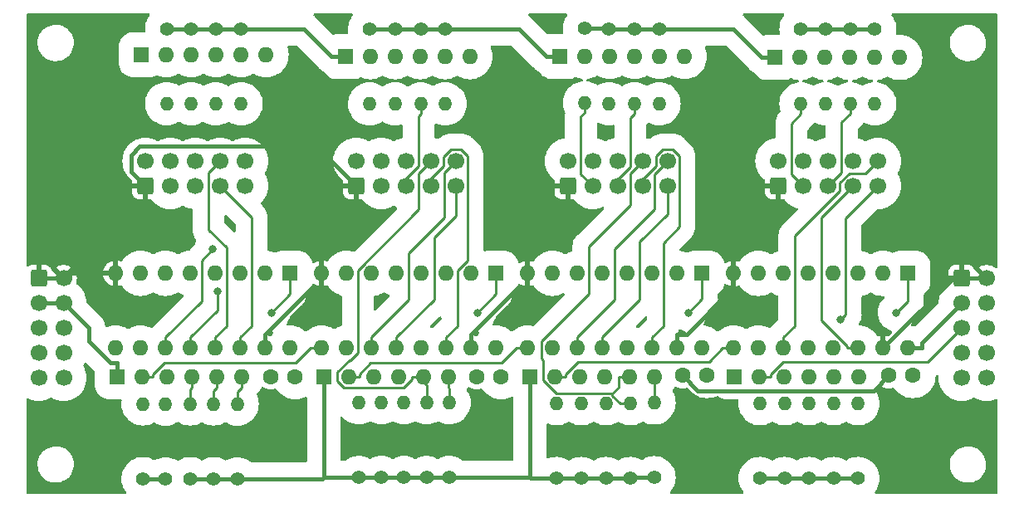
<source format=gtl>
G04 #@! TF.GenerationSoftware,KiCad,Pcbnew,(7.0.0)*
G04 #@! TF.CreationDate,2023-06-04T12:20:01+02:00*
G04 #@! TF.ProjectId,DIN4_R5_KS,44494e34-5f52-4355-9f4b-532e6b696361,rev?*
G04 #@! TF.SameCoordinates,Original*
G04 #@! TF.FileFunction,Copper,L1,Top*
G04 #@! TF.FilePolarity,Positive*
%FSLAX46Y46*%
G04 Gerber Fmt 4.6, Leading zero omitted, Abs format (unit mm)*
G04 Created by KiCad (PCBNEW (7.0.0)) date 2023-06-04 12:20:01*
%MOMM*%
%LPD*%
G01*
G04 APERTURE LIST*
G04 Aperture macros list*
%AMRoundRect*
0 Rectangle with rounded corners*
0 $1 Rounding radius*
0 $2 $3 $4 $5 $6 $7 $8 $9 X,Y pos of 4 corners*
0 Add a 4 corners polygon primitive as box body*
4,1,4,$2,$3,$4,$5,$6,$7,$8,$9,$2,$3,0*
0 Add four circle primitives for the rounded corners*
1,1,$1+$1,$2,$3*
1,1,$1+$1,$4,$5*
1,1,$1+$1,$6,$7*
1,1,$1+$1,$8,$9*
0 Add four rect primitives between the rounded corners*
20,1,$1+$1,$2,$3,$4,$5,0*
20,1,$1+$1,$4,$5,$6,$7,0*
20,1,$1+$1,$6,$7,$8,$9,0*
20,1,$1+$1,$8,$9,$2,$3,0*%
G04 Aperture macros list end*
G04 #@! TA.AperFunction,ComponentPad*
%ADD10RoundRect,0.250000X-0.600000X-0.600000X0.600000X-0.600000X0.600000X0.600000X-0.600000X0.600000X0*%
G04 #@! TD*
G04 #@! TA.AperFunction,ComponentPad*
%ADD11C,1.700000*%
G04 #@! TD*
G04 #@! TA.AperFunction,ComponentPad*
%ADD12C,1.400000*%
G04 #@! TD*
G04 #@! TA.AperFunction,ComponentPad*
%ADD13O,1.400000X1.400000*%
G04 #@! TD*
G04 #@! TA.AperFunction,ComponentPad*
%ADD14RoundRect,0.250000X0.600000X-0.600000X0.600000X0.600000X-0.600000X0.600000X-0.600000X-0.600000X0*%
G04 #@! TD*
G04 #@! TA.AperFunction,ComponentPad*
%ADD15C,1.600000*%
G04 #@! TD*
G04 #@! TA.AperFunction,ComponentPad*
%ADD16R,1.600000X1.600000*%
G04 #@! TD*
G04 #@! TA.AperFunction,ComponentPad*
%ADD17O,1.600000X1.600000*%
G04 #@! TD*
G04 #@! TA.AperFunction,ViaPad*
%ADD18C,0.800000*%
G04 #@! TD*
G04 #@! TA.AperFunction,Conductor*
%ADD19C,0.250000*%
G04 #@! TD*
G04 #@! TA.AperFunction,Conductor*
%ADD20C,0.400000*%
G04 #@! TD*
G04 APERTURE END LIST*
D10*
X135860000Y-117500000D03*
D11*
X138400000Y-117500000D03*
X135860000Y-120040000D03*
X138400000Y-120040000D03*
X135860000Y-122580000D03*
X138400000Y-122580000D03*
X135860000Y-125120000D03*
X138400000Y-125120000D03*
X135860000Y-127660000D03*
X138400000Y-127660000D03*
D10*
X41760000Y-117500000D03*
D11*
X44300000Y-117500000D03*
X41760000Y-120040000D03*
X44300000Y-120040000D03*
X41760000Y-122580000D03*
X44300000Y-122580000D03*
X41760000Y-125120000D03*
X44300000Y-125120000D03*
X41760000Y-127660000D03*
X44300000Y-127660000D03*
D12*
X99590000Y-137920000D03*
D13*
X99589999Y-130299999D03*
D12*
X54700000Y-137960000D03*
D13*
X54699999Y-130339999D03*
D14*
X95700000Y-108080000D03*
D11*
X95700000Y-105540000D03*
X98240000Y-108080000D03*
X98240000Y-105540000D03*
X100780000Y-108080000D03*
X100780000Y-105540000D03*
X103320000Y-108080000D03*
X103320000Y-105540000D03*
X105860000Y-108080000D03*
X105860000Y-105540000D03*
D12*
X59600000Y-137940000D03*
D13*
X59599999Y-130319999D03*
D15*
X86400000Y-127520000D03*
X88900000Y-127520000D03*
D12*
X102100000Y-137920000D03*
D13*
X102099999Y-130299999D03*
D12*
X97080000Y-137920000D03*
D13*
X97079999Y-130299999D03*
D12*
X62400000Y-92080000D03*
D13*
X62399999Y-99699999D03*
D12*
X74400000Y-137830000D03*
D13*
X74399999Y-130209999D03*
D15*
X65400000Y-127520000D03*
X67900000Y-127520000D03*
D12*
X120320000Y-137920000D03*
D13*
X120319999Y-130299999D03*
D12*
X119470000Y-92080000D03*
D13*
X119469999Y-99699999D03*
D16*
X130379999Y-117013199D03*
D17*
X127839999Y-117013199D03*
X125299999Y-117013199D03*
X122759999Y-117013199D03*
X120219999Y-117013199D03*
X117679999Y-117013199D03*
X115139999Y-117013199D03*
X112599999Y-117013199D03*
X112599999Y-124633199D03*
X115139999Y-124633199D03*
X117679999Y-124633199D03*
X120219999Y-124633199D03*
X122759999Y-124633199D03*
X125299999Y-124633199D03*
X127839999Y-124633199D03*
X130379999Y-124633199D03*
D16*
X94889999Y-94879999D03*
D17*
X97429999Y-94879999D03*
X99969999Y-94879999D03*
X102509999Y-94879999D03*
X105049999Y-94879999D03*
X107589999Y-94879999D03*
D12*
X83600000Y-137820000D03*
D13*
X83599999Y-130199999D03*
D12*
X79000000Y-137820000D03*
D13*
X78999999Y-130199999D03*
D12*
X105010000Y-92080000D03*
D13*
X105009999Y-99699999D03*
D12*
X94570000Y-137920000D03*
D13*
X94569999Y-130299999D03*
D12*
X75500000Y-92090000D03*
D13*
X75499999Y-99709999D03*
D12*
X57300000Y-92070000D03*
D13*
X57299999Y-99689999D03*
D14*
X52640000Y-108080000D03*
D11*
X52640000Y-105540000D03*
X55180000Y-108080000D03*
X55180000Y-105540000D03*
X57720000Y-108080000D03*
X57720000Y-105540000D03*
X60260000Y-108080000D03*
X60260000Y-105540000D03*
X62800000Y-108080000D03*
X62800000Y-105540000D03*
D12*
X81300000Y-137830000D03*
D13*
X81299999Y-130209999D03*
D12*
X83200000Y-92100000D03*
D13*
X83199999Y-99719999D03*
D16*
X72999999Y-94899999D03*
D17*
X75539999Y-94899999D03*
X78079999Y-94899999D03*
X80619999Y-94899999D03*
X83159999Y-94899999D03*
X85699999Y-94899999D03*
D12*
X80700000Y-92090000D03*
D13*
X80699999Y-99709999D03*
D16*
X88399999Y-116999999D03*
D17*
X85859999Y-116999999D03*
X83319999Y-116999999D03*
X80779999Y-116999999D03*
X78239999Y-116999999D03*
X75699999Y-116999999D03*
X73159999Y-116999999D03*
X70619999Y-116999999D03*
X70619999Y-124619999D03*
X73159999Y-124619999D03*
X75699999Y-124619999D03*
X78239999Y-124619999D03*
X80779999Y-124619999D03*
X83319999Y-124619999D03*
X85859999Y-124619999D03*
X88399999Y-124619999D03*
D16*
X67399999Y-116999999D03*
D17*
X64859999Y-116999999D03*
X62319999Y-116999999D03*
X59779999Y-116999999D03*
X57239999Y-116999999D03*
X54699999Y-116999999D03*
X52159999Y-116999999D03*
X49619999Y-116999999D03*
X49619999Y-124619999D03*
X52159999Y-124619999D03*
X54699999Y-124619999D03*
X57239999Y-124619999D03*
X59779999Y-124619999D03*
X62319999Y-124619999D03*
X64859999Y-124619999D03*
X67399999Y-124619999D03*
D15*
X128400000Y-127420000D03*
X130900000Y-127420000D03*
D16*
X70799999Y-127519999D03*
D17*
X73339999Y-127519999D03*
X75879999Y-127519999D03*
X78419999Y-127519999D03*
X80959999Y-127519999D03*
X83499999Y-127519999D03*
D16*
X52239999Y-94699999D03*
D17*
X54779999Y-94699999D03*
X57319999Y-94699999D03*
X59859999Y-94699999D03*
X62399999Y-94699999D03*
X64939999Y-94699999D03*
D12*
X97410000Y-91980000D03*
D13*
X97409999Y-99599999D03*
D17*
X129549999Y-94979999D03*
X127009999Y-94979999D03*
X124469999Y-94979999D03*
X121929999Y-94979999D03*
X119389999Y-94979999D03*
D16*
X116849999Y-94979999D03*
D14*
X74140000Y-108080000D03*
D11*
X74140000Y-105540000D03*
X76680000Y-108080000D03*
X76680000Y-105540000D03*
X79220000Y-108080000D03*
X79220000Y-105540000D03*
X81760000Y-108080000D03*
X81760000Y-105540000D03*
X84300000Y-108080000D03*
X84300000Y-105540000D03*
D12*
X52400000Y-137940000D03*
D13*
X52399999Y-130319999D03*
D12*
X59800000Y-92080000D03*
D13*
X59799999Y-99699999D03*
D12*
X121980000Y-92080000D03*
D13*
X121979999Y-99699999D03*
D12*
X122830000Y-137920000D03*
D13*
X122829999Y-130299999D03*
D16*
X91839999Y-127519999D03*
D17*
X94379999Y-127519999D03*
X96919999Y-127519999D03*
X99459999Y-127519999D03*
X101999999Y-127519999D03*
X104539999Y-127519999D03*
D14*
X117170000Y-108080000D03*
D11*
X117170000Y-105540000D03*
X119710000Y-108080000D03*
X119710000Y-105540000D03*
X122250000Y-108080000D03*
X122250000Y-105540000D03*
X124790000Y-108080000D03*
X124790000Y-105540000D03*
X127330000Y-108080000D03*
X127330000Y-105540000D03*
D12*
X124490000Y-92080000D03*
D13*
X124489999Y-99699999D03*
D12*
X127000000Y-92080000D03*
D13*
X126999999Y-99699999D03*
D12*
X125300000Y-137920000D03*
D13*
X125299999Y-130299999D03*
D12*
X78100000Y-92090000D03*
D13*
X78099999Y-99709999D03*
D12*
X104500000Y-137840000D03*
D13*
X104499999Y-130219999D03*
D16*
X49759999Y-127519999D03*
D17*
X52299999Y-127519999D03*
X54839999Y-127519999D03*
X57379999Y-127519999D03*
X59919999Y-127519999D03*
X62459999Y-127519999D03*
D16*
X112699999Y-127519999D03*
D17*
X115239999Y-127519999D03*
X117779999Y-127519999D03*
X120319999Y-127519999D03*
X122859999Y-127519999D03*
X125399999Y-127519999D03*
D12*
X62000000Y-137950000D03*
D13*
X61999999Y-130329999D03*
D12*
X99910000Y-92070000D03*
D13*
X99909999Y-99689999D03*
D12*
X115300000Y-137920000D03*
D13*
X115299999Y-130299999D03*
D12*
X57200000Y-137940000D03*
D13*
X57199999Y-130319999D03*
D15*
X107400000Y-127420000D03*
X109900000Y-127420000D03*
D12*
X76700000Y-137820000D03*
D13*
X76699999Y-130199999D03*
D16*
X109379999Y-116999999D03*
D17*
X106839999Y-116999999D03*
X104299999Y-116999999D03*
X101759999Y-116999999D03*
X99219999Y-116999999D03*
X96679999Y-116999999D03*
X94139999Y-116999999D03*
X91599999Y-116999999D03*
X91599999Y-124619999D03*
X94139999Y-124619999D03*
X96679999Y-124619999D03*
X99219999Y-124619999D03*
X101759999Y-124619999D03*
X104299999Y-124619999D03*
X106839999Y-124619999D03*
X109379999Y-124619999D03*
D12*
X54800000Y-92070000D03*
D13*
X54799999Y-99689999D03*
D12*
X102510000Y-92080000D03*
D13*
X102509999Y-99699999D03*
D12*
X117810000Y-137920000D03*
D13*
X117809999Y-130299999D03*
D18*
X123502000Y-121746900D03*
X59974900Y-118837500D03*
X59506700Y-114546400D03*
X129200000Y-121000000D03*
X86500000Y-121000000D03*
X108000000Y-121000000D03*
X65500000Y-121000000D03*
D19*
X125300000Y-124633200D02*
X124174900Y-124633200D01*
X121573800Y-111296200D02*
X124790000Y-108080000D01*
X121573800Y-121785600D02*
X121573800Y-111296200D01*
X124174900Y-124386700D02*
X121573800Y-121785600D01*
X124174900Y-124633200D02*
X124174900Y-124386700D01*
X124030000Y-121218900D02*
X123502000Y-121746900D01*
X124030000Y-111380000D02*
X124030000Y-121218900D01*
X127330000Y-108080000D02*
X124030000Y-111380000D01*
X126060000Y-106810000D02*
X127330000Y-105540000D01*
X124390900Y-106810000D02*
X126060000Y-106810000D01*
X123425200Y-107775700D02*
X124390900Y-106810000D01*
X123425200Y-108566800D02*
X123425200Y-107775700D01*
X118805100Y-113186900D02*
X123425200Y-108566800D01*
X118805100Y-122383000D02*
X118805100Y-113186900D01*
X117680000Y-123508100D02*
X118805100Y-122383000D01*
X117680000Y-124633200D02*
X117680000Y-123508100D01*
X116365100Y-127286800D02*
X116365100Y-127520000D01*
X117625300Y-126026600D02*
X116365100Y-127286800D01*
X132413400Y-126026600D02*
X117625300Y-126026600D01*
X135860000Y-122580000D02*
X132413400Y-126026600D01*
X115240000Y-127520000D02*
X116365100Y-127520000D01*
X118493100Y-106863100D02*
X119710000Y-108080000D01*
X118493100Y-101702000D02*
X118493100Y-106863100D01*
X119470000Y-100725100D02*
X118493100Y-101702000D01*
X119470000Y-99700000D02*
X119470000Y-100725100D01*
X123614800Y-106715200D02*
X122250000Y-108080000D01*
X123614800Y-101600300D02*
X123614800Y-106715200D01*
X124490000Y-100725100D02*
X123614800Y-101600300D01*
X124490000Y-99700000D02*
X124490000Y-100725100D01*
X104500000Y-128685100D02*
X104500000Y-130220000D01*
X104540000Y-128645100D02*
X104500000Y-128685100D01*
X104540000Y-127520000D02*
X104540000Y-128645100D01*
X103320000Y-107427300D02*
X103320000Y-108080000D01*
X104684800Y-106062500D02*
X103320000Y-107427300D01*
X104684800Y-105010800D02*
X104684800Y-106062500D01*
X105344300Y-104351300D02*
X104684800Y-105010800D01*
X106391200Y-104351300D02*
X105344300Y-104351300D01*
X107058000Y-105018100D02*
X106391200Y-104351300D01*
X107058000Y-112263900D02*
X107058000Y-105018100D01*
X105425100Y-113896800D02*
X107058000Y-112263900D01*
X105425100Y-122369800D02*
X105425100Y-113896800D01*
X104300000Y-123494900D02*
X105425100Y-122369800D01*
X104300000Y-124620000D02*
X104300000Y-123494900D01*
X102100000Y-130300000D02*
X101074900Y-130300000D01*
X100245100Y-129470200D02*
X100245100Y-129274900D01*
X101074900Y-130300000D02*
X100245100Y-129470200D01*
X100874900Y-128645100D02*
X100245100Y-129274900D01*
X100874900Y-127520000D02*
X100874900Y-128645100D01*
X102085100Y-106774900D02*
X103320000Y-105540000D01*
X102085100Y-109994800D02*
X102085100Y-106774900D01*
X97805200Y-114274700D02*
X102085100Y-109994800D01*
X97805200Y-119082500D02*
X97805200Y-114274700D01*
X92999100Y-123888600D02*
X97805200Y-119082500D01*
X92999100Y-125728200D02*
X92999100Y-123888600D01*
X93165200Y-125894300D02*
X92999100Y-125728200D01*
X93165200Y-127902000D02*
X93165200Y-125894300D01*
X94538100Y-129274900D02*
X93165200Y-127902000D01*
X100245100Y-129274900D02*
X94538100Y-129274900D01*
X102000000Y-127520000D02*
X100874900Y-127520000D01*
X105860000Y-110946100D02*
X105860000Y-108080000D01*
X103030000Y-113776100D02*
X105860000Y-110946100D01*
X103030000Y-119684900D02*
X103030000Y-113776100D01*
X99220000Y-123494900D02*
X103030000Y-119684900D01*
X99220000Y-124620000D02*
X99220000Y-123494900D01*
X96680000Y-124620000D02*
X96680000Y-123494900D01*
X100490000Y-119684900D02*
X96680000Y-123494900D01*
X100490000Y-114496700D02*
X100490000Y-119684900D01*
X104495200Y-110491500D02*
X100490000Y-114496700D01*
X104495200Y-106904800D02*
X104495200Y-110491500D01*
X105860000Y-105540000D02*
X104495200Y-106904800D01*
X95505100Y-127286800D02*
X95505100Y-127520000D01*
X96771900Y-126020000D02*
X95505100Y-127286800D01*
X110088100Y-126020000D02*
X96771900Y-126020000D01*
X111474900Y-124633200D02*
X110088100Y-126020000D01*
X112600000Y-124633200D02*
X111474900Y-124633200D01*
X94380000Y-127520000D02*
X95505100Y-127520000D01*
X97023100Y-106863100D02*
X98240000Y-108080000D01*
X97023100Y-101012000D02*
X97023100Y-106863100D01*
X97410000Y-100625100D02*
X97023100Y-101012000D01*
X97410000Y-99600000D02*
X97410000Y-100625100D01*
X102510000Y-99700000D02*
X102510000Y-100725100D01*
X100780000Y-107443400D02*
X100780000Y-108080000D01*
X102085100Y-106138300D02*
X100780000Y-107443400D01*
X102085100Y-101150000D02*
X102085100Y-106138300D01*
X102510000Y-100725100D02*
X102085100Y-101150000D01*
X81760000Y-107322700D02*
X81760000Y-108080000D01*
X83030000Y-106052700D02*
X81760000Y-107322700D01*
X83030000Y-105125100D02*
X83030000Y-106052700D01*
X83799500Y-104355600D02*
X83030000Y-105125100D01*
X84825600Y-104355600D02*
X83799500Y-104355600D01*
X85477300Y-105007300D02*
X84825600Y-104355600D01*
X85477300Y-115672700D02*
X85477300Y-105007300D01*
X84445100Y-116704900D02*
X85477300Y-115672700D01*
X84445100Y-122369800D02*
X84445100Y-116704900D01*
X83320000Y-123494900D02*
X84445100Y-122369800D01*
X83320000Y-124620000D02*
X83320000Y-123494900D01*
X83600000Y-128745100D02*
X83600000Y-130200000D01*
X83500000Y-128645100D02*
X83600000Y-128745100D01*
X83500000Y-127520000D02*
X83500000Y-128645100D01*
X80490000Y-106810000D02*
X81760000Y-105540000D01*
X80490000Y-110496900D02*
X80490000Y-106810000D01*
X74285200Y-116701700D02*
X80490000Y-110496900D01*
X74285200Y-125104900D02*
X74285200Y-116701700D01*
X73554900Y-125835200D02*
X74285200Y-125104900D01*
X73429700Y-125835200D02*
X73554900Y-125835200D01*
X72177000Y-127087900D02*
X73429700Y-125835200D01*
X72177000Y-127950600D02*
X72177000Y-127087900D01*
X72887600Y-128661200D02*
X72177000Y-127950600D01*
X78975000Y-128661200D02*
X72887600Y-128661200D01*
X79834900Y-127801300D02*
X78975000Y-128661200D01*
X79834900Y-127520000D02*
X79834900Y-127801300D01*
X80960000Y-127520000D02*
X80397500Y-127520000D01*
X80397500Y-127520000D02*
X79834900Y-127520000D01*
X81300000Y-128422500D02*
X81300000Y-130210000D01*
X80397500Y-127520000D02*
X81300000Y-128422500D01*
X84300000Y-111109400D02*
X84300000Y-108080000D01*
X82091700Y-113317700D02*
X84300000Y-111109400D01*
X82091700Y-119643200D02*
X82091700Y-113317700D01*
X78240000Y-123494900D02*
X82091700Y-119643200D01*
X78240000Y-124620000D02*
X78240000Y-123494900D01*
X75700000Y-124620000D02*
X75700000Y-123494900D01*
X79510000Y-119684900D02*
X75700000Y-123494900D01*
X79510000Y-114944600D02*
X79510000Y-119684900D01*
X83124800Y-111329800D02*
X79510000Y-114944600D01*
X83124800Y-106715200D02*
X83124800Y-111329800D01*
X84300000Y-105540000D02*
X83124800Y-106715200D01*
X74465100Y-127286800D02*
X74465100Y-127520000D01*
X75591900Y-126160000D02*
X74465100Y-127286800D01*
X88934900Y-126160000D02*
X75591900Y-126160000D01*
X90474900Y-124620000D02*
X88934900Y-126160000D01*
X91600000Y-124620000D02*
X90474900Y-124620000D01*
X73340000Y-127520000D02*
X74465100Y-127520000D01*
X79220000Y-107322600D02*
X79220000Y-108080000D01*
X80490000Y-106052600D02*
X79220000Y-107322600D01*
X80490000Y-100945100D02*
X80490000Y-106052600D01*
X80700000Y-100735100D02*
X80490000Y-100945100D01*
X80700000Y-99710000D02*
X80700000Y-100735100D01*
X63448200Y-122366700D02*
X62320000Y-123494900D01*
X63448200Y-111268200D02*
X63448200Y-122366700D01*
X60260000Y-108080000D02*
X63448200Y-111268200D01*
X62320000Y-124620000D02*
X62320000Y-123494900D01*
X62000000Y-129105100D02*
X62000000Y-130330000D01*
X62460000Y-128645100D02*
X62000000Y-129105100D01*
X62460000Y-127520000D02*
X62460000Y-128645100D01*
X59780000Y-124620000D02*
X59780000Y-123494900D01*
X59084800Y-106715200D02*
X60260000Y-105540000D01*
X59084800Y-112560700D02*
X59084800Y-106715200D01*
X60905200Y-114381100D02*
X59084800Y-112560700D01*
X60905200Y-122369700D02*
X60905200Y-114381100D01*
X59780000Y-123494900D02*
X60905200Y-122369700D01*
X59600000Y-128965100D02*
X59600000Y-130320000D01*
X59920000Y-128645100D02*
X59600000Y-128965100D01*
X59920000Y-127520000D02*
X59920000Y-128645100D01*
X57200000Y-128825100D02*
X57200000Y-130320000D01*
X57380000Y-128645100D02*
X57200000Y-128825100D01*
X57380000Y-127520000D02*
X57380000Y-128645100D01*
X59974900Y-120760000D02*
X59974900Y-118837500D01*
X57240000Y-123494900D02*
X59974900Y-120760000D01*
X57240000Y-124620000D02*
X57240000Y-123494900D01*
X58365200Y-115687900D02*
X59506700Y-114546400D01*
X58365200Y-119829700D02*
X58365200Y-115687900D01*
X54700000Y-123494900D02*
X58365200Y-119829700D01*
X54700000Y-124620000D02*
X54700000Y-123494900D01*
X53425100Y-127286800D02*
X53425100Y-127520000D01*
X54571900Y-126140000D02*
X53425100Y-127286800D01*
X67974900Y-126140000D02*
X54571900Y-126140000D01*
X69494900Y-124620000D02*
X67974900Y-126140000D01*
X70620000Y-124620000D02*
X69494900Y-124620000D01*
X52300000Y-127520000D02*
X53425100Y-127520000D01*
X88400000Y-119100000D02*
X86500000Y-121000000D01*
X88400000Y-117000000D02*
X88400000Y-119100000D01*
X67400000Y-119100000D02*
X65500000Y-121000000D01*
X67400000Y-117000000D02*
X67400000Y-119100000D01*
X130380000Y-119820000D02*
X129200000Y-121000000D01*
X130380000Y-117013200D02*
X130380000Y-119820000D01*
X109380000Y-119620000D02*
X108000000Y-121000000D01*
X109380000Y-117000000D02*
X109380000Y-119620000D01*
X130380000Y-117013000D02*
X130380000Y-117013200D01*
D20*
X54800000Y-92070000D02*
X57300000Y-92070000D01*
X57200000Y-137940000D02*
X59600000Y-137940000D01*
X117810000Y-137920000D02*
X120320000Y-137920000D01*
X127000000Y-92080000D02*
X124490000Y-92080000D01*
X125300000Y-137920000D02*
X122830000Y-137920000D01*
X122830000Y-137920000D02*
X120320000Y-137920000D01*
X124490000Y-92080000D02*
X121980000Y-92080000D01*
X57310000Y-92080000D02*
X59800000Y-92080000D01*
X57300000Y-92070000D02*
X57310000Y-92080000D01*
X78100000Y-92090000D02*
X75500000Y-92090000D01*
X121980000Y-92080000D02*
X119470000Y-92080000D01*
X41760000Y-120040000D02*
X44300000Y-120040000D01*
X49060000Y-126119900D02*
X49760000Y-126119900D01*
X46855100Y-123915000D02*
X49060000Y-126119900D01*
X46855100Y-122595100D02*
X46855100Y-123915000D01*
X44300000Y-120040000D02*
X46855100Y-122595100D01*
X49760000Y-127520000D02*
X49760000Y-126119900D01*
X102180000Y-137840000D02*
X102100000Y-137920000D01*
X104500000Y-137840000D02*
X102180000Y-137840000D01*
X102100000Y-137920000D02*
X99590000Y-137920000D01*
X59610000Y-137950000D02*
X62000000Y-137950000D01*
X59600000Y-137940000D02*
X59610000Y-137950000D01*
X59800000Y-92080000D02*
X62400000Y-92080000D01*
X68779900Y-92080000D02*
X71599900Y-94900000D01*
X62400000Y-92080000D02*
X68779900Y-92080000D01*
X73000000Y-94900000D02*
X71599900Y-94900000D01*
X79010000Y-137830000D02*
X81300000Y-137830000D01*
X79000000Y-137820000D02*
X79010000Y-137830000D01*
X83590000Y-137830000D02*
X83600000Y-137820000D01*
X81300000Y-137830000D02*
X83590000Y-137830000D01*
X102500000Y-92070000D02*
X99910000Y-92070000D01*
X102510000Y-92080000D02*
X102500000Y-92070000D01*
X115300000Y-137920000D02*
X117810000Y-137920000D01*
X102510000Y-92080000D02*
X105010000Y-92080000D01*
X112549900Y-92080000D02*
X115449900Y-94980000D01*
X105010000Y-92080000D02*
X112549900Y-92080000D01*
X116850000Y-94980000D02*
X115449900Y-94980000D01*
X131780100Y-124119900D02*
X135860000Y-120040000D01*
X131780100Y-124633200D02*
X131780100Y-124119900D01*
X130380000Y-124633200D02*
X131780100Y-124633200D01*
X70800000Y-137830000D02*
X74400000Y-137830000D01*
X70680000Y-137950000D02*
X70800000Y-137830000D01*
X62000000Y-137950000D02*
X70680000Y-137950000D01*
X70800000Y-137830000D02*
X70800000Y-127520000D01*
X79000000Y-137820000D02*
X76700000Y-137820000D01*
X74410000Y-137820000D02*
X74400000Y-137830000D01*
X76700000Y-137820000D02*
X74410000Y-137820000D01*
X78100000Y-92090000D02*
X80700000Y-92090000D01*
X91840000Y-137820000D02*
X83600000Y-137820000D01*
X91940000Y-137920000D02*
X91840000Y-137820000D01*
X94570000Y-137920000D02*
X91940000Y-137920000D01*
X91840000Y-137820000D02*
X91840000Y-127520000D01*
X94890000Y-94880000D02*
X93489900Y-94880000D01*
X83190000Y-92090000D02*
X83200000Y-92100000D01*
X80700000Y-92090000D02*
X83190000Y-92090000D01*
X90709900Y-92100000D02*
X93489900Y-94880000D01*
X83200000Y-92100000D02*
X90709900Y-92100000D01*
X99590000Y-137920000D02*
X97080000Y-137920000D01*
X97080000Y-137920000D02*
X94570000Y-137920000D01*
X99820000Y-91980000D02*
X99910000Y-92070000D01*
X97410000Y-91980000D02*
X99820000Y-91980000D01*
X52420000Y-137960000D02*
X52400000Y-137940000D01*
X54700000Y-137960000D02*
X52420000Y-137960000D01*
X106840000Y-124620000D02*
X106840000Y-123219900D01*
X112600000Y-117013200D02*
X112600000Y-118413300D01*
X69679800Y-118400100D02*
X70620000Y-118400100D01*
X64860000Y-123219900D02*
X69679800Y-118400100D01*
X70620000Y-117000000D02*
X70620000Y-118400100D01*
X138400000Y-117500000D02*
X135860000Y-117500000D01*
X107793400Y-123219900D02*
X106840000Y-123219900D01*
X112600000Y-118413300D02*
X107793400Y-123219900D01*
X64860000Y-124620000D02*
X64860000Y-123219900D01*
X44800000Y-117000000D02*
X44300000Y-117500000D01*
X49620000Y-117000000D02*
X44800000Y-117000000D01*
X44300000Y-117500000D02*
X41760000Y-117500000D01*
X126860000Y-128960000D02*
X128400000Y-127420000D01*
X108940000Y-128960000D02*
X126860000Y-128960000D01*
X107400000Y-127420000D02*
X108940000Y-128960000D01*
X70100000Y-104040000D02*
X74140000Y-108080000D01*
X52074400Y-104040000D02*
X70100000Y-104040000D01*
X51173400Y-104941000D02*
X52074400Y-104040000D01*
X51173400Y-106613400D02*
X51173400Y-104941000D01*
X52640000Y-108080000D02*
X51173400Y-106613400D01*
X90679800Y-118400100D02*
X91600000Y-118400100D01*
X85860000Y-123219900D02*
X90679800Y-118400100D01*
X85860000Y-124620000D02*
X85860000Y-123219900D01*
X91600000Y-117000000D02*
X91600000Y-118400100D01*
X134973200Y-117500000D02*
X135860000Y-117500000D01*
X127840000Y-124633200D02*
X134973200Y-117500000D01*
G04 #@! TA.AperFunction,Conductor*
G36*
X133454953Y-127374592D02*
G01*
X133501523Y-127424150D01*
X133515553Y-127490693D01*
X133505407Y-127645500D01*
X133504457Y-127660000D01*
X133524609Y-127967460D01*
X133584720Y-128269659D01*
X133683762Y-128561427D01*
X133685581Y-128565116D01*
X133685585Y-128565125D01*
X133818213Y-128834068D01*
X133820040Y-128837772D01*
X133991222Y-129093964D01*
X134194380Y-129325620D01*
X134426036Y-129528778D01*
X134682228Y-129699960D01*
X134733341Y-129725166D01*
X134951189Y-129832597D01*
X134958573Y-129836238D01*
X135250341Y-129935280D01*
X135552540Y-129995391D01*
X135860000Y-130015543D01*
X136167460Y-129995391D01*
X136469659Y-129935280D01*
X136761427Y-129836238D01*
X137037772Y-129699960D01*
X137059998Y-129685108D01*
X137105419Y-129666295D01*
X137154581Y-129666295D01*
X137200002Y-129685109D01*
X137218794Y-129697666D01*
X137218799Y-129697669D01*
X137222228Y-129699960D01*
X137273341Y-129725166D01*
X137491189Y-129832597D01*
X137498573Y-129836238D01*
X137790341Y-129935280D01*
X138092540Y-129995391D01*
X138400000Y-130015543D01*
X138707460Y-129995391D01*
X139009659Y-129935280D01*
X139301427Y-129836238D01*
X139318271Y-129827931D01*
X139380183Y-129815089D01*
X139440537Y-129833938D01*
X139484135Y-129879731D01*
X139500000Y-129940937D01*
X139500000Y-139374000D01*
X139483119Y-139437000D01*
X139437000Y-139483119D01*
X139374000Y-139500000D01*
X127119286Y-139500000D01*
X127063558Y-139487006D01*
X127019323Y-139450704D01*
X126995707Y-139398581D01*
X126997579Y-139341388D01*
X127024555Y-139290922D01*
X127046794Y-139265562D01*
X127049520Y-139262454D01*
X127209778Y-139022611D01*
X127337359Y-138763902D01*
X127430081Y-138490753D01*
X127486356Y-138207839D01*
X127505222Y-137920000D01*
X127486356Y-137632161D01*
X127430081Y-137349247D01*
X127337359Y-137076098D01*
X127209778Y-136817389D01*
X127049520Y-136577546D01*
X127040942Y-136567765D01*
X134645788Y-136567765D01*
X134646290Y-136572332D01*
X134646291Y-136572344D01*
X134674910Y-136832444D01*
X134674911Y-136832453D01*
X134675414Y-136837018D01*
X134743928Y-137099088D01*
X134745725Y-137103318D01*
X134745728Y-137103325D01*
X134795866Y-137221308D01*
X134849870Y-137348390D01*
X134852265Y-137352315D01*
X134852266Y-137352316D01*
X134971762Y-137548118D01*
X134990982Y-137579610D01*
X134993917Y-137583137D01*
X134993918Y-137583138D01*
X135031350Y-137628118D01*
X135164255Y-137787820D01*
X135222492Y-137840000D01*
X135362561Y-137965503D01*
X135362565Y-137965506D01*
X135365998Y-137968582D01*
X135591910Y-138118044D01*
X135837176Y-138233020D01*
X136096569Y-138311060D01*
X136364561Y-138350500D01*
X136565330Y-138350500D01*
X136567631Y-138350500D01*
X136770156Y-138335677D01*
X137034553Y-138276780D01*
X137287558Y-138180014D01*
X137523777Y-138047441D01*
X137738177Y-137881888D01*
X137926186Y-137686881D01*
X138083799Y-137466579D01*
X138207656Y-137225675D01*
X138295118Y-136969305D01*
X138344319Y-136702933D01*
X138351825Y-136497546D01*
X138354044Y-136436837D01*
X138354043Y-136436834D01*
X138354212Y-136432235D01*
X138324586Y-136162982D01*
X138256072Y-135900912D01*
X138150130Y-135651610D01*
X138009018Y-135420390D01*
X137835745Y-135212180D01*
X137760137Y-135144435D01*
X137637438Y-135034496D01*
X137637432Y-135034491D01*
X137634002Y-135031418D01*
X137408090Y-134881956D01*
X137162824Y-134766980D01*
X137158420Y-134765655D01*
X136907843Y-134690267D01*
X136907838Y-134690265D01*
X136903431Y-134688940D01*
X136898874Y-134688269D01*
X136898868Y-134688268D01*
X136640000Y-134650171D01*
X136639996Y-134650170D01*
X136635439Y-134649500D01*
X136432369Y-134649500D01*
X136430098Y-134649666D01*
X136430076Y-134649667D01*
X136234438Y-134663986D01*
X136234427Y-134663987D01*
X136229844Y-134664323D01*
X136225353Y-134665323D01*
X136225349Y-134665324D01*
X135969939Y-134722219D01*
X135969934Y-134722220D01*
X135965447Y-134723220D01*
X135961149Y-134724863D01*
X135961145Y-134724865D01*
X135716746Y-134818339D01*
X135716735Y-134818343D01*
X135712442Y-134819986D01*
X135708434Y-134822235D01*
X135708422Y-134822241D01*
X135480232Y-134950308D01*
X135480221Y-134950314D01*
X135476223Y-134952559D01*
X135472589Y-134955364D01*
X135472586Y-134955367D01*
X135265466Y-135115298D01*
X135265458Y-135115305D01*
X135261823Y-135118112D01*
X135258632Y-135121421D01*
X135258625Y-135121428D01*
X135077011Y-135309802D01*
X135077004Y-135309809D01*
X135073814Y-135313119D01*
X135071136Y-135316861D01*
X135071131Y-135316868D01*
X134918885Y-135529668D01*
X134918878Y-135529677D01*
X134916201Y-135533421D01*
X134914097Y-135537512D01*
X134914091Y-135537523D01*
X134797974Y-135763374D01*
X134792344Y-135774325D01*
X134790856Y-135778684D01*
X134790854Y-135778691D01*
X134706371Y-136026327D01*
X134706367Y-136026341D01*
X134704882Y-136030695D01*
X134704044Y-136035228D01*
X134704044Y-136035231D01*
X134656517Y-136292537D01*
X134656515Y-136292546D01*
X134655681Y-136297067D01*
X134655513Y-136301656D01*
X134655512Y-136301668D01*
X134645956Y-136563161D01*
X134645788Y-136567765D01*
X127040942Y-136567765D01*
X126859327Y-136360673D01*
X126642454Y-136170480D01*
X126402611Y-136010222D01*
X126398911Y-136008397D01*
X126398907Y-136008395D01*
X126225014Y-135922641D01*
X126143902Y-135882641D01*
X125988589Y-135829919D01*
X125874663Y-135791246D01*
X125874659Y-135791244D01*
X125870753Y-135789919D01*
X125866705Y-135789113D01*
X125866702Y-135789113D01*
X125591881Y-135734448D01*
X125591880Y-135734447D01*
X125587839Y-135733644D01*
X125583728Y-135733374D01*
X125583724Y-135733374D01*
X125304119Y-135715048D01*
X125300000Y-135714778D01*
X125295881Y-135715048D01*
X125016275Y-135733374D01*
X125016269Y-135733374D01*
X125012161Y-135733644D01*
X125008120Y-135734447D01*
X125008118Y-135734448D01*
X124733297Y-135789113D01*
X124733291Y-135789114D01*
X124729247Y-135789919D01*
X124725344Y-135791243D01*
X124725336Y-135791246D01*
X124459997Y-135881317D01*
X124459990Y-135881319D01*
X124456098Y-135882641D01*
X124452405Y-135884462D01*
X124452403Y-135884463D01*
X124201092Y-136008395D01*
X124201081Y-136008401D01*
X124197389Y-136010222D01*
X124193964Y-136012510D01*
X124193951Y-136012518D01*
X124134999Y-136051908D01*
X124089579Y-136070721D01*
X124040417Y-136070721D01*
X123994997Y-136051907D01*
X123992475Y-136050222D01*
X123932611Y-136010222D01*
X123928911Y-136008397D01*
X123928907Y-136008395D01*
X123755014Y-135922641D01*
X123673902Y-135882641D01*
X123518589Y-135829919D01*
X123404663Y-135791246D01*
X123404659Y-135791244D01*
X123400753Y-135789919D01*
X123396705Y-135789113D01*
X123396702Y-135789113D01*
X123121881Y-135734448D01*
X123121880Y-135734447D01*
X123117839Y-135733644D01*
X123113728Y-135733374D01*
X123113724Y-135733374D01*
X122834119Y-135715048D01*
X122830000Y-135714778D01*
X122825881Y-135715048D01*
X122546275Y-135733374D01*
X122546269Y-135733374D01*
X122542161Y-135733644D01*
X122538120Y-135734447D01*
X122538118Y-135734448D01*
X122263297Y-135789113D01*
X122263291Y-135789114D01*
X122259247Y-135789919D01*
X122255344Y-135791243D01*
X122255336Y-135791246D01*
X121989997Y-135881317D01*
X121989990Y-135881319D01*
X121986098Y-135882641D01*
X121982405Y-135884462D01*
X121982403Y-135884463D01*
X121731092Y-136008395D01*
X121731081Y-136008401D01*
X121727389Y-136010222D01*
X121723963Y-136012510D01*
X121723958Y-136012514D01*
X121645000Y-136065272D01*
X121599580Y-136084085D01*
X121550417Y-136084085D01*
X121504998Y-136065271D01*
X121476812Y-136046438D01*
X121426044Y-136012515D01*
X121426034Y-136012509D01*
X121422611Y-136010222D01*
X121418911Y-136008397D01*
X121418907Y-136008395D01*
X121245014Y-135922641D01*
X121163902Y-135882641D01*
X121008589Y-135829919D01*
X120894663Y-135791246D01*
X120894659Y-135791244D01*
X120890753Y-135789919D01*
X120886705Y-135789113D01*
X120886702Y-135789113D01*
X120611881Y-135734448D01*
X120611880Y-135734447D01*
X120607839Y-135733644D01*
X120603728Y-135733374D01*
X120603724Y-135733374D01*
X120324119Y-135715048D01*
X120320000Y-135714778D01*
X120315881Y-135715048D01*
X120036275Y-135733374D01*
X120036269Y-135733374D01*
X120032161Y-135733644D01*
X120028120Y-135734447D01*
X120028118Y-135734448D01*
X119753297Y-135789113D01*
X119753291Y-135789114D01*
X119749247Y-135789919D01*
X119745344Y-135791243D01*
X119745336Y-135791246D01*
X119479997Y-135881317D01*
X119479990Y-135881319D01*
X119476098Y-135882641D01*
X119472405Y-135884462D01*
X119472403Y-135884463D01*
X119221092Y-136008395D01*
X119221081Y-136008401D01*
X119217389Y-136010222D01*
X119213963Y-136012510D01*
X119213958Y-136012514D01*
X119135000Y-136065272D01*
X119089580Y-136084085D01*
X119040417Y-136084085D01*
X118994998Y-136065271D01*
X118966812Y-136046438D01*
X118916044Y-136012515D01*
X118916034Y-136012509D01*
X118912611Y-136010222D01*
X118908911Y-136008397D01*
X118908907Y-136008395D01*
X118735014Y-135922641D01*
X118653902Y-135882641D01*
X118498589Y-135829919D01*
X118384663Y-135791246D01*
X118384659Y-135791244D01*
X118380753Y-135789919D01*
X118376705Y-135789113D01*
X118376702Y-135789113D01*
X118101881Y-135734448D01*
X118101880Y-135734447D01*
X118097839Y-135733644D01*
X118093728Y-135733374D01*
X118093724Y-135733374D01*
X117814119Y-135715048D01*
X117810000Y-135714778D01*
X117805881Y-135715048D01*
X117526275Y-135733374D01*
X117526269Y-135733374D01*
X117522161Y-135733644D01*
X117518120Y-135734447D01*
X117518118Y-135734448D01*
X117243297Y-135789113D01*
X117243291Y-135789114D01*
X117239247Y-135789919D01*
X117235344Y-135791243D01*
X117235336Y-135791246D01*
X116969997Y-135881317D01*
X116969990Y-135881319D01*
X116966098Y-135882641D01*
X116962405Y-135884462D01*
X116962403Y-135884463D01*
X116711092Y-136008395D01*
X116711081Y-136008401D01*
X116707389Y-136010222D01*
X116703963Y-136012510D01*
X116703958Y-136012514D01*
X116625000Y-136065272D01*
X116579580Y-136084085D01*
X116530417Y-136084085D01*
X116484998Y-136065271D01*
X116456812Y-136046438D01*
X116406044Y-136012515D01*
X116406034Y-136012509D01*
X116402611Y-136010222D01*
X116398911Y-136008397D01*
X116398907Y-136008395D01*
X116225014Y-135922641D01*
X116143902Y-135882641D01*
X115988589Y-135829919D01*
X115874663Y-135791246D01*
X115874659Y-135791244D01*
X115870753Y-135789919D01*
X115866705Y-135789113D01*
X115866702Y-135789113D01*
X115591881Y-135734448D01*
X115591880Y-135734447D01*
X115587839Y-135733644D01*
X115583728Y-135733374D01*
X115583724Y-135733374D01*
X115304119Y-135715048D01*
X115300000Y-135714778D01*
X115295881Y-135715048D01*
X115016275Y-135733374D01*
X115016269Y-135733374D01*
X115012161Y-135733644D01*
X115008120Y-135734447D01*
X115008118Y-135734448D01*
X114733297Y-135789113D01*
X114733291Y-135789114D01*
X114729247Y-135789919D01*
X114725344Y-135791243D01*
X114725336Y-135791246D01*
X114459997Y-135881317D01*
X114459990Y-135881319D01*
X114456098Y-135882641D01*
X114452405Y-135884462D01*
X114452403Y-135884463D01*
X114201092Y-136008395D01*
X114201081Y-136008401D01*
X114197389Y-136010222D01*
X114193960Y-136012512D01*
X114193955Y-136012516D01*
X113960977Y-136168187D01*
X113960972Y-136168190D01*
X113957546Y-136170480D01*
X113954451Y-136173193D01*
X113954446Y-136173198D01*
X113743761Y-136357964D01*
X113743753Y-136357971D01*
X113740673Y-136360673D01*
X113737971Y-136363753D01*
X113737964Y-136363761D01*
X113553198Y-136574446D01*
X113553193Y-136574451D01*
X113550480Y-136577546D01*
X113548190Y-136580972D01*
X113548187Y-136580977D01*
X113392516Y-136813955D01*
X113392512Y-136813960D01*
X113390222Y-136817389D01*
X113388401Y-136821081D01*
X113388395Y-136821092D01*
X113264463Y-137072403D01*
X113262641Y-137076098D01*
X113261319Y-137079990D01*
X113261317Y-137079997D01*
X113171246Y-137345336D01*
X113171243Y-137345344D01*
X113169919Y-137349247D01*
X113169114Y-137353291D01*
X113169113Y-137353297D01*
X113124097Y-137579610D01*
X113113644Y-137632161D01*
X113113374Y-137636269D01*
X113113374Y-137636275D01*
X113097493Y-137878571D01*
X113094778Y-137920000D01*
X113095048Y-137924119D01*
X113108400Y-138127839D01*
X113113644Y-138207839D01*
X113114447Y-138211880D01*
X113114448Y-138211881D01*
X113141987Y-138350332D01*
X113169919Y-138490753D01*
X113171244Y-138494659D01*
X113171246Y-138494663D01*
X113236738Y-138687596D01*
X113262641Y-138763902D01*
X113390222Y-139022611D01*
X113550480Y-139262454D01*
X113553200Y-139265556D01*
X113553205Y-139265562D01*
X113575445Y-139290922D01*
X113602421Y-139341388D01*
X113604293Y-139398581D01*
X113580677Y-139450704D01*
X113536442Y-139487006D01*
X113480714Y-139500000D01*
X106249128Y-139500000D01*
X106193400Y-139487006D01*
X106149165Y-139450704D01*
X106125549Y-139398581D01*
X106127421Y-139341389D01*
X106154396Y-139290922D01*
X106176636Y-139265562D01*
X106249520Y-139182454D01*
X106409778Y-138942611D01*
X106537359Y-138683902D01*
X106630081Y-138410753D01*
X106686356Y-138127839D01*
X106705222Y-137840000D01*
X106686356Y-137552161D01*
X106630081Y-137269247D01*
X106537359Y-136996098D01*
X106409778Y-136737389D01*
X106249520Y-136497546D01*
X106059327Y-136280673D01*
X105842454Y-136090480D01*
X105602611Y-135930222D01*
X105598911Y-135928397D01*
X105598907Y-135928395D01*
X105378938Y-135819919D01*
X105343902Y-135802641D01*
X105340002Y-135801317D01*
X105074663Y-135711246D01*
X105074659Y-135711244D01*
X105070753Y-135709919D01*
X105066705Y-135709113D01*
X105066702Y-135709113D01*
X104791881Y-135654448D01*
X104791880Y-135654447D01*
X104787839Y-135653644D01*
X104783728Y-135653374D01*
X104783724Y-135653374D01*
X104504119Y-135635048D01*
X104500000Y-135634778D01*
X104495881Y-135635048D01*
X104216275Y-135653374D01*
X104216269Y-135653374D01*
X104212161Y-135653644D01*
X104208120Y-135654447D01*
X104208118Y-135654448D01*
X103933297Y-135709113D01*
X103933291Y-135709114D01*
X103929247Y-135709919D01*
X103925344Y-135711243D01*
X103925336Y-135711246D01*
X103659997Y-135801317D01*
X103659990Y-135801319D01*
X103656098Y-135802641D01*
X103652405Y-135804462D01*
X103652403Y-135804463D01*
X103401098Y-135928392D01*
X103401087Y-135928398D01*
X103397389Y-135930222D01*
X103393959Y-135932513D01*
X103393950Y-135932519D01*
X103306275Y-135991101D01*
X103244515Y-136012065D01*
X103180547Y-135999341D01*
X103045045Y-135932519D01*
X102943902Y-135882641D01*
X102788589Y-135829919D01*
X102674663Y-135791246D01*
X102674659Y-135791244D01*
X102670753Y-135789919D01*
X102666705Y-135789113D01*
X102666702Y-135789113D01*
X102391881Y-135734448D01*
X102391880Y-135734447D01*
X102387839Y-135733644D01*
X102383728Y-135733374D01*
X102383724Y-135733374D01*
X102104119Y-135715048D01*
X102100000Y-135714778D01*
X102095881Y-135715048D01*
X101816275Y-135733374D01*
X101816269Y-135733374D01*
X101812161Y-135733644D01*
X101808120Y-135734447D01*
X101808118Y-135734448D01*
X101533297Y-135789113D01*
X101533291Y-135789114D01*
X101529247Y-135789919D01*
X101525344Y-135791243D01*
X101525336Y-135791246D01*
X101259997Y-135881317D01*
X101259990Y-135881319D01*
X101256098Y-135882641D01*
X101252405Y-135884462D01*
X101252403Y-135884463D01*
X101001092Y-136008395D01*
X101001081Y-136008401D01*
X100997389Y-136010222D01*
X100993963Y-136012510D01*
X100993958Y-136012514D01*
X100915000Y-136065272D01*
X100869580Y-136084085D01*
X100820417Y-136084085D01*
X100774998Y-136065271D01*
X100746812Y-136046438D01*
X100696044Y-136012515D01*
X100696034Y-136012509D01*
X100692611Y-136010222D01*
X100688911Y-136008397D01*
X100688907Y-136008395D01*
X100515014Y-135922641D01*
X100433902Y-135882641D01*
X100278589Y-135829919D01*
X100164663Y-135791246D01*
X100164659Y-135791244D01*
X100160753Y-135789919D01*
X100156705Y-135789113D01*
X100156702Y-135789113D01*
X99881881Y-135734448D01*
X99881880Y-135734447D01*
X99877839Y-135733644D01*
X99873728Y-135733374D01*
X99873724Y-135733374D01*
X99594119Y-135715048D01*
X99590000Y-135714778D01*
X99585881Y-135715048D01*
X99306275Y-135733374D01*
X99306269Y-135733374D01*
X99302161Y-135733644D01*
X99298120Y-135734447D01*
X99298118Y-135734448D01*
X99023297Y-135789113D01*
X99023291Y-135789114D01*
X99019247Y-135789919D01*
X99015344Y-135791243D01*
X99015336Y-135791246D01*
X98749997Y-135881317D01*
X98749990Y-135881319D01*
X98746098Y-135882641D01*
X98742405Y-135884462D01*
X98742403Y-135884463D01*
X98491092Y-136008395D01*
X98491081Y-136008401D01*
X98487389Y-136010222D01*
X98483963Y-136012510D01*
X98483958Y-136012514D01*
X98405000Y-136065272D01*
X98359580Y-136084085D01*
X98310417Y-136084085D01*
X98264998Y-136065271D01*
X98236812Y-136046438D01*
X98186044Y-136012515D01*
X98186034Y-136012509D01*
X98182611Y-136010222D01*
X98178911Y-136008397D01*
X98178907Y-136008395D01*
X98005014Y-135922641D01*
X97923902Y-135882641D01*
X97768589Y-135829919D01*
X97654663Y-135791246D01*
X97654659Y-135791244D01*
X97650753Y-135789919D01*
X97646705Y-135789113D01*
X97646702Y-135789113D01*
X97371881Y-135734448D01*
X97371880Y-135734447D01*
X97367839Y-135733644D01*
X97363728Y-135733374D01*
X97363724Y-135733374D01*
X97084119Y-135715048D01*
X97080000Y-135714778D01*
X97075881Y-135715048D01*
X96796275Y-135733374D01*
X96796269Y-135733374D01*
X96792161Y-135733644D01*
X96788120Y-135734447D01*
X96788118Y-135734448D01*
X96513297Y-135789113D01*
X96513291Y-135789114D01*
X96509247Y-135789919D01*
X96505344Y-135791243D01*
X96505336Y-135791246D01*
X96239997Y-135881317D01*
X96239990Y-135881319D01*
X96236098Y-135882641D01*
X96232405Y-135884462D01*
X96232403Y-135884463D01*
X95981092Y-136008395D01*
X95981081Y-136008401D01*
X95977389Y-136010222D01*
X95973963Y-136012510D01*
X95973958Y-136012514D01*
X95895000Y-136065272D01*
X95849580Y-136084085D01*
X95800417Y-136084085D01*
X95754998Y-136065271D01*
X95726812Y-136046438D01*
X95676044Y-136012515D01*
X95676034Y-136012509D01*
X95672611Y-136010222D01*
X95668911Y-136008397D01*
X95668907Y-136008395D01*
X95495014Y-135922641D01*
X95413902Y-135882641D01*
X95258589Y-135829919D01*
X95144663Y-135791246D01*
X95144659Y-135791244D01*
X95140753Y-135789919D01*
X95136705Y-135789113D01*
X95136702Y-135789113D01*
X94861881Y-135734448D01*
X94861880Y-135734447D01*
X94857839Y-135733644D01*
X94853728Y-135733374D01*
X94853724Y-135733374D01*
X94574119Y-135715048D01*
X94570000Y-135714778D01*
X94565881Y-135715048D01*
X94286275Y-135733374D01*
X94286269Y-135733374D01*
X94282161Y-135733644D01*
X94278120Y-135734447D01*
X94278118Y-135734448D01*
X94003297Y-135789113D01*
X94003291Y-135789114D01*
X93999247Y-135789919D01*
X93995344Y-135791243D01*
X93995336Y-135791246D01*
X93729997Y-135881317D01*
X93729990Y-135881319D01*
X93726098Y-135882641D01*
X93722412Y-135884458D01*
X93722392Y-135884467D01*
X93722217Y-135884554D01*
X93722150Y-135884567D01*
X93718589Y-135886043D01*
X93718307Y-135885364D01*
X93660308Y-135897391D01*
X93599958Y-135878539D01*
X93556363Y-135832746D01*
X93540500Y-135771543D01*
X93540500Y-132448457D01*
X93556363Y-132387254D01*
X93599958Y-132341461D01*
X93660308Y-132322609D01*
X93718307Y-132334635D01*
X93718589Y-132333957D01*
X93722150Y-132335432D01*
X93722217Y-132335446D01*
X93722392Y-132335532D01*
X93722399Y-132335535D01*
X93726098Y-132337359D01*
X93999247Y-132430081D01*
X94282161Y-132486356D01*
X94570000Y-132505222D01*
X94857839Y-132486356D01*
X95140753Y-132430081D01*
X95413902Y-132337359D01*
X95672611Y-132209778D01*
X95754998Y-132154727D01*
X95800416Y-132135914D01*
X95849580Y-132135914D01*
X95895001Y-132154728D01*
X95901317Y-132158948D01*
X95977389Y-132209778D01*
X96236098Y-132337359D01*
X96509247Y-132430081D01*
X96792161Y-132486356D01*
X97080000Y-132505222D01*
X97367839Y-132486356D01*
X97650753Y-132430081D01*
X97923902Y-132337359D01*
X98182611Y-132209778D01*
X98264998Y-132154727D01*
X98310416Y-132135914D01*
X98359580Y-132135914D01*
X98405001Y-132154728D01*
X98411317Y-132158948D01*
X98487389Y-132209778D01*
X98746098Y-132337359D01*
X99019247Y-132430081D01*
X99302161Y-132486356D01*
X99590000Y-132505222D01*
X99877839Y-132486356D01*
X100160753Y-132430081D01*
X100433902Y-132337359D01*
X100692611Y-132209778D01*
X100774998Y-132154727D01*
X100820416Y-132135914D01*
X100869580Y-132135914D01*
X100915001Y-132154728D01*
X100921317Y-132158948D01*
X100997389Y-132209778D01*
X101256098Y-132337359D01*
X101529247Y-132430081D01*
X101812161Y-132486356D01*
X102100000Y-132505222D01*
X102387839Y-132486356D01*
X102670753Y-132430081D01*
X102943902Y-132337359D01*
X103202611Y-132209778D01*
X103293724Y-132148897D01*
X103355482Y-132127934D01*
X103419451Y-132140658D01*
X103468212Y-132164704D01*
X103656098Y-132257359D01*
X103929247Y-132350081D01*
X104212161Y-132406356D01*
X104500000Y-132425222D01*
X104787839Y-132406356D01*
X105070753Y-132350081D01*
X105343902Y-132257359D01*
X105602611Y-132129778D01*
X105842454Y-131969520D01*
X106059327Y-131779327D01*
X106249520Y-131562454D01*
X106409778Y-131322611D01*
X106537359Y-131063902D01*
X106630081Y-130790753D01*
X106686356Y-130507839D01*
X106705222Y-130220000D01*
X106686356Y-129932161D01*
X106630081Y-129649247D01*
X106537359Y-129376098D01*
X106409778Y-129117389D01*
X106371382Y-129059926D01*
X106352571Y-129014511D01*
X106352571Y-128965348D01*
X106371382Y-128919932D01*
X106536566Y-128672718D01*
X106567525Y-128609937D01*
X106612829Y-128559402D01*
X106677782Y-128539699D01*
X106743533Y-128556552D01*
X106748488Y-128559413D01*
X106945946Y-128651489D01*
X106956238Y-128655235D01*
X107166687Y-128711625D01*
X107177480Y-128713528D01*
X107394525Y-128732517D01*
X107405475Y-128732517D01*
X107622519Y-128713528D01*
X107633312Y-128711625D01*
X107849071Y-128653813D01*
X107849298Y-128654663D01*
X107898171Y-128648407D01*
X107950860Y-128665652D01*
X107991048Y-128703843D01*
X108032348Y-128765652D01*
X108070975Y-128823461D01*
X108269811Y-129050189D01*
X108496539Y-129249025D01*
X108747282Y-129416566D01*
X108750986Y-129418392D01*
X108750985Y-129418392D01*
X109008462Y-129545366D01*
X109017748Y-129549945D01*
X109303309Y-129646880D01*
X109599080Y-129705713D01*
X109900000Y-129725436D01*
X110200920Y-129705713D01*
X110496691Y-129646880D01*
X110782252Y-129549945D01*
X110865047Y-129509114D01*
X110911813Y-129496439D01*
X110959906Y-129502350D01*
X111002206Y-129525971D01*
X111025106Y-129545366D01*
X111055351Y-129563388D01*
X111234249Y-129669988D01*
X111234251Y-129669989D01*
X111238727Y-129672656D01*
X111470386Y-129763050D01*
X111713763Y-129814081D01*
X111817158Y-129820500D01*
X112998236Y-129820500D01*
X113052108Y-129832597D01*
X113095635Y-129866566D01*
X113120460Y-129915884D01*
X113121815Y-129971081D01*
X113114447Y-130008118D01*
X113114444Y-130008135D01*
X113113644Y-130012161D01*
X113113374Y-130016265D01*
X113113374Y-130016273D01*
X113095979Y-130281662D01*
X113094778Y-130300000D01*
X113095048Y-130304119D01*
X113108400Y-130507839D01*
X113113644Y-130587839D01*
X113114447Y-130591880D01*
X113114448Y-130591881D01*
X113150805Y-130774663D01*
X113169919Y-130870753D01*
X113171244Y-130874659D01*
X113171246Y-130874663D01*
X113236738Y-131067596D01*
X113262641Y-131143902D01*
X113279257Y-131177596D01*
X113353424Y-131327993D01*
X113390222Y-131402611D01*
X113550480Y-131642454D01*
X113740673Y-131859327D01*
X113957546Y-132049520D01*
X114197389Y-132209778D01*
X114456098Y-132337359D01*
X114729247Y-132430081D01*
X115012161Y-132486356D01*
X115300000Y-132505222D01*
X115587839Y-132486356D01*
X115870753Y-132430081D01*
X116143902Y-132337359D01*
X116402611Y-132209778D01*
X116484998Y-132154727D01*
X116530416Y-132135914D01*
X116579580Y-132135914D01*
X116625001Y-132154728D01*
X116631317Y-132158948D01*
X116707389Y-132209778D01*
X116966098Y-132337359D01*
X117239247Y-132430081D01*
X117522161Y-132486356D01*
X117810000Y-132505222D01*
X118097839Y-132486356D01*
X118380753Y-132430081D01*
X118653902Y-132337359D01*
X118912611Y-132209778D01*
X118994998Y-132154727D01*
X119040416Y-132135914D01*
X119089580Y-132135914D01*
X119135001Y-132154728D01*
X119141317Y-132158948D01*
X119217389Y-132209778D01*
X119476098Y-132337359D01*
X119749247Y-132430081D01*
X120032161Y-132486356D01*
X120320000Y-132505222D01*
X120607839Y-132486356D01*
X120890753Y-132430081D01*
X121163902Y-132337359D01*
X121422611Y-132209778D01*
X121504998Y-132154727D01*
X121550416Y-132135914D01*
X121599580Y-132135914D01*
X121645001Y-132154728D01*
X121651317Y-132158948D01*
X121727389Y-132209778D01*
X121986098Y-132337359D01*
X122259247Y-132430081D01*
X122542161Y-132486356D01*
X122830000Y-132505222D01*
X123117839Y-132486356D01*
X123400753Y-132430081D01*
X123673902Y-132337359D01*
X123932611Y-132209778D01*
X123994996Y-132168092D01*
X124040417Y-132149278D01*
X124089580Y-132149278D01*
X124135000Y-132168092D01*
X124193948Y-132207479D01*
X124197389Y-132209778D01*
X124456098Y-132337359D01*
X124729247Y-132430081D01*
X125012161Y-132486356D01*
X125300000Y-132505222D01*
X125587839Y-132486356D01*
X125870753Y-132430081D01*
X126143902Y-132337359D01*
X126402611Y-132209778D01*
X126642454Y-132049520D01*
X126859327Y-131859327D01*
X127049520Y-131642454D01*
X127209778Y-131402611D01*
X127337359Y-131143902D01*
X127430081Y-130870753D01*
X127486356Y-130587839D01*
X127505222Y-130300000D01*
X127486356Y-130012161D01*
X127430081Y-129729247D01*
X127337359Y-129456098D01*
X127209778Y-129197389D01*
X127207485Y-129193958D01*
X127207482Y-129193952D01*
X127167932Y-129134763D01*
X127148162Y-129083928D01*
X127151730Y-129029501D01*
X127177961Y-128981686D01*
X127229025Y-128923461D01*
X127396566Y-128672718D01*
X127463040Y-128537921D01*
X127496644Y-128495817D01*
X127544763Y-128471596D01*
X127598601Y-128469686D01*
X127648316Y-128490438D01*
X127738993Y-128553931D01*
X127748489Y-128559413D01*
X127945946Y-128651489D01*
X127956238Y-128655235D01*
X128166687Y-128711625D01*
X128177480Y-128713528D01*
X128394525Y-128732517D01*
X128405475Y-128732517D01*
X128622519Y-128713528D01*
X128633312Y-128711625D01*
X128849071Y-128653813D01*
X128849298Y-128654663D01*
X128898171Y-128648407D01*
X128950860Y-128665652D01*
X128991048Y-128703843D01*
X129032348Y-128765652D01*
X129070975Y-128823461D01*
X129269811Y-129050189D01*
X129496539Y-129249025D01*
X129747282Y-129416566D01*
X129750986Y-129418392D01*
X129750985Y-129418392D01*
X130008462Y-129545366D01*
X130017748Y-129549945D01*
X130303309Y-129646880D01*
X130599080Y-129705713D01*
X130900000Y-129725436D01*
X131200920Y-129705713D01*
X131496691Y-129646880D01*
X131782252Y-129549945D01*
X132052718Y-129416566D01*
X132303461Y-129249025D01*
X132530189Y-129050189D01*
X132729025Y-128823461D01*
X132896566Y-128572718D01*
X133029945Y-128302252D01*
X133126880Y-128016691D01*
X133185713Y-127720920D01*
X133199279Y-127513930D01*
X133217148Y-127457041D01*
X133259170Y-127414741D01*
X133323993Y-127375018D01*
X133389411Y-127356454D01*
X133454953Y-127374592D01*
G37*
G04 #@! TD.AperFunction*
G04 #@! TA.AperFunction,Conductor*
G36*
X126640001Y-118978174D02*
G01*
X126661193Y-118992333D01*
X126687282Y-119009766D01*
X126690986Y-119011592D01*
X126690985Y-119011592D01*
X126870258Y-119100000D01*
X126957748Y-119143145D01*
X127243309Y-119240080D01*
X127539080Y-119298913D01*
X127840000Y-119318636D01*
X127892904Y-119315168D01*
X127955657Y-119327301D01*
X128004385Y-119368666D01*
X128026544Y-119428620D01*
X128016434Y-119491733D01*
X127976656Y-119541764D01*
X127955860Y-119557332D01*
X127955855Y-119557336D01*
X127952258Y-119560029D01*
X127949079Y-119563207D01*
X127949072Y-119563214D01*
X127763214Y-119749072D01*
X127763207Y-119749079D01*
X127760029Y-119752258D01*
X127757336Y-119755854D01*
X127757331Y-119755861D01*
X127599813Y-119966279D01*
X127599807Y-119966287D01*
X127597113Y-119969887D01*
X127594957Y-119973834D01*
X127594954Y-119973840D01*
X127468983Y-120204539D01*
X127468979Y-120204547D01*
X127466828Y-120208487D01*
X127465261Y-120212687D01*
X127465256Y-120212699D01*
X127373394Y-120458991D01*
X127373392Y-120458997D01*
X127371825Y-120463199D01*
X127370871Y-120467580D01*
X127370870Y-120467587D01*
X127314994Y-120724445D01*
X127314991Y-120724459D01*
X127314039Y-120728840D01*
X127294645Y-121000000D01*
X127314039Y-121271160D01*
X127314992Y-121275542D01*
X127314994Y-121275554D01*
X127358157Y-121473970D01*
X127371825Y-121536801D01*
X127373393Y-121541006D01*
X127373394Y-121541008D01*
X127465256Y-121787300D01*
X127465259Y-121787307D01*
X127466828Y-121791513D01*
X127468981Y-121795457D01*
X127468983Y-121795460D01*
X127492394Y-121838334D01*
X127597113Y-122030113D01*
X127599811Y-122033718D01*
X127599813Y-122033720D01*
X127631494Y-122076041D01*
X127760029Y-122247742D01*
X127952258Y-122439971D01*
X128169887Y-122602887D01*
X128408487Y-122733172D01*
X128663199Y-122828175D01*
X128665426Y-122828659D01*
X128718610Y-122860266D01*
X128750385Y-122914091D01*
X128752384Y-122976562D01*
X128724116Y-123032308D01*
X128553699Y-123226631D01*
X128553687Y-123226646D01*
X128550975Y-123229739D01*
X128548690Y-123233158D01*
X128548679Y-123233173D01*
X128462380Y-123362327D01*
X128419023Y-123402348D01*
X128362199Y-123418241D01*
X128304370Y-123406521D01*
X128294055Y-123401711D01*
X128283756Y-123397962D01*
X128108001Y-123350869D01*
X128096591Y-123350496D01*
X128094000Y-123361611D01*
X128094000Y-124275100D01*
X128077119Y-124338100D01*
X128031000Y-124384219D01*
X127968000Y-124401100D01*
X127712000Y-124401100D01*
X127649000Y-124384219D01*
X127602881Y-124338100D01*
X127586000Y-124275100D01*
X127586000Y-123361611D01*
X127583408Y-123350496D01*
X127571998Y-123350869D01*
X127396243Y-123397962D01*
X127385934Y-123401715D01*
X127375628Y-123406521D01*
X127317799Y-123418242D01*
X127260974Y-123402348D01*
X127217617Y-123362327D01*
X127194930Y-123328374D01*
X127129025Y-123229739D01*
X126930189Y-123003011D01*
X126703461Y-122804175D01*
X126452718Y-122636634D01*
X126449018Y-122634809D01*
X126449014Y-122634807D01*
X126185950Y-122505078D01*
X126185941Y-122505074D01*
X126182252Y-122503255D01*
X125916202Y-122412943D01*
X125900604Y-122407648D01*
X125900599Y-122407646D01*
X125896691Y-122406320D01*
X125892646Y-122405515D01*
X125892641Y-122405514D01*
X125604959Y-122348290D01*
X125604952Y-122348289D01*
X125600920Y-122347487D01*
X125596813Y-122347217D01*
X125596807Y-122347217D01*
X125466801Y-122338696D01*
X125406072Y-122318413D01*
X125363152Y-122270902D01*
X125349124Y-122208431D01*
X125367610Y-122147131D01*
X125480218Y-121963372D01*
X125480220Y-121963366D01*
X125482809Y-121959143D01*
X125580722Y-121722760D01*
X125587234Y-121695635D01*
X125640452Y-121473970D01*
X125655500Y-121282763D01*
X125655500Y-121282760D01*
X125660526Y-121218900D01*
X125655887Y-121159969D01*
X125655500Y-121150084D01*
X125655500Y-119391461D01*
X125668494Y-119335733D01*
X125704796Y-119291498D01*
X125756917Y-119267882D01*
X125896691Y-119240080D01*
X126182252Y-119143145D01*
X126452718Y-119009766D01*
X126499999Y-118978172D01*
X126545416Y-118959360D01*
X126594579Y-118959360D01*
X126640001Y-118978174D01*
G37*
G04 #@! TD.AperFunction*
G04 #@! TA.AperFunction,Conductor*
G36*
X107177081Y-122716023D02*
G01*
X107208487Y-122733172D01*
X107463199Y-122828175D01*
X107614011Y-122860981D01*
X107671565Y-122890490D01*
X107706897Y-122944667D01*
X107710695Y-123009234D01*
X107681959Y-123067179D01*
X107553699Y-123213431D01*
X107553687Y-123213446D01*
X107550975Y-123216539D01*
X107548690Y-123219958D01*
X107548679Y-123219973D01*
X107462380Y-123349127D01*
X107419023Y-123389148D01*
X107362199Y-123405041D01*
X107304370Y-123393321D01*
X107294055Y-123388511D01*
X107283756Y-123384762D01*
X107073312Y-123328374D01*
X107062508Y-123326469D01*
X106964263Y-123317874D01*
X106904558Y-123296658D01*
X106862729Y-123249065D01*
X106849353Y-123187130D01*
X106867814Y-123126517D01*
X106875319Y-123114269D01*
X106877909Y-123110043D01*
X106975822Y-122873660D01*
X106977798Y-122865428D01*
X106978655Y-122861861D01*
X106983866Y-122840154D01*
X106994179Y-122797195D01*
X107019870Y-122745985D01*
X107065584Y-122711444D01*
X107121867Y-122700717D01*
X107177081Y-122716023D01*
G37*
G04 #@! TD.AperFunction*
G04 #@! TA.AperFunction,Conductor*
G36*
X86228840Y-122885961D02*
G01*
X86500000Y-122905355D01*
X86560901Y-122900999D01*
X86619075Y-122910675D01*
X86666475Y-122945763D01*
X86692716Y-122998577D01*
X86692049Y-123057548D01*
X86664621Y-123109755D01*
X86573699Y-123213431D01*
X86573687Y-123213446D01*
X86570975Y-123216539D01*
X86568690Y-123219958D01*
X86568679Y-123219973D01*
X86482380Y-123349127D01*
X86439023Y-123389148D01*
X86382199Y-123405041D01*
X86324370Y-123393321D01*
X86314055Y-123388511D01*
X86303756Y-123384762D01*
X86093312Y-123328374D01*
X86082508Y-123326469D01*
X85984263Y-123317874D01*
X85924558Y-123296658D01*
X85882729Y-123249065D01*
X85869353Y-123187130D01*
X85887814Y-123126517D01*
X85895319Y-123114269D01*
X85897909Y-123110043D01*
X85970112Y-122935727D01*
X86004007Y-122888723D01*
X86055359Y-122861861D01*
X86113301Y-122860827D01*
X86228840Y-122885961D01*
G37*
G04 #@! TD.AperFunction*
G04 #@! TA.AperFunction,Conductor*
G36*
X65228840Y-122885961D02*
G01*
X65500000Y-122905355D01*
X65560901Y-122900999D01*
X65619075Y-122910675D01*
X65666475Y-122945763D01*
X65692716Y-122998577D01*
X65692049Y-123057548D01*
X65664621Y-123109755D01*
X65573699Y-123213431D01*
X65573687Y-123213446D01*
X65570975Y-123216539D01*
X65568690Y-123219958D01*
X65568679Y-123219973D01*
X65482380Y-123349127D01*
X65439023Y-123389148D01*
X65382199Y-123405041D01*
X65324370Y-123393321D01*
X65314055Y-123388511D01*
X65303756Y-123384762D01*
X65093312Y-123328374D01*
X65082520Y-123326471D01*
X64985402Y-123317975D01*
X64925697Y-123296758D01*
X64883868Y-123249165D01*
X64870492Y-123187231D01*
X64888953Y-123126617D01*
X64892271Y-123121200D01*
X64901009Y-123106943D01*
X64971777Y-122936091D01*
X65005673Y-122889087D01*
X65057025Y-122862225D01*
X65114967Y-122861190D01*
X65228840Y-122885961D01*
G37*
G04 #@! TD.AperFunction*
G04 #@! TA.AperFunction,Conductor*
G36*
X111841558Y-93790091D02*
G01*
X111882435Y-93817405D01*
X114160738Y-96095708D01*
X114171850Y-96108419D01*
X114176650Y-96114716D01*
X114180133Y-96118068D01*
X114258137Y-96193139D01*
X114259860Y-96194830D01*
X114293552Y-96228522D01*
X114303206Y-96236800D01*
X114308524Y-96241632D01*
X114364786Y-96295778D01*
X114399975Y-96320529D01*
X114409490Y-96327928D01*
X114442151Y-96355931D01*
X114508481Y-96397103D01*
X114514510Y-96401091D01*
X114578356Y-96445999D01*
X114616921Y-96465093D01*
X114627436Y-96470942D01*
X114663997Y-96493637D01*
X114712620Y-96514325D01*
X114746163Y-96535357D01*
X114771526Y-96565767D01*
X114776964Y-96574894D01*
X114824634Y-96654894D01*
X114985350Y-96844650D01*
X115175106Y-97005366D01*
X115278901Y-97067214D01*
X115384249Y-97129988D01*
X115384251Y-97129989D01*
X115388727Y-97132656D01*
X115620386Y-97223050D01*
X115863763Y-97274081D01*
X115967158Y-97280500D01*
X117730874Y-97280500D01*
X117732842Y-97280500D01*
X117836237Y-97274081D01*
X118079614Y-97223050D01*
X118311273Y-97132656D01*
X118315747Y-97129989D01*
X118315751Y-97129988D01*
X118362280Y-97102263D01*
X118421788Y-97084602D01*
X118482505Y-97097496D01*
X118507748Y-97109945D01*
X118793309Y-97206880D01*
X119089080Y-97265713D01*
X119141589Y-97269154D01*
X119198713Y-97287164D01*
X119241067Y-97329518D01*
X119259079Y-97386642D01*
X119248679Y-97445629D01*
X119212216Y-97493149D01*
X119157931Y-97518463D01*
X118949520Y-97559919D01*
X118899247Y-97569919D01*
X118895344Y-97571243D01*
X118895336Y-97571246D01*
X118629997Y-97661317D01*
X118629990Y-97661319D01*
X118626098Y-97662641D01*
X118622405Y-97664462D01*
X118622403Y-97664463D01*
X118371092Y-97788395D01*
X118371081Y-97788401D01*
X118367389Y-97790222D01*
X118363960Y-97792512D01*
X118363955Y-97792516D01*
X118130977Y-97948187D01*
X118130972Y-97948190D01*
X118127546Y-97950480D01*
X118124451Y-97953193D01*
X118124446Y-97953198D01*
X117913761Y-98137964D01*
X117913753Y-98137971D01*
X117910673Y-98140673D01*
X117907971Y-98143753D01*
X117907964Y-98143761D01*
X117723198Y-98354446D01*
X117723193Y-98354451D01*
X117720480Y-98357546D01*
X117718190Y-98360972D01*
X117718187Y-98360977D01*
X117562516Y-98593955D01*
X117562512Y-98593960D01*
X117560222Y-98597389D01*
X117558401Y-98601081D01*
X117558395Y-98601092D01*
X117434463Y-98852403D01*
X117432641Y-98856098D01*
X117431319Y-98859990D01*
X117431317Y-98859997D01*
X117341246Y-99125336D01*
X117341243Y-99125344D01*
X117339919Y-99129247D01*
X117339114Y-99133291D01*
X117339113Y-99133297D01*
X117335135Y-99153297D01*
X117283644Y-99412161D01*
X117283374Y-99416269D01*
X117283374Y-99416275D01*
X117282719Y-99426275D01*
X117264778Y-99700000D01*
X117265048Y-99704119D01*
X117282988Y-99977839D01*
X117283644Y-99987839D01*
X117284447Y-99991880D01*
X117284448Y-99991881D01*
X117338707Y-100264663D01*
X117339919Y-100270753D01*
X117341243Y-100274654D01*
X117341247Y-100274668D01*
X117385757Y-100405788D01*
X117392137Y-100455077D01*
X117378961Y-100502999D01*
X117348278Y-100542097D01*
X117343903Y-100545833D01*
X117343899Y-100545836D01*
X117340144Y-100549044D01*
X117336936Y-100552799D01*
X117336930Y-100552806D01*
X117298540Y-100597755D01*
X117298539Y-100597755D01*
X117298540Y-100597756D01*
X117295049Y-100601844D01*
X117173977Y-100743600D01*
X117171392Y-100747816D01*
X117171387Y-100747825D01*
X117080046Y-100896881D01*
X117080047Y-100896881D01*
X117042877Y-100957536D01*
X117042873Y-100957542D01*
X117040291Y-100961757D01*
X117038398Y-100966326D01*
X117038396Y-100966331D01*
X116944272Y-101193566D01*
X116944269Y-101193572D01*
X116942378Y-101198140D01*
X116941224Y-101202943D01*
X116941222Y-101202952D01*
X116883803Y-101442117D01*
X116883802Y-101442123D01*
X116882648Y-101446930D01*
X116882260Y-101451853D01*
X116882259Y-101451863D01*
X116874688Y-101548069D01*
X116871900Y-101583499D01*
X116862574Y-101702000D01*
X116862962Y-101706930D01*
X116867212Y-101760930D01*
X116867600Y-101770816D01*
X116867600Y-103100197D01*
X116854606Y-103155925D01*
X116818304Y-103200160D01*
X116766181Y-103223776D01*
X116564385Y-103263915D01*
X116564376Y-103263917D01*
X116560341Y-103264720D01*
X116556437Y-103266045D01*
X116556434Y-103266046D01*
X116409222Y-103316018D01*
X116268573Y-103363762D01*
X116264888Y-103365578D01*
X116264874Y-103365585D01*
X115995932Y-103498213D01*
X115995921Y-103498219D01*
X115992229Y-103500040D01*
X115988800Y-103502330D01*
X115988795Y-103502334D01*
X115739466Y-103668929D01*
X115739454Y-103668937D01*
X115736036Y-103671222D01*
X115732941Y-103673935D01*
X115732936Y-103673940D01*
X115507468Y-103871671D01*
X115507460Y-103871678D01*
X115504380Y-103874380D01*
X115501678Y-103877460D01*
X115501671Y-103877468D01*
X115303940Y-104102936D01*
X115303935Y-104102941D01*
X115301222Y-104106036D01*
X115298937Y-104109454D01*
X115298929Y-104109466D01*
X115132334Y-104358795D01*
X115132330Y-104358800D01*
X115130040Y-104362229D01*
X115128219Y-104365921D01*
X115128213Y-104365932D01*
X114995585Y-104634874D01*
X114995578Y-104634888D01*
X114993762Y-104638573D01*
X114992436Y-104642477D01*
X114992436Y-104642479D01*
X114955181Y-104752230D01*
X114894720Y-104930341D01*
X114893917Y-104934376D01*
X114893915Y-104934385D01*
X114835413Y-105228497D01*
X114834609Y-105232540D01*
X114814457Y-105540000D01*
X114834609Y-105847460D01*
X114894720Y-106149659D01*
X114993762Y-106441427D01*
X114995581Y-106445116D01*
X114995585Y-106445125D01*
X115128213Y-106714068D01*
X115130040Y-106717772D01*
X115301222Y-106973964D01*
X115504380Y-107205620D01*
X115736036Y-107408778D01*
X115752361Y-107419686D01*
X115756002Y-107422119D01*
X115797122Y-107467488D01*
X115812000Y-107526884D01*
X115812000Y-107809410D01*
X115815506Y-107822493D01*
X115828590Y-107826000D01*
X116601824Y-107826000D01*
X116626405Y-107828421D01*
X116862540Y-107875391D01*
X117170000Y-107895543D01*
X117174118Y-107895273D01*
X117178243Y-107895273D01*
X117178243Y-107896800D01*
X117227808Y-107905127D01*
X117274674Y-107939401D01*
X117324538Y-107997784D01*
X117346939Y-108036004D01*
X117354547Y-108078612D01*
X117354457Y-108080000D01*
X117374609Y-108387460D01*
X117375412Y-108391501D01*
X117375413Y-108391502D01*
X117421579Y-108623595D01*
X117424000Y-108648176D01*
X117424000Y-109421410D01*
X117427506Y-109434493D01*
X117440590Y-109438000D01*
X117723116Y-109438000D01*
X117782512Y-109452878D01*
X117827881Y-109493998D01*
X117841222Y-109513964D01*
X118044380Y-109745620D01*
X118276036Y-109948778D01*
X118532228Y-110119960D01*
X118808573Y-110256238D01*
X119085836Y-110350356D01*
X119138695Y-110385053D01*
X119168043Y-110441057D01*
X119166492Y-110504267D01*
X119134430Y-110558764D01*
X117704356Y-111988838D01*
X117697094Y-111995552D01*
X117652144Y-112033944D01*
X117648936Y-112037699D01*
X117648930Y-112037706D01*
X117610540Y-112082655D01*
X117610539Y-112082655D01*
X117610540Y-112082656D01*
X117489187Y-112224740D01*
X117489179Y-112224750D01*
X117485977Y-112228500D01*
X117483398Y-112232708D01*
X117483394Y-112232714D01*
X117360020Y-112434044D01*
X117354877Y-112442435D01*
X117354871Y-112442446D01*
X117352291Y-112446657D01*
X117350398Y-112451226D01*
X117350396Y-112451231D01*
X117256272Y-112678466D01*
X117256269Y-112678472D01*
X117254378Y-112683040D01*
X117253224Y-112687843D01*
X117253222Y-112687852D01*
X117195803Y-112927017D01*
X117195802Y-112927023D01*
X117194648Y-112931830D01*
X117194260Y-112936753D01*
X117194259Y-112936763D01*
X117182976Y-113080140D01*
X117180907Y-113106429D01*
X117174574Y-113186900D01*
X117174962Y-113191830D01*
X117179212Y-113245830D01*
X117179600Y-113255716D01*
X117179600Y-114664115D01*
X117167795Y-114717364D01*
X117134593Y-114760635D01*
X117086459Y-114785693D01*
X117083309Y-114786320D01*
X117079402Y-114787645D01*
X117079399Y-114787647D01*
X116801654Y-114881929D01*
X116797748Y-114883255D01*
X116794063Y-114885072D01*
X116794049Y-114885078D01*
X116530985Y-115014807D01*
X116530974Y-115014813D01*
X116527282Y-115016634D01*
X116523857Y-115018922D01*
X116523844Y-115018930D01*
X116479999Y-115048226D01*
X116434579Y-115067039D01*
X116385417Y-115067039D01*
X116339997Y-115048225D01*
X116296151Y-115018927D01*
X116296141Y-115018921D01*
X116292718Y-115016634D01*
X116289018Y-115014809D01*
X116289014Y-115014807D01*
X116025950Y-114885078D01*
X116025941Y-114885074D01*
X116022252Y-114883255D01*
X115815974Y-114813233D01*
X115740604Y-114787648D01*
X115740599Y-114787646D01*
X115736691Y-114786320D01*
X115732646Y-114785515D01*
X115732641Y-114785514D01*
X115444959Y-114728290D01*
X115444952Y-114728289D01*
X115440920Y-114727487D01*
X115436813Y-114727217D01*
X115436807Y-114727217D01*
X115144119Y-114708034D01*
X115140000Y-114707764D01*
X115135881Y-114708034D01*
X114843192Y-114727217D01*
X114843184Y-114727217D01*
X114839080Y-114727487D01*
X114835049Y-114728288D01*
X114835040Y-114728290D01*
X114547358Y-114785514D01*
X114547349Y-114785516D01*
X114543309Y-114786320D01*
X114539403Y-114787645D01*
X114539395Y-114787648D01*
X114261654Y-114881929D01*
X114257748Y-114883255D01*
X114254063Y-114885072D01*
X114254049Y-114885078D01*
X113990985Y-115014807D01*
X113990974Y-115014813D01*
X113987282Y-115016634D01*
X113983853Y-115018924D01*
X113983848Y-115018928D01*
X113739970Y-115181882D01*
X113739965Y-115181885D01*
X113736539Y-115184175D01*
X113733444Y-115186888D01*
X113733439Y-115186893D01*
X113512899Y-115380302D01*
X113512891Y-115380309D01*
X113509811Y-115383011D01*
X113507109Y-115386091D01*
X113507102Y-115386099D01*
X113313693Y-115606639D01*
X113313688Y-115606644D01*
X113310975Y-115609739D01*
X113308690Y-115613158D01*
X113308679Y-115613173D01*
X113222380Y-115742327D01*
X113179023Y-115782348D01*
X113122199Y-115798241D01*
X113064370Y-115786521D01*
X113054055Y-115781711D01*
X113043756Y-115777962D01*
X112868001Y-115730869D01*
X112856591Y-115730496D01*
X112854000Y-115741611D01*
X112854000Y-116712537D01*
X112853730Y-116720778D01*
X112851650Y-116752511D01*
X112834564Y-117013200D01*
X112834834Y-117017319D01*
X112853730Y-117305622D01*
X112854000Y-117313863D01*
X112854000Y-118284789D01*
X112856591Y-118295903D01*
X112868001Y-118295530D01*
X113043761Y-118248435D01*
X113054052Y-118244689D01*
X113064365Y-118239881D01*
X113122196Y-118228158D01*
X113179022Y-118244051D01*
X113222382Y-118284073D01*
X113280914Y-118371671D01*
X113310975Y-118416661D01*
X113509811Y-118643389D01*
X113736539Y-118842225D01*
X113987282Y-119009766D01*
X113990986Y-119011592D01*
X113990985Y-119011592D01*
X114170258Y-119100000D01*
X114257748Y-119143145D01*
X114543309Y-119240080D01*
X114839080Y-119298913D01*
X115140000Y-119318636D01*
X115440920Y-119298913D01*
X115736691Y-119240080D01*
X116022252Y-119143145D01*
X116292718Y-119009766D01*
X116339999Y-118978172D01*
X116385416Y-118959360D01*
X116434579Y-118959360D01*
X116480001Y-118978174D01*
X116501193Y-118992333D01*
X116527282Y-119009766D01*
X116530986Y-119011592D01*
X116530985Y-119011592D01*
X116710258Y-119100000D01*
X116797748Y-119143145D01*
X117083309Y-119240080D01*
X117086459Y-119240706D01*
X117134593Y-119265765D01*
X117167795Y-119309036D01*
X117179600Y-119362285D01*
X117179600Y-121657505D01*
X117170009Y-121705723D01*
X117142695Y-121746601D01*
X116579249Y-122310045D01*
X116571987Y-122316758D01*
X116535069Y-122348290D01*
X116527044Y-122355144D01*
X116523836Y-122358899D01*
X116523830Y-122358906D01*
X116485440Y-122403855D01*
X116485439Y-122403855D01*
X116485440Y-122403856D01*
X116364085Y-122545943D01*
X116364080Y-122545949D01*
X116360877Y-122549700D01*
X116358878Y-122552960D01*
X116314920Y-122590666D01*
X116258330Y-122604642D01*
X116201506Y-122591653D01*
X116025950Y-122505078D01*
X116025941Y-122505074D01*
X116022252Y-122503255D01*
X115756202Y-122412943D01*
X115740604Y-122407648D01*
X115740599Y-122407646D01*
X115736691Y-122406320D01*
X115732646Y-122405515D01*
X115732641Y-122405514D01*
X115444959Y-122348290D01*
X115444952Y-122348289D01*
X115440920Y-122347487D01*
X115436813Y-122347217D01*
X115436807Y-122347217D01*
X115144119Y-122328034D01*
X115140000Y-122327764D01*
X115135881Y-122328034D01*
X114843192Y-122347217D01*
X114843184Y-122347217D01*
X114839080Y-122347487D01*
X114835049Y-122348288D01*
X114835040Y-122348290D01*
X114547358Y-122405514D01*
X114547349Y-122405516D01*
X114543309Y-122406320D01*
X114539403Y-122407645D01*
X114539395Y-122407648D01*
X114284037Y-122494331D01*
X114257748Y-122503255D01*
X114254063Y-122505072D01*
X114254049Y-122505078D01*
X113990985Y-122634807D01*
X113990974Y-122634813D01*
X113987282Y-122636634D01*
X113983856Y-122638922D01*
X113983851Y-122638926D01*
X113940001Y-122668226D01*
X113894581Y-122687039D01*
X113845419Y-122687039D01*
X113799999Y-122668226D01*
X113780244Y-122655026D01*
X113752718Y-122636634D01*
X113749018Y-122634809D01*
X113749014Y-122634807D01*
X113485950Y-122505078D01*
X113485941Y-122505074D01*
X113482252Y-122503255D01*
X113216202Y-122412943D01*
X113200604Y-122407648D01*
X113200599Y-122407646D01*
X113196691Y-122406320D01*
X113192646Y-122405515D01*
X113192641Y-122405514D01*
X112904959Y-122348290D01*
X112904952Y-122348289D01*
X112900920Y-122347487D01*
X112896813Y-122347217D01*
X112896807Y-122347217D01*
X112604119Y-122328034D01*
X112600000Y-122327764D01*
X112595881Y-122328034D01*
X112303192Y-122347217D01*
X112303184Y-122347217D01*
X112299080Y-122347487D01*
X112295049Y-122348288D01*
X112295040Y-122348290D01*
X112007358Y-122405514D01*
X112007349Y-122405516D01*
X112003309Y-122406320D01*
X111999403Y-122407645D01*
X111999395Y-122407648D01*
X111744037Y-122494331D01*
X111717748Y-122503255D01*
X111714063Y-122505072D01*
X111714049Y-122505078D01*
X111450985Y-122634807D01*
X111450974Y-122634813D01*
X111447282Y-122636634D01*
X111443853Y-122638924D01*
X111443848Y-122638928D01*
X111199972Y-122801880D01*
X111199960Y-122801888D01*
X111196539Y-122804175D01*
X111193439Y-122806892D01*
X111193441Y-122806892D01*
X111080602Y-122905848D01*
X111027473Y-122933504D01*
X110967576Y-122933504D01*
X110914447Y-122905847D01*
X110826967Y-122829129D01*
X110783461Y-122790975D01*
X110532718Y-122623434D01*
X110529018Y-122621609D01*
X110529014Y-122621607D01*
X110265950Y-122491878D01*
X110265941Y-122491874D01*
X110262252Y-122490055D01*
X110122655Y-122442668D01*
X109980604Y-122394448D01*
X109980599Y-122394446D01*
X109976691Y-122393120D01*
X109972646Y-122392315D01*
X109972641Y-122392314D01*
X109684959Y-122335090D01*
X109684952Y-122335089D01*
X109680920Y-122334287D01*
X109676815Y-122334017D01*
X109676808Y-122334017D01*
X109621377Y-122330384D01*
X109558220Y-122308472D01*
X109515161Y-122257336D01*
X109504321Y-122191370D01*
X109528751Y-122129146D01*
X109602887Y-122030113D01*
X109733172Y-121791513D01*
X109828175Y-121536801D01*
X109838707Y-121488381D01*
X109851240Y-121454780D01*
X109872730Y-121426072D01*
X110480752Y-120818050D01*
X110487991Y-120811358D01*
X110532956Y-120772956D01*
X110585682Y-120711222D01*
X110699123Y-120578400D01*
X110832809Y-120360243D01*
X110930722Y-120123860D01*
X110940199Y-120084387D01*
X110990452Y-119875070D01*
X111005500Y-119683863D01*
X111005500Y-119683860D01*
X111010526Y-119620000D01*
X111005887Y-119561069D01*
X111005500Y-119551184D01*
X111005500Y-119124961D01*
X111019471Y-119067294D01*
X111055309Y-119025856D01*
X111054894Y-119025366D01*
X111058033Y-119022707D01*
X111244650Y-118864650D01*
X111405366Y-118674894D01*
X111532656Y-118461273D01*
X111623050Y-118229614D01*
X111639395Y-118151658D01*
X111666377Y-118096304D01*
X111716372Y-118060347D01*
X111777436Y-118052379D01*
X111834984Y-118074303D01*
X111938993Y-118147131D01*
X111948489Y-118152613D01*
X112145946Y-118244689D01*
X112156238Y-118248435D01*
X112331998Y-118295530D01*
X112343408Y-118295903D01*
X112346000Y-118284789D01*
X112346000Y-115741611D01*
X112343408Y-115730496D01*
X112331998Y-115730869D01*
X112156238Y-115777964D01*
X112145946Y-115781710D01*
X111948489Y-115873786D01*
X111938987Y-115879272D01*
X111839810Y-115948717D01*
X111782263Y-115970641D01*
X111721199Y-115962673D01*
X111671204Y-115926716D01*
X111644222Y-115871361D01*
X111628890Y-115798241D01*
X111623050Y-115770386D01*
X111532656Y-115538727D01*
X111405366Y-115325106D01*
X111244650Y-115135350D01*
X111054894Y-114974634D01*
X111050415Y-114971965D01*
X110845750Y-114850011D01*
X110845743Y-114850007D01*
X110841273Y-114847344D01*
X110836419Y-114845449D01*
X110836415Y-114845448D01*
X110614477Y-114758847D01*
X110614470Y-114758845D01*
X110609614Y-114756950D01*
X110604513Y-114755880D01*
X110604505Y-114755878D01*
X110370698Y-114706854D01*
X110370692Y-114706853D01*
X110366237Y-114705919D01*
X110361699Y-114705637D01*
X110361690Y-114705636D01*
X110264804Y-114699621D01*
X110264778Y-114699620D01*
X110262842Y-114699500D01*
X108497158Y-114699500D01*
X108495222Y-114699620D01*
X108495195Y-114699621D01*
X108398309Y-114705636D01*
X108398298Y-114705637D01*
X108393763Y-114705919D01*
X108389308Y-114706852D01*
X108389301Y-114706854D01*
X108155494Y-114755878D01*
X108155483Y-114755881D01*
X108150386Y-114756950D01*
X108145532Y-114758843D01*
X108145522Y-114758847D01*
X107923584Y-114845448D01*
X107923576Y-114845451D01*
X107918727Y-114847344D01*
X107914255Y-114850008D01*
X107914246Y-114850013D01*
X107867716Y-114877738D01*
X107808210Y-114895397D01*
X107747494Y-114882503D01*
X107746330Y-114881929D01*
X107722252Y-114870055D01*
X107490669Y-114791443D01*
X107440604Y-114774448D01*
X107440599Y-114774446D01*
X107436691Y-114773120D01*
X107432646Y-114772315D01*
X107432641Y-114772314D01*
X107176522Y-114721368D01*
X107116487Y-114691149D01*
X107080529Y-114634365D01*
X107078880Y-114567173D01*
X107112007Y-114508696D01*
X108158752Y-113461950D01*
X108165991Y-113455258D01*
X108210956Y-113416856D01*
X108266485Y-113351840D01*
X108377123Y-113222300D01*
X108510809Y-113004143D01*
X108608722Y-112767760D01*
X108620614Y-112718225D01*
X108668452Y-112518970D01*
X108683500Y-112327763D01*
X108683500Y-112327760D01*
X108688526Y-112263900D01*
X108683887Y-112204969D01*
X108683500Y-112195084D01*
X108683500Y-108727303D01*
X115812000Y-108727303D01*
X115812325Y-108733692D01*
X115821907Y-108827488D01*
X115824767Y-108840846D01*
X115876035Y-108995564D01*
X115882192Y-109008767D01*
X115967511Y-109147091D01*
X115976558Y-109158532D01*
X116091467Y-109273441D01*
X116102908Y-109282488D01*
X116241232Y-109367807D01*
X116254435Y-109373964D01*
X116409153Y-109425232D01*
X116422511Y-109428092D01*
X116516307Y-109437674D01*
X116522697Y-109438000D01*
X116899410Y-109438000D01*
X116912493Y-109434493D01*
X116916000Y-109421410D01*
X116916000Y-108350590D01*
X116912493Y-108337506D01*
X116899410Y-108334000D01*
X115828590Y-108334000D01*
X115815506Y-108337506D01*
X115812000Y-108350590D01*
X115812000Y-108727303D01*
X108683500Y-108727303D01*
X108683500Y-105086919D01*
X108683888Y-105077033D01*
X108688138Y-105023030D01*
X108688526Y-105018100D01*
X108668452Y-104763030D01*
X108608722Y-104514240D01*
X108510809Y-104277857D01*
X108377124Y-104059700D01*
X108252560Y-103913856D01*
X108252560Y-103913855D01*
X108252546Y-103913840D01*
X108214169Y-103868906D01*
X108210956Y-103865144D01*
X108165993Y-103826742D01*
X108158741Y-103820037D01*
X107589261Y-103250557D01*
X107582545Y-103243292D01*
X107568934Y-103227356D01*
X107544156Y-103198344D01*
X107488749Y-103151022D01*
X107353359Y-103035387D01*
X107353355Y-103035384D01*
X107349600Y-103032177D01*
X107345391Y-103029598D01*
X107345386Y-103029594D01*
X107135663Y-102901077D01*
X107135662Y-102901076D01*
X107131443Y-102898491D01*
X106910014Y-102806772D01*
X106899633Y-102802472D01*
X106899630Y-102802471D01*
X106895060Y-102800578D01*
X106890252Y-102799423D01*
X106890247Y-102799422D01*
X106871243Y-102794860D01*
X106651079Y-102742002D01*
X106651072Y-102742000D01*
X106646270Y-102740848D01*
X106641348Y-102740460D01*
X106641338Y-102740459D01*
X106455063Y-102725800D01*
X106455049Y-102725798D01*
X106396132Y-102721162D01*
X106396130Y-102721162D01*
X106391200Y-102720774D01*
X106386270Y-102721162D01*
X106332270Y-102725412D01*
X106322384Y-102725800D01*
X105413116Y-102725800D01*
X105403230Y-102725412D01*
X105349230Y-102721162D01*
X105344300Y-102720774D01*
X105339370Y-102721162D01*
X105339367Y-102721162D01*
X105280449Y-102725798D01*
X105280437Y-102725800D01*
X105094161Y-102740459D01*
X105094149Y-102740460D01*
X105089230Y-102740848D01*
X105084429Y-102742000D01*
X105084420Y-102742002D01*
X104864257Y-102794860D01*
X104845252Y-102799422D01*
X104845243Y-102799424D01*
X104840440Y-102800578D01*
X104835872Y-102802469D01*
X104835866Y-102802472D01*
X104608631Y-102896596D01*
X104608626Y-102896598D01*
X104604057Y-102898491D01*
X104599841Y-102901073D01*
X104599836Y-102901077D01*
X104390113Y-103029594D01*
X104390101Y-103029602D01*
X104385900Y-103032177D01*
X104382150Y-103035379D01*
X104382140Y-103035387D01*
X104246751Y-103151022D01*
X104195106Y-103195130D01*
X104195099Y-103195136D01*
X104191344Y-103198344D01*
X104188136Y-103202099D01*
X104188134Y-103202102D01*
X104152952Y-103243294D01*
X104146238Y-103250556D01*
X104136180Y-103260614D01*
X104075697Y-103294227D01*
X104006584Y-103290832D01*
X103933574Y-103266048D01*
X103933560Y-103266044D01*
X103929659Y-103264720D01*
X103925611Y-103263914D01*
X103925608Y-103263914D01*
X103812019Y-103241320D01*
X103759896Y-103217704D01*
X103723594Y-103173469D01*
X103710600Y-103117741D01*
X103710600Y-101868756D01*
X103718388Y-101825145D01*
X103740789Y-101786925D01*
X103766041Y-101757359D01*
X103785707Y-101734333D01*
X103829123Y-101683500D01*
X103829554Y-101683868D01*
X103870664Y-101648597D01*
X103927260Y-101634614D01*
X103984088Y-101647601D01*
X104166098Y-101737359D01*
X104439247Y-101830081D01*
X104722161Y-101886356D01*
X105010000Y-101905222D01*
X105297839Y-101886356D01*
X105580753Y-101830081D01*
X105853902Y-101737359D01*
X106112611Y-101609778D01*
X106352454Y-101449520D01*
X106569327Y-101259327D01*
X106759520Y-101042454D01*
X106919778Y-100802611D01*
X107047359Y-100543902D01*
X107140081Y-100270753D01*
X107196356Y-99987839D01*
X107215222Y-99700000D01*
X107196356Y-99412161D01*
X107140081Y-99129247D01*
X107047359Y-98856098D01*
X106919778Y-98597389D01*
X106759520Y-98357546D01*
X106569327Y-98140673D01*
X106352454Y-97950480D01*
X106112611Y-97790222D01*
X106108911Y-97788397D01*
X106108907Y-97788395D01*
X105971199Y-97720485D01*
X105853902Y-97662641D01*
X105850002Y-97661317D01*
X105584663Y-97571246D01*
X105584659Y-97571244D01*
X105580753Y-97569919D01*
X105576705Y-97569113D01*
X105576702Y-97569113D01*
X105301881Y-97514448D01*
X105301880Y-97514447D01*
X105297839Y-97513644D01*
X105293728Y-97513374D01*
X105293724Y-97513374D01*
X105014119Y-97495048D01*
X105010000Y-97494778D01*
X105005881Y-97495048D01*
X104726275Y-97513374D01*
X104726269Y-97513374D01*
X104722161Y-97513644D01*
X104718120Y-97514447D01*
X104718118Y-97514448D01*
X104443297Y-97569113D01*
X104443291Y-97569114D01*
X104439247Y-97569919D01*
X104435344Y-97571243D01*
X104435336Y-97571246D01*
X104169997Y-97661317D01*
X104169990Y-97661319D01*
X104166098Y-97662641D01*
X104162405Y-97664462D01*
X104162403Y-97664463D01*
X103911092Y-97788395D01*
X103911081Y-97788401D01*
X103907389Y-97790222D01*
X103903960Y-97792512D01*
X103903955Y-97792516D01*
X103830002Y-97841930D01*
X103784581Y-97860744D01*
X103735419Y-97860744D01*
X103689998Y-97841930D01*
X103616050Y-97792520D01*
X103612611Y-97790222D01*
X103608911Y-97788397D01*
X103608907Y-97788395D01*
X103471199Y-97720485D01*
X103353902Y-97662641D01*
X103350002Y-97661317D01*
X103084663Y-97571246D01*
X103084659Y-97571244D01*
X103080753Y-97569919D01*
X103076705Y-97569113D01*
X103076702Y-97569113D01*
X102801881Y-97514448D01*
X102801880Y-97514447D01*
X102797839Y-97513644D01*
X102793728Y-97513374D01*
X102793724Y-97513374D01*
X102514119Y-97495048D01*
X102510000Y-97494778D01*
X102505881Y-97495048D01*
X102226275Y-97513374D01*
X102226269Y-97513374D01*
X102222161Y-97513644D01*
X102218120Y-97514447D01*
X102218118Y-97514448D01*
X101943297Y-97569113D01*
X101943291Y-97569114D01*
X101939247Y-97569919D01*
X101935344Y-97571243D01*
X101935336Y-97571246D01*
X101669997Y-97661317D01*
X101669990Y-97661319D01*
X101666098Y-97662641D01*
X101662405Y-97664462D01*
X101662403Y-97664463D01*
X101411092Y-97788395D01*
X101411081Y-97788401D01*
X101407389Y-97790222D01*
X101403960Y-97792512D01*
X101403955Y-97792516D01*
X101287485Y-97870339D01*
X101242064Y-97889153D01*
X101192902Y-97889153D01*
X101147481Y-97870339D01*
X101016044Y-97782516D01*
X101016045Y-97782516D01*
X101012611Y-97780222D01*
X101008911Y-97778397D01*
X101008907Y-97778395D01*
X100871199Y-97710485D01*
X100753902Y-97652641D01*
X100750002Y-97651317D01*
X100484663Y-97561246D01*
X100484659Y-97561244D01*
X100480753Y-97559919D01*
X100476705Y-97559113D01*
X100476702Y-97559113D01*
X100201881Y-97504448D01*
X100201880Y-97504447D01*
X100197839Y-97503644D01*
X100193728Y-97503374D01*
X100193724Y-97503374D01*
X99914119Y-97485048D01*
X99910000Y-97484778D01*
X99905881Y-97485048D01*
X99626275Y-97503374D01*
X99626269Y-97503374D01*
X99622161Y-97503644D01*
X99618120Y-97504447D01*
X99618118Y-97504448D01*
X99343297Y-97559113D01*
X99343291Y-97559114D01*
X99339247Y-97559919D01*
X99335344Y-97561243D01*
X99335336Y-97561246D01*
X99069997Y-97651317D01*
X99069990Y-97651319D01*
X99066098Y-97652641D01*
X99062405Y-97654462D01*
X99062403Y-97654463D01*
X98811092Y-97778395D01*
X98811081Y-97778401D01*
X98807389Y-97780222D01*
X98803958Y-97782513D01*
X98803957Y-97782515D01*
X98797345Y-97786933D01*
X98751926Y-97805745D01*
X98702764Y-97805744D01*
X98657345Y-97786930D01*
X98516044Y-97692516D01*
X98516045Y-97692516D01*
X98512611Y-97690222D01*
X98508911Y-97688397D01*
X98508907Y-97688395D01*
X98288938Y-97579919D01*
X98253902Y-97562641D01*
X98250002Y-97561317D01*
X97984663Y-97471246D01*
X97984659Y-97471244D01*
X97980753Y-97469919D01*
X97858639Y-97445629D01*
X97707197Y-97415505D01*
X97652911Y-97390190D01*
X97616448Y-97342668D01*
X97606049Y-97283678D01*
X97624065Y-97226552D01*
X97666424Y-97184201D01*
X97723548Y-97166196D01*
X97730920Y-97165713D01*
X98026691Y-97106880D01*
X98312252Y-97009945D01*
X98582718Y-96876566D01*
X98630000Y-96844972D01*
X98675418Y-96826160D01*
X98724582Y-96826160D01*
X98769999Y-96844972D01*
X98817282Y-96876566D01*
X98861541Y-96898392D01*
X99078604Y-97005436D01*
X99087748Y-97009945D01*
X99373309Y-97106880D01*
X99669080Y-97165713D01*
X99970000Y-97185436D01*
X100270920Y-97165713D01*
X100566691Y-97106880D01*
X100852252Y-97009945D01*
X101122718Y-96876566D01*
X101170000Y-96844972D01*
X101215418Y-96826160D01*
X101264582Y-96826160D01*
X101309999Y-96844972D01*
X101357282Y-96876566D01*
X101401541Y-96898392D01*
X101618604Y-97005436D01*
X101627748Y-97009945D01*
X101913309Y-97106880D01*
X102209080Y-97165713D01*
X102510000Y-97185436D01*
X102810920Y-97165713D01*
X103106691Y-97106880D01*
X103392252Y-97009945D01*
X103662718Y-96876566D01*
X103710000Y-96844972D01*
X103755418Y-96826160D01*
X103804582Y-96826160D01*
X103849999Y-96844972D01*
X103897282Y-96876566D01*
X103941541Y-96898392D01*
X104158604Y-97005436D01*
X104167748Y-97009945D01*
X104453309Y-97106880D01*
X104749080Y-97165713D01*
X105050000Y-97185436D01*
X105350920Y-97165713D01*
X105646691Y-97106880D01*
X105932252Y-97009945D01*
X106202718Y-96876566D01*
X106250000Y-96844972D01*
X106295418Y-96826160D01*
X106344582Y-96826160D01*
X106389999Y-96844972D01*
X106437282Y-96876566D01*
X106481541Y-96898392D01*
X106698604Y-97005436D01*
X106707748Y-97009945D01*
X106993309Y-97106880D01*
X107289080Y-97165713D01*
X107590000Y-97185436D01*
X107890920Y-97165713D01*
X108186691Y-97106880D01*
X108472252Y-97009945D01*
X108742718Y-96876566D01*
X108993461Y-96709025D01*
X109220189Y-96510189D01*
X109419025Y-96283461D01*
X109586566Y-96032718D01*
X109719945Y-95762252D01*
X109816880Y-95476691D01*
X109875713Y-95180920D01*
X109895436Y-94880000D01*
X109875713Y-94579080D01*
X109816880Y-94283309D01*
X109719945Y-93997748D01*
X109702428Y-93962228D01*
X109689586Y-93900318D01*
X109708434Y-93839964D01*
X109754228Y-93796365D01*
X109815434Y-93780500D01*
X111793340Y-93780500D01*
X111841558Y-93790091D01*
G37*
G04 #@! TD.AperFunction*
G04 #@! TA.AperFunction,Conductor*
G36*
X53027672Y-90512994D02*
G01*
X53071907Y-90549296D01*
X53095523Y-90601419D01*
X53093651Y-90658611D01*
X53066676Y-90709078D01*
X53053198Y-90724446D01*
X53053193Y-90724451D01*
X53050480Y-90727546D01*
X53048190Y-90730972D01*
X53048187Y-90730977D01*
X52892516Y-90963955D01*
X52892512Y-90963960D01*
X52890222Y-90967389D01*
X52888401Y-90971081D01*
X52888395Y-90971092D01*
X52808846Y-91132403D01*
X52762641Y-91226098D01*
X52761319Y-91229990D01*
X52761317Y-91229997D01*
X52671246Y-91495336D01*
X52671243Y-91495344D01*
X52669919Y-91499247D01*
X52669114Y-91503291D01*
X52669113Y-91503297D01*
X52616275Y-91768934D01*
X52613644Y-91782161D01*
X52613374Y-91786269D01*
X52613374Y-91786275D01*
X52602291Y-91955367D01*
X52594778Y-92070000D01*
X52595048Y-92074119D01*
X52607576Y-92265259D01*
X52593609Y-92331680D01*
X52547211Y-92381219D01*
X52481846Y-92399500D01*
X51357158Y-92399500D01*
X51355222Y-92399620D01*
X51355195Y-92399621D01*
X51258309Y-92405636D01*
X51258298Y-92405637D01*
X51253763Y-92405919D01*
X51249308Y-92406852D01*
X51249301Y-92406854D01*
X51015494Y-92455878D01*
X51015483Y-92455881D01*
X51010386Y-92456950D01*
X51005532Y-92458843D01*
X51005522Y-92458847D01*
X50783584Y-92545448D01*
X50783576Y-92545451D01*
X50778727Y-92547344D01*
X50774261Y-92550005D01*
X50774249Y-92550011D01*
X50569584Y-92671965D01*
X50569578Y-92671969D01*
X50565106Y-92674634D01*
X50561132Y-92677999D01*
X50561126Y-92678004D01*
X50379322Y-92831985D01*
X50379316Y-92831990D01*
X50375350Y-92835350D01*
X50371990Y-92839316D01*
X50371985Y-92839322D01*
X50218004Y-93021126D01*
X50217999Y-93021132D01*
X50214634Y-93025106D01*
X50211969Y-93029578D01*
X50211965Y-93029584D01*
X50090011Y-93234249D01*
X50090005Y-93234261D01*
X50087344Y-93238727D01*
X50085451Y-93243576D01*
X50085448Y-93243584D01*
X49998847Y-93465522D01*
X49998843Y-93465532D01*
X49996950Y-93470386D01*
X49995881Y-93475483D01*
X49995878Y-93475494D01*
X49946854Y-93709301D01*
X49946852Y-93709308D01*
X49945919Y-93713763D01*
X49945637Y-93718298D01*
X49945636Y-93718309D01*
X49939621Y-93815195D01*
X49939620Y-93815222D01*
X49939500Y-93817158D01*
X49939500Y-95582842D01*
X49939620Y-95584778D01*
X49939621Y-95584804D01*
X49945636Y-95681690D01*
X49945637Y-95681699D01*
X49945919Y-95686237D01*
X49946853Y-95690692D01*
X49946854Y-95690698D01*
X49995878Y-95924505D01*
X49995880Y-95924513D01*
X49996950Y-95929614D01*
X49998845Y-95934470D01*
X49998847Y-95934477D01*
X50082975Y-96150077D01*
X50087344Y-96161273D01*
X50090007Y-96165743D01*
X50090011Y-96165750D01*
X50211965Y-96370415D01*
X50214634Y-96374894D01*
X50218003Y-96378872D01*
X50218004Y-96378873D01*
X50367087Y-96554894D01*
X50375350Y-96564650D01*
X50565106Y-96725366D01*
X50636679Y-96768014D01*
X50774249Y-96849988D01*
X50774251Y-96849989D01*
X50778727Y-96852656D01*
X51010386Y-96943050D01*
X51253763Y-96994081D01*
X51357158Y-97000500D01*
X53120874Y-97000500D01*
X53122842Y-97000500D01*
X53226237Y-96994081D01*
X53469614Y-96943050D01*
X53701273Y-96852656D01*
X53705747Y-96849989D01*
X53705751Y-96849988D01*
X53752280Y-96822263D01*
X53811788Y-96804602D01*
X53872505Y-96817496D01*
X53897748Y-96829945D01*
X54183309Y-96926880D01*
X54479080Y-96985713D01*
X54780000Y-97005436D01*
X55080920Y-96985713D01*
X55376691Y-96926880D01*
X55662252Y-96829945D01*
X55932718Y-96696566D01*
X55980000Y-96664972D01*
X56025418Y-96646160D01*
X56074582Y-96646160D01*
X56119999Y-96664972D01*
X56167282Y-96696566D01*
X56197194Y-96711317D01*
X56430072Y-96826160D01*
X56437748Y-96829945D01*
X56723309Y-96926880D01*
X57019080Y-96985713D01*
X57320000Y-97005436D01*
X57620920Y-96985713D01*
X57916691Y-96926880D01*
X58202252Y-96829945D01*
X58472718Y-96696566D01*
X58520000Y-96664972D01*
X58565418Y-96646160D01*
X58614582Y-96646160D01*
X58659999Y-96664972D01*
X58707282Y-96696566D01*
X58737194Y-96711317D01*
X58970072Y-96826160D01*
X58977748Y-96829945D01*
X59263309Y-96926880D01*
X59559080Y-96985713D01*
X59860000Y-97005436D01*
X60160920Y-96985713D01*
X60456691Y-96926880D01*
X60742252Y-96829945D01*
X61012718Y-96696566D01*
X61060000Y-96664972D01*
X61105418Y-96646160D01*
X61154582Y-96646160D01*
X61199999Y-96664972D01*
X61247282Y-96696566D01*
X61277194Y-96711317D01*
X61510072Y-96826160D01*
X61517748Y-96829945D01*
X61803309Y-96926880D01*
X62099080Y-96985713D01*
X62400000Y-97005436D01*
X62700920Y-96985713D01*
X62996691Y-96926880D01*
X63282252Y-96829945D01*
X63552718Y-96696566D01*
X63600000Y-96664972D01*
X63645418Y-96646160D01*
X63694582Y-96646160D01*
X63739999Y-96664972D01*
X63787282Y-96696566D01*
X63817194Y-96711317D01*
X64050072Y-96826160D01*
X64057748Y-96829945D01*
X64343309Y-96926880D01*
X64639080Y-96985713D01*
X64940000Y-97005436D01*
X65240920Y-96985713D01*
X65536691Y-96926880D01*
X65822252Y-96829945D01*
X66092718Y-96696566D01*
X66343461Y-96529025D01*
X66570189Y-96330189D01*
X66769025Y-96103461D01*
X66936566Y-95852718D01*
X67069945Y-95582252D01*
X67166880Y-95296691D01*
X67225713Y-95000920D01*
X67245436Y-94700000D01*
X67225713Y-94399080D01*
X67166880Y-94103309D01*
X67113821Y-93947001D01*
X67108498Y-93888012D01*
X67130715Y-93833108D01*
X67175564Y-93794421D01*
X67233134Y-93780500D01*
X68023340Y-93780500D01*
X68071558Y-93790091D01*
X68112435Y-93817405D01*
X70310738Y-96015708D01*
X70321850Y-96028419D01*
X70326650Y-96034716D01*
X70330133Y-96038068D01*
X70408137Y-96113139D01*
X70409859Y-96114829D01*
X70443552Y-96148522D01*
X70453206Y-96156800D01*
X70458524Y-96161632D01*
X70514786Y-96215778D01*
X70549975Y-96240529D01*
X70559490Y-96247928D01*
X70568824Y-96255931D01*
X70592151Y-96275931D01*
X70658491Y-96317110D01*
X70664513Y-96321093D01*
X70677445Y-96330189D01*
X70724406Y-96363221D01*
X70724409Y-96363222D01*
X70728356Y-96365999D01*
X70732679Y-96368139D01*
X70732680Y-96368140D01*
X70766901Y-96385084D01*
X70777442Y-96390948D01*
X70809884Y-96411085D01*
X70813997Y-96413638D01*
X70818445Y-96415530D01*
X70818446Y-96415531D01*
X70862616Y-96434324D01*
X70896164Y-96455360D01*
X70921525Y-96485766D01*
X70949609Y-96532897D01*
X70969195Y-96565767D01*
X70974634Y-96574894D01*
X70978003Y-96578872D01*
X70978004Y-96578873D01*
X71034994Y-96646160D01*
X71135350Y-96764650D01*
X71325106Y-96925366D01*
X71424517Y-96984602D01*
X71534249Y-97049988D01*
X71534251Y-97049989D01*
X71538727Y-97052656D01*
X71770386Y-97143050D01*
X72013763Y-97194081D01*
X72117158Y-97200500D01*
X73880874Y-97200500D01*
X73882842Y-97200500D01*
X73986237Y-97194081D01*
X74229614Y-97143050D01*
X74461273Y-97052656D01*
X74465747Y-97049989D01*
X74465751Y-97049988D01*
X74512280Y-97022263D01*
X74571788Y-97004602D01*
X74632505Y-97017496D01*
X74657748Y-97029945D01*
X74943309Y-97126880D01*
X75239080Y-97185713D01*
X75540000Y-97205436D01*
X75840920Y-97185713D01*
X76136691Y-97126880D01*
X76422252Y-97029945D01*
X76692718Y-96896566D01*
X76740000Y-96864972D01*
X76785418Y-96846160D01*
X76834582Y-96846160D01*
X76879999Y-96864972D01*
X76927282Y-96896566D01*
X76930986Y-96898392D01*
X76930985Y-96898392D01*
X77148048Y-97005436D01*
X77197748Y-97029945D01*
X77483309Y-97126880D01*
X77779080Y-97185713D01*
X78080000Y-97205436D01*
X78380920Y-97185713D01*
X78676691Y-97126880D01*
X78962252Y-97029945D01*
X79232718Y-96896566D01*
X79280000Y-96864972D01*
X79325418Y-96846160D01*
X79374582Y-96846160D01*
X79419999Y-96864972D01*
X79467282Y-96896566D01*
X79470986Y-96898392D01*
X79470985Y-96898392D01*
X79688048Y-97005436D01*
X79737748Y-97029945D01*
X80023309Y-97126880D01*
X80319080Y-97185713D01*
X80620000Y-97205436D01*
X80920920Y-97185713D01*
X81216691Y-97126880D01*
X81502252Y-97029945D01*
X81772718Y-96896566D01*
X81820000Y-96864972D01*
X81865418Y-96846160D01*
X81914582Y-96846160D01*
X81959999Y-96864972D01*
X82007282Y-96896566D01*
X82010986Y-96898392D01*
X82010985Y-96898392D01*
X82228048Y-97005436D01*
X82277748Y-97029945D01*
X82563309Y-97126880D01*
X82859080Y-97185713D01*
X83160000Y-97205436D01*
X83460920Y-97185713D01*
X83756691Y-97126880D01*
X84042252Y-97029945D01*
X84312718Y-96896566D01*
X84360000Y-96864972D01*
X84405418Y-96846160D01*
X84454582Y-96846160D01*
X84499999Y-96864972D01*
X84547282Y-96896566D01*
X84550986Y-96898392D01*
X84550985Y-96898392D01*
X84768048Y-97005436D01*
X84817748Y-97029945D01*
X85103309Y-97126880D01*
X85399080Y-97185713D01*
X85700000Y-97205436D01*
X86000920Y-97185713D01*
X86296691Y-97126880D01*
X86582252Y-97029945D01*
X86852718Y-96896566D01*
X87103461Y-96729025D01*
X87330189Y-96530189D01*
X87529025Y-96303461D01*
X87696566Y-96052718D01*
X87829945Y-95782252D01*
X87926880Y-95496691D01*
X87985713Y-95200920D01*
X88005436Y-94900000D01*
X87985713Y-94599080D01*
X87926880Y-94303309D01*
X87829945Y-94017748D01*
X87812428Y-93982228D01*
X87799586Y-93920318D01*
X87818434Y-93859964D01*
X87864228Y-93816365D01*
X87925434Y-93800500D01*
X89953340Y-93800500D01*
X90001558Y-93810091D01*
X90042435Y-93837405D01*
X92200738Y-95995708D01*
X92211850Y-96008419D01*
X92216650Y-96014716D01*
X92220133Y-96018068D01*
X92298137Y-96093139D01*
X92299859Y-96094829D01*
X92333552Y-96128522D01*
X92343206Y-96136800D01*
X92348524Y-96141632D01*
X92404786Y-96195778D01*
X92439975Y-96220529D01*
X92449490Y-96227928D01*
X92472817Y-96247928D01*
X92482151Y-96255931D01*
X92548491Y-96297110D01*
X92554513Y-96301093D01*
X92577277Y-96317105D01*
X92614406Y-96343221D01*
X92614409Y-96343222D01*
X92618356Y-96345999D01*
X92622679Y-96348139D01*
X92622680Y-96348140D01*
X92656901Y-96365084D01*
X92667442Y-96370948D01*
X92692594Y-96386560D01*
X92703997Y-96393638D01*
X92752619Y-96414325D01*
X92786163Y-96435358D01*
X92811527Y-96465768D01*
X92852992Y-96535357D01*
X92864634Y-96554894D01*
X92868003Y-96558872D01*
X92868004Y-96558873D01*
X92982681Y-96694271D01*
X93025350Y-96744650D01*
X93215106Y-96905366D01*
X93253148Y-96928034D01*
X93424249Y-97029988D01*
X93424251Y-97029989D01*
X93428727Y-97032656D01*
X93660386Y-97123050D01*
X93903763Y-97174081D01*
X94007158Y-97180500D01*
X95770874Y-97180500D01*
X95772842Y-97180500D01*
X95876237Y-97174081D01*
X96119614Y-97123050D01*
X96351273Y-97032656D01*
X96355747Y-97029989D01*
X96355751Y-97029988D01*
X96402280Y-97002263D01*
X96461788Y-96984602D01*
X96522506Y-96997497D01*
X96538604Y-97005436D01*
X96547748Y-97009945D01*
X96833309Y-97106880D01*
X97125038Y-97164909D01*
X97128663Y-97165630D01*
X97190813Y-97197812D01*
X97226204Y-97258193D01*
X97223915Y-97328144D01*
X97184652Y-97386082D01*
X97122119Y-97413435D01*
X97122161Y-97413644D01*
X97121211Y-97413832D01*
X97121206Y-97413833D01*
X97118117Y-97414448D01*
X97118112Y-97414449D01*
X96843297Y-97469113D01*
X96843291Y-97469114D01*
X96839247Y-97469919D01*
X96835344Y-97471243D01*
X96835336Y-97471246D01*
X96569997Y-97561317D01*
X96569990Y-97561319D01*
X96566098Y-97562641D01*
X96562405Y-97564462D01*
X96562403Y-97564463D01*
X96311092Y-97688395D01*
X96311081Y-97688401D01*
X96307389Y-97690222D01*
X96303960Y-97692512D01*
X96303955Y-97692516D01*
X96070977Y-97848187D01*
X96070972Y-97848190D01*
X96067546Y-97850480D01*
X96064451Y-97853193D01*
X96064446Y-97853198D01*
X95853761Y-98037964D01*
X95853753Y-98037971D01*
X95850673Y-98040673D01*
X95847971Y-98043753D01*
X95847964Y-98043761D01*
X95663198Y-98254446D01*
X95663193Y-98254451D01*
X95660480Y-98257546D01*
X95658190Y-98260972D01*
X95658187Y-98260977D01*
X95502516Y-98493955D01*
X95502512Y-98493960D01*
X95500222Y-98497389D01*
X95498401Y-98501081D01*
X95498395Y-98501092D01*
X95374463Y-98752403D01*
X95372641Y-98756098D01*
X95371319Y-98759990D01*
X95371317Y-98759997D01*
X95281246Y-99025336D01*
X95281243Y-99025344D01*
X95279919Y-99029247D01*
X95279114Y-99033291D01*
X95279113Y-99033297D01*
X95255244Y-99153297D01*
X95223644Y-99312161D01*
X95223374Y-99316269D01*
X95223374Y-99316275D01*
X95216044Y-99428118D01*
X95204778Y-99600000D01*
X95223644Y-99887839D01*
X95224447Y-99891880D01*
X95224448Y-99891881D01*
X95240727Y-99973724D01*
X95279919Y-100170753D01*
X95281244Y-100174659D01*
X95281246Y-100174663D01*
X95321981Y-100294663D01*
X95372641Y-100443902D01*
X95374458Y-100447587D01*
X95374462Y-100447596D01*
X95401784Y-100502999D01*
X95428708Y-100557596D01*
X95429947Y-100560107D01*
X95442162Y-100601844D01*
X95439460Y-100645249D01*
X95414834Y-100747825D01*
X95412648Y-100756930D01*
X95412260Y-100761853D01*
X95412259Y-100761863D01*
X95401634Y-100896881D01*
X95397839Y-100945100D01*
X95392574Y-101012000D01*
X95392962Y-101016930D01*
X95397212Y-101070930D01*
X95397600Y-101080816D01*
X95397600Y-103100197D01*
X95384606Y-103155925D01*
X95348304Y-103200160D01*
X95296181Y-103223776D01*
X95094385Y-103263915D01*
X95094376Y-103263917D01*
X95090341Y-103264720D01*
X95086437Y-103266045D01*
X95086434Y-103266046D01*
X94939222Y-103316018D01*
X94798573Y-103363762D01*
X94794888Y-103365578D01*
X94794874Y-103365585D01*
X94525932Y-103498213D01*
X94525921Y-103498219D01*
X94522229Y-103500040D01*
X94518800Y-103502330D01*
X94518795Y-103502334D01*
X94269466Y-103668929D01*
X94269454Y-103668937D01*
X94266036Y-103671222D01*
X94262941Y-103673935D01*
X94262936Y-103673940D01*
X94037468Y-103871671D01*
X94037460Y-103871678D01*
X94034380Y-103874380D01*
X94031678Y-103877460D01*
X94031671Y-103877468D01*
X93833940Y-104102936D01*
X93833935Y-104102941D01*
X93831222Y-104106036D01*
X93828937Y-104109454D01*
X93828929Y-104109466D01*
X93662334Y-104358795D01*
X93662330Y-104358800D01*
X93660040Y-104362229D01*
X93658219Y-104365921D01*
X93658213Y-104365932D01*
X93525585Y-104634874D01*
X93525578Y-104634888D01*
X93523762Y-104638573D01*
X93522436Y-104642477D01*
X93522436Y-104642479D01*
X93485181Y-104752230D01*
X93424720Y-104930341D01*
X93423917Y-104934376D01*
X93423915Y-104934385D01*
X93365413Y-105228497D01*
X93364609Y-105232540D01*
X93344457Y-105540000D01*
X93364609Y-105847460D01*
X93424720Y-106149659D01*
X93523762Y-106441427D01*
X93525581Y-106445116D01*
X93525585Y-106445125D01*
X93658213Y-106714068D01*
X93660040Y-106717772D01*
X93831222Y-106973964D01*
X94034380Y-107205620D01*
X94266036Y-107408778D01*
X94282361Y-107419686D01*
X94286002Y-107422119D01*
X94327122Y-107467488D01*
X94342000Y-107526884D01*
X94342000Y-107809410D01*
X94345506Y-107822493D01*
X94358590Y-107826000D01*
X95131824Y-107826000D01*
X95156405Y-107828421D01*
X95392540Y-107875391D01*
X95700000Y-107895543D01*
X95704118Y-107895273D01*
X95708243Y-107895273D01*
X95708243Y-107896800D01*
X95757808Y-107905127D01*
X95804674Y-107939401D01*
X95854538Y-107997784D01*
X95876939Y-108036004D01*
X95884547Y-108078612D01*
X95884457Y-108080000D01*
X95904609Y-108387460D01*
X95905412Y-108391501D01*
X95905413Y-108391502D01*
X95951579Y-108623595D01*
X95954000Y-108648176D01*
X95954000Y-109421410D01*
X95957506Y-109434493D01*
X95970590Y-109438000D01*
X96253116Y-109438000D01*
X96312512Y-109452878D01*
X96357881Y-109493998D01*
X96371222Y-109513964D01*
X96574380Y-109745620D01*
X96806036Y-109948778D01*
X97062228Y-110119960D01*
X97338573Y-110256238D01*
X97630341Y-110355280D01*
X97932540Y-110415391D01*
X98240000Y-110435543D01*
X98547460Y-110415391D01*
X98849659Y-110355280D01*
X99141427Y-110256238D01*
X99213453Y-110220718D01*
X99282349Y-110208415D01*
X99347184Y-110234775D01*
X99387952Y-110291665D01*
X99392072Y-110361533D01*
X99358274Y-110422820D01*
X96704456Y-113076638D01*
X96697194Y-113083352D01*
X96652244Y-113121744D01*
X96649036Y-113125499D01*
X96649030Y-113125506D01*
X96610640Y-113170455D01*
X96610639Y-113170455D01*
X96610640Y-113170456D01*
X96503101Y-113296368D01*
X96486077Y-113316300D01*
X96483493Y-113320516D01*
X96483487Y-113320525D01*
X96420875Y-113422701D01*
X96354977Y-113530236D01*
X96354973Y-113530242D01*
X96352391Y-113534457D01*
X96350498Y-113539026D01*
X96350496Y-113539031D01*
X96256372Y-113766266D01*
X96256369Y-113766272D01*
X96254478Y-113770840D01*
X96253324Y-113775643D01*
X96253322Y-113775652D01*
X96195903Y-114014817D01*
X96195902Y-114014823D01*
X96194748Y-114019630D01*
X96194360Y-114024553D01*
X96194359Y-114024563D01*
X96186823Y-114120327D01*
X96180210Y-114204357D01*
X96174674Y-114274700D01*
X96175062Y-114279630D01*
X96179312Y-114333630D01*
X96179700Y-114343516D01*
X96179700Y-114650888D01*
X96167896Y-114704136D01*
X96134694Y-114747407D01*
X96086537Y-114772477D01*
X96083309Y-114773120D01*
X96079418Y-114774440D01*
X96079406Y-114774444D01*
X95801654Y-114868729D01*
X95797748Y-114870055D01*
X95794063Y-114871872D01*
X95794049Y-114871878D01*
X95530985Y-115001607D01*
X95530974Y-115001613D01*
X95527282Y-115003434D01*
X95523856Y-115005722D01*
X95523851Y-115005726D01*
X95480001Y-115035026D01*
X95434581Y-115053839D01*
X95385419Y-115053839D01*
X95339999Y-115035026D01*
X95315909Y-115018930D01*
X95292718Y-115003434D01*
X95289018Y-115001609D01*
X95289014Y-115001607D01*
X95025950Y-114871878D01*
X95025941Y-114871874D01*
X95022252Y-114870055D01*
X94790669Y-114791443D01*
X94740604Y-114774448D01*
X94740599Y-114774446D01*
X94736691Y-114773120D01*
X94732646Y-114772315D01*
X94732641Y-114772314D01*
X94444959Y-114715090D01*
X94444952Y-114715089D01*
X94440920Y-114714287D01*
X94436813Y-114714017D01*
X94436807Y-114714017D01*
X94144119Y-114694834D01*
X94140000Y-114694564D01*
X94135881Y-114694834D01*
X93843192Y-114714017D01*
X93843184Y-114714017D01*
X93839080Y-114714287D01*
X93835049Y-114715088D01*
X93835040Y-114715090D01*
X93547358Y-114772314D01*
X93547349Y-114772316D01*
X93543309Y-114773120D01*
X93539403Y-114774445D01*
X93539395Y-114774448D01*
X93277904Y-114863213D01*
X93257748Y-114870055D01*
X93254063Y-114871872D01*
X93254049Y-114871878D01*
X92990985Y-115001607D01*
X92990974Y-115001613D01*
X92987282Y-115003434D01*
X92983853Y-115005724D01*
X92983848Y-115005728D01*
X92739970Y-115168682D01*
X92739965Y-115168685D01*
X92736539Y-115170975D01*
X92733444Y-115173688D01*
X92733439Y-115173693D01*
X92512899Y-115367102D01*
X92512891Y-115367109D01*
X92509811Y-115369811D01*
X92507109Y-115372891D01*
X92507102Y-115372899D01*
X92313693Y-115593439D01*
X92313688Y-115593444D01*
X92310975Y-115596539D01*
X92308690Y-115599958D01*
X92308679Y-115599973D01*
X92222380Y-115729127D01*
X92179023Y-115769148D01*
X92122199Y-115785041D01*
X92064370Y-115773321D01*
X92054055Y-115768511D01*
X92043756Y-115764762D01*
X91868001Y-115717669D01*
X91856591Y-115717296D01*
X91854000Y-115728411D01*
X91854000Y-116699337D01*
X91853729Y-116707578D01*
X91834564Y-117000000D01*
X91834834Y-117004119D01*
X91853730Y-117292422D01*
X91854000Y-117300663D01*
X91854000Y-118271589D01*
X91856591Y-118282703D01*
X91868001Y-118282330D01*
X92043761Y-118235235D01*
X92054052Y-118231489D01*
X92064365Y-118226681D01*
X92122196Y-118214958D01*
X92179022Y-118230851D01*
X92222382Y-118270873D01*
X92287929Y-118368970D01*
X92310975Y-118403461D01*
X92509811Y-118630189D01*
X92736539Y-118829025D01*
X92987282Y-118996566D01*
X92990986Y-118998392D01*
X92990985Y-118998392D01*
X93197025Y-119100000D01*
X93257748Y-119129945D01*
X93543309Y-119226880D01*
X93839080Y-119285713D01*
X94140000Y-119305436D01*
X94440920Y-119285713D01*
X94736691Y-119226880D01*
X95022252Y-119129945D01*
X95199373Y-119042598D01*
X95268269Y-119030295D01*
X95333105Y-119056655D01*
X95373872Y-119113545D01*
X95377992Y-119183413D01*
X95344194Y-119244700D01*
X92243550Y-122345344D01*
X92191031Y-122376823D01*
X92129874Y-122379828D01*
X91904962Y-122335090D01*
X91904946Y-122335088D01*
X91900920Y-122334287D01*
X91896813Y-122334017D01*
X91896807Y-122334017D01*
X91624112Y-122316144D01*
X91600000Y-122314564D01*
X91578402Y-122315979D01*
X91303192Y-122334017D01*
X91303184Y-122334017D01*
X91299080Y-122334287D01*
X91295049Y-122335088D01*
X91295040Y-122335090D01*
X91007358Y-122392314D01*
X91007349Y-122392316D01*
X91003309Y-122393120D01*
X90999403Y-122394445D01*
X90999395Y-122394448D01*
X90721654Y-122488729D01*
X90717748Y-122490055D01*
X90714063Y-122491872D01*
X90714049Y-122491878D01*
X90450985Y-122621607D01*
X90450974Y-122621613D01*
X90447282Y-122623434D01*
X90443853Y-122625724D01*
X90443848Y-122625728D01*
X90199970Y-122788682D01*
X90199965Y-122788685D01*
X90196539Y-122790975D01*
X90193452Y-122793681D01*
X90193430Y-122793699D01*
X90083077Y-122890477D01*
X90029948Y-122918134D01*
X89970052Y-122918134D01*
X89916923Y-122890477D01*
X89806569Y-122793699D01*
X89806554Y-122793687D01*
X89803461Y-122790975D01*
X89552718Y-122623434D01*
X89549018Y-122621609D01*
X89549014Y-122621607D01*
X89285950Y-122491878D01*
X89285941Y-122491874D01*
X89282252Y-122490055D01*
X89142655Y-122442668D01*
X89000604Y-122394448D01*
X89000599Y-122394446D01*
X88996691Y-122393120D01*
X88992646Y-122392315D01*
X88992641Y-122392314D01*
X88704959Y-122335090D01*
X88704952Y-122335089D01*
X88700920Y-122334287D01*
X88696813Y-122334017D01*
X88696807Y-122334017D01*
X88424112Y-122316144D01*
X88400000Y-122314564D01*
X88395881Y-122314834D01*
X88395879Y-122314834D01*
X88136788Y-122331815D01*
X88067669Y-122316402D01*
X88017781Y-122266140D01*
X88002883Y-122196908D01*
X88027678Y-122130579D01*
X88102887Y-122030113D01*
X88233172Y-121791513D01*
X88328175Y-121536801D01*
X88338707Y-121488381D01*
X88351240Y-121454780D01*
X88372730Y-121426072D01*
X89500752Y-120298050D01*
X89507991Y-120291358D01*
X89552956Y-120252956D01*
X89595534Y-120203104D01*
X89719123Y-120058400D01*
X89852809Y-119840243D01*
X89950722Y-119603860D01*
X89970088Y-119523195D01*
X90010452Y-119355070D01*
X90025500Y-119163863D01*
X90025500Y-119163860D01*
X90029545Y-119112463D01*
X90045479Y-119060327D01*
X90075885Y-119026536D01*
X90074894Y-119025366D01*
X90108898Y-118996566D01*
X90264650Y-118864650D01*
X90425366Y-118674894D01*
X90552656Y-118461273D01*
X90643050Y-118229614D01*
X90659248Y-118152359D01*
X90686230Y-118097005D01*
X90736225Y-118061048D01*
X90797289Y-118053080D01*
X90854837Y-118075004D01*
X90938993Y-118133931D01*
X90948489Y-118139413D01*
X91145946Y-118231489D01*
X91156238Y-118235235D01*
X91331998Y-118282330D01*
X91343408Y-118282703D01*
X91346000Y-118271589D01*
X91346000Y-115728411D01*
X91343408Y-115717296D01*
X91331998Y-115717669D01*
X91156238Y-115764764D01*
X91145946Y-115768510D01*
X90948489Y-115860586D01*
X90938995Y-115866067D01*
X90854836Y-115924996D01*
X90797289Y-115946919D01*
X90736225Y-115938951D01*
X90686230Y-115902994D01*
X90659248Y-115847639D01*
X90648890Y-115798241D01*
X90643050Y-115770386D01*
X90552656Y-115538727D01*
X90425366Y-115325106D01*
X90264650Y-115135350D01*
X90074894Y-114974634D01*
X90070415Y-114971965D01*
X89865750Y-114850011D01*
X89865743Y-114850007D01*
X89861273Y-114847344D01*
X89856419Y-114845449D01*
X89856415Y-114845448D01*
X89634477Y-114758847D01*
X89634470Y-114758845D01*
X89629614Y-114756950D01*
X89624513Y-114755880D01*
X89624505Y-114755878D01*
X89390698Y-114706854D01*
X89390692Y-114706853D01*
X89386237Y-114705919D01*
X89381699Y-114705637D01*
X89381690Y-114705636D01*
X89284804Y-114699621D01*
X89284778Y-114699620D01*
X89282842Y-114699500D01*
X87517158Y-114699500D01*
X87515222Y-114699620D01*
X87515195Y-114699621D01*
X87418309Y-114705636D01*
X87418298Y-114705637D01*
X87413763Y-114705919D01*
X87409308Y-114706852D01*
X87409301Y-114706854D01*
X87254657Y-114739280D01*
X87199133Y-114738420D01*
X87149371Y-114713773D01*
X87115037Y-114670128D01*
X87102800Y-114615962D01*
X87102800Y-108727303D01*
X94342000Y-108727303D01*
X94342325Y-108733692D01*
X94351907Y-108827488D01*
X94354767Y-108840846D01*
X94406035Y-108995564D01*
X94412192Y-109008767D01*
X94497511Y-109147091D01*
X94506558Y-109158532D01*
X94621467Y-109273441D01*
X94632908Y-109282488D01*
X94771232Y-109367807D01*
X94784435Y-109373964D01*
X94939153Y-109425232D01*
X94952511Y-109428092D01*
X95046307Y-109437674D01*
X95052697Y-109438000D01*
X95429410Y-109438000D01*
X95442493Y-109434493D01*
X95446000Y-109421410D01*
X95446000Y-108350590D01*
X95442493Y-108337506D01*
X95429410Y-108334000D01*
X94358590Y-108334000D01*
X94345506Y-108337506D01*
X94342000Y-108350590D01*
X94342000Y-108727303D01*
X87102800Y-108727303D01*
X87102800Y-105076116D01*
X87103188Y-105066230D01*
X87107438Y-105012230D01*
X87107826Y-105007300D01*
X87101769Y-104930341D01*
X87087752Y-104752230D01*
X87028022Y-104503440D01*
X86930109Y-104267057D01*
X86868611Y-104166701D01*
X86796423Y-104048900D01*
X86671860Y-103903056D01*
X86671860Y-103903055D01*
X86671846Y-103903040D01*
X86633469Y-103858106D01*
X86630256Y-103854344D01*
X86585293Y-103815942D01*
X86578041Y-103809237D01*
X86023661Y-103254857D01*
X86016945Y-103247592D01*
X86013272Y-103243292D01*
X85978556Y-103202644D01*
X85944396Y-103173469D01*
X85803473Y-103053109D01*
X85787765Y-103039693D01*
X85784000Y-103036477D01*
X85779782Y-103033892D01*
X85779779Y-103033890D01*
X85570063Y-102905377D01*
X85570062Y-102905376D01*
X85565843Y-102902791D01*
X85329460Y-102804878D01*
X85324656Y-102803724D01*
X85324648Y-102803722D01*
X85311549Y-102800578D01*
X85085479Y-102746302D01*
X85085472Y-102746300D01*
X85080670Y-102745148D01*
X85075748Y-102744760D01*
X85075738Y-102744759D01*
X84889463Y-102730100D01*
X84889449Y-102730098D01*
X84830532Y-102725462D01*
X84830530Y-102725462D01*
X84825600Y-102725074D01*
X84820670Y-102725462D01*
X84766670Y-102729712D01*
X84756784Y-102730100D01*
X83868316Y-102730100D01*
X83858430Y-102729712D01*
X83804430Y-102725462D01*
X83799500Y-102725074D01*
X83794570Y-102725462D01*
X83794567Y-102725462D01*
X83735649Y-102730098D01*
X83735637Y-102730100D01*
X83549361Y-102744759D01*
X83549349Y-102744760D01*
X83544430Y-102745148D01*
X83539629Y-102746300D01*
X83539620Y-102746302D01*
X83313551Y-102800578D01*
X83300451Y-102803722D01*
X83300439Y-102803725D01*
X83295640Y-102804878D01*
X83291072Y-102806769D01*
X83291066Y-102806772D01*
X83063831Y-102900896D01*
X83063826Y-102900898D01*
X83059257Y-102902791D01*
X83055041Y-102905373D01*
X83055036Y-102905377D01*
X82845320Y-103033890D01*
X82845311Y-103033896D01*
X82841100Y-103036477D01*
X82837338Y-103039689D01*
X82837334Y-103039693D01*
X82821627Y-103053109D01*
X82650306Y-103199430D01*
X82650299Y-103199436D01*
X82646544Y-103202644D01*
X82643336Y-103206399D01*
X82643334Y-103206402D01*
X82608152Y-103247594D01*
X82601438Y-103254856D01*
X82590738Y-103265556D01*
X82530255Y-103299169D01*
X82461142Y-103295774D01*
X82446583Y-103290832D01*
X82369659Y-103264720D01*
X82365619Y-103263916D01*
X82365614Y-103263915D01*
X82216919Y-103234338D01*
X82164796Y-103210721D01*
X82128494Y-103166487D01*
X82115500Y-103110759D01*
X82115500Y-101841333D01*
X82131365Y-101780127D01*
X82174964Y-101734333D01*
X82235318Y-101715485D01*
X82297225Y-101728326D01*
X82356098Y-101757359D01*
X82629247Y-101850081D01*
X82912161Y-101906356D01*
X83200000Y-101925222D01*
X83487839Y-101906356D01*
X83770753Y-101850081D01*
X84043902Y-101757359D01*
X84302611Y-101629778D01*
X84542454Y-101469520D01*
X84759327Y-101279327D01*
X84949520Y-101062454D01*
X85109778Y-100822611D01*
X85237359Y-100563902D01*
X85330081Y-100290753D01*
X85386356Y-100007839D01*
X85405222Y-99720000D01*
X85386356Y-99432161D01*
X85330081Y-99149247D01*
X85237359Y-98876098D01*
X85109778Y-98617389D01*
X84949520Y-98377546D01*
X84759327Y-98160673D01*
X84542454Y-97970480D01*
X84302611Y-97810222D01*
X84298911Y-97808397D01*
X84298907Y-97808395D01*
X84161199Y-97740485D01*
X84043902Y-97682641D01*
X84040002Y-97681317D01*
X83774663Y-97591246D01*
X83774659Y-97591244D01*
X83770753Y-97589919D01*
X83766705Y-97589113D01*
X83766702Y-97589113D01*
X83491881Y-97534448D01*
X83491880Y-97534447D01*
X83487839Y-97533644D01*
X83483728Y-97533374D01*
X83483724Y-97533374D01*
X83204119Y-97515048D01*
X83200000Y-97514778D01*
X83195881Y-97515048D01*
X82916275Y-97533374D01*
X82916269Y-97533374D01*
X82912161Y-97533644D01*
X82908120Y-97534447D01*
X82908118Y-97534448D01*
X82633297Y-97589113D01*
X82633291Y-97589114D01*
X82629247Y-97589919D01*
X82625344Y-97591243D01*
X82625336Y-97591246D01*
X82359997Y-97681317D01*
X82359990Y-97681319D01*
X82356098Y-97682641D01*
X82352405Y-97684462D01*
X82352403Y-97684463D01*
X82101092Y-97808395D01*
X82101081Y-97808401D01*
X82097389Y-97810222D01*
X82093961Y-97812512D01*
X82093948Y-97812520D01*
X82027484Y-97856930D01*
X81982064Y-97875744D01*
X81932902Y-97875744D01*
X81887481Y-97856930D01*
X81806044Y-97802516D01*
X81806045Y-97802516D01*
X81802611Y-97800222D01*
X81798911Y-97798397D01*
X81798907Y-97798395D01*
X81661199Y-97730485D01*
X81543902Y-97672641D01*
X81540002Y-97671317D01*
X81274663Y-97581246D01*
X81274659Y-97581244D01*
X81270753Y-97579919D01*
X81266705Y-97579113D01*
X81266702Y-97579113D01*
X80991881Y-97524448D01*
X80991880Y-97524447D01*
X80987839Y-97523644D01*
X80983728Y-97523374D01*
X80983724Y-97523374D01*
X80704119Y-97505048D01*
X80700000Y-97504778D01*
X80695881Y-97505048D01*
X80416275Y-97523374D01*
X80416269Y-97523374D01*
X80412161Y-97523644D01*
X80408120Y-97524447D01*
X80408118Y-97524448D01*
X80133297Y-97579113D01*
X80133291Y-97579114D01*
X80129247Y-97579919D01*
X80125344Y-97581243D01*
X80125336Y-97581246D01*
X79859997Y-97671317D01*
X79859990Y-97671319D01*
X79856098Y-97672641D01*
X79852405Y-97674462D01*
X79852403Y-97674463D01*
X79601092Y-97798395D01*
X79601081Y-97798401D01*
X79597389Y-97800222D01*
X79593960Y-97802512D01*
X79593955Y-97802516D01*
X79470002Y-97885339D01*
X79424581Y-97904153D01*
X79375419Y-97904153D01*
X79329998Y-97885339D01*
X79206044Y-97802516D01*
X79206045Y-97802516D01*
X79202611Y-97800222D01*
X79198911Y-97798397D01*
X79198907Y-97798395D01*
X79061199Y-97730485D01*
X78943902Y-97672641D01*
X78940002Y-97671317D01*
X78674663Y-97581246D01*
X78674659Y-97581244D01*
X78670753Y-97579919D01*
X78666705Y-97579113D01*
X78666702Y-97579113D01*
X78391881Y-97524448D01*
X78391880Y-97524447D01*
X78387839Y-97523644D01*
X78383728Y-97523374D01*
X78383724Y-97523374D01*
X78104119Y-97505048D01*
X78100000Y-97504778D01*
X78095881Y-97505048D01*
X77816275Y-97523374D01*
X77816269Y-97523374D01*
X77812161Y-97523644D01*
X77808120Y-97524447D01*
X77808118Y-97524448D01*
X77533297Y-97579113D01*
X77533291Y-97579114D01*
X77529247Y-97579919D01*
X77525344Y-97581243D01*
X77525336Y-97581246D01*
X77259997Y-97671317D01*
X77259990Y-97671319D01*
X77256098Y-97672641D01*
X77252405Y-97674462D01*
X77252403Y-97674463D01*
X77001092Y-97798395D01*
X77001081Y-97798401D01*
X76997389Y-97800222D01*
X76993960Y-97802512D01*
X76993955Y-97802516D01*
X76870002Y-97885339D01*
X76824581Y-97904153D01*
X76775419Y-97904153D01*
X76729998Y-97885339D01*
X76606044Y-97802516D01*
X76606045Y-97802516D01*
X76602611Y-97800222D01*
X76598911Y-97798397D01*
X76598907Y-97798395D01*
X76461199Y-97730485D01*
X76343902Y-97672641D01*
X76340002Y-97671317D01*
X76074663Y-97581246D01*
X76074659Y-97581244D01*
X76070753Y-97579919D01*
X76066705Y-97579113D01*
X76066702Y-97579113D01*
X75791881Y-97524448D01*
X75791880Y-97524447D01*
X75787839Y-97523644D01*
X75783728Y-97523374D01*
X75783724Y-97523374D01*
X75504119Y-97505048D01*
X75500000Y-97504778D01*
X75495881Y-97505048D01*
X75216275Y-97523374D01*
X75216269Y-97523374D01*
X75212161Y-97523644D01*
X75208120Y-97524447D01*
X75208118Y-97524448D01*
X74933297Y-97579113D01*
X74933291Y-97579114D01*
X74929247Y-97579919D01*
X74925344Y-97581243D01*
X74925336Y-97581246D01*
X74659997Y-97671317D01*
X74659990Y-97671319D01*
X74656098Y-97672641D01*
X74652405Y-97674462D01*
X74652403Y-97674463D01*
X74401092Y-97798395D01*
X74401081Y-97798401D01*
X74397389Y-97800222D01*
X74393960Y-97802512D01*
X74393955Y-97802516D01*
X74160977Y-97958187D01*
X74160972Y-97958190D01*
X74157546Y-97960480D01*
X74154451Y-97963193D01*
X74154446Y-97963198D01*
X73943761Y-98147964D01*
X73943753Y-98147971D01*
X73940673Y-98150673D01*
X73937971Y-98153753D01*
X73937964Y-98153761D01*
X73753198Y-98364446D01*
X73753193Y-98364451D01*
X73750480Y-98367546D01*
X73748190Y-98370972D01*
X73748187Y-98370977D01*
X73592516Y-98603955D01*
X73592512Y-98603960D01*
X73590222Y-98607389D01*
X73588401Y-98611081D01*
X73588395Y-98611092D01*
X73464463Y-98862403D01*
X73462641Y-98866098D01*
X73461319Y-98869990D01*
X73461317Y-98869997D01*
X73371246Y-99135336D01*
X73371243Y-99135344D01*
X73369919Y-99139247D01*
X73369114Y-99143291D01*
X73369113Y-99143297D01*
X73335524Y-99312161D01*
X73313644Y-99422161D01*
X73313374Y-99426269D01*
X73313374Y-99426275D01*
X73312719Y-99436275D01*
X73294778Y-99710000D01*
X73295048Y-99714119D01*
X73312988Y-99987839D01*
X73313644Y-99997839D01*
X73314447Y-100001880D01*
X73314448Y-100001881D01*
X73368708Y-100274668D01*
X73369919Y-100280753D01*
X73371244Y-100284659D01*
X73371246Y-100284663D01*
X73458634Y-100542097D01*
X73462641Y-100553902D01*
X73507688Y-100645249D01*
X73586983Y-100806044D01*
X73590222Y-100812611D01*
X73750480Y-101052454D01*
X73940673Y-101269327D01*
X74157546Y-101459520D01*
X74397389Y-101619778D01*
X74656098Y-101747359D01*
X74929247Y-101840081D01*
X75212161Y-101896356D01*
X75500000Y-101915222D01*
X75787839Y-101896356D01*
X76070753Y-101840081D01*
X76343902Y-101747359D01*
X76602611Y-101619778D01*
X76729998Y-101534659D01*
X76775418Y-101515846D01*
X76824582Y-101515846D01*
X76870002Y-101534660D01*
X76993955Y-101617484D01*
X76993960Y-101617487D01*
X76997389Y-101619778D01*
X77256098Y-101747359D01*
X77529247Y-101840081D01*
X77812161Y-101896356D01*
X78100000Y-101915222D01*
X78387839Y-101896356D01*
X78670753Y-101840081D01*
X78697996Y-101830832D01*
X78756986Y-101825509D01*
X78811891Y-101847726D01*
X78850579Y-101892575D01*
X78864500Y-101950145D01*
X78864500Y-103110759D01*
X78851506Y-103166487D01*
X78815204Y-103210721D01*
X78763081Y-103234338D01*
X78614385Y-103263915D01*
X78614376Y-103263917D01*
X78610341Y-103264720D01*
X78606437Y-103266045D01*
X78606434Y-103266046D01*
X78459222Y-103316018D01*
X78318573Y-103363762D01*
X78314888Y-103365578D01*
X78314874Y-103365585D01*
X78045929Y-103498214D01*
X78045912Y-103498223D01*
X78042229Y-103500040D01*
X78038814Y-103502321D01*
X78038798Y-103502331D01*
X78019998Y-103514893D01*
X77974579Y-103533704D01*
X77925419Y-103533704D01*
X77880000Y-103514891D01*
X77861208Y-103502335D01*
X77861198Y-103502329D01*
X77857772Y-103500040D01*
X77854081Y-103498219D01*
X77854071Y-103498214D01*
X77585125Y-103365585D01*
X77585116Y-103365581D01*
X77581427Y-103363762D01*
X77289659Y-103264720D01*
X77285619Y-103263916D01*
X77285614Y-103263915D01*
X76991502Y-103205413D01*
X76991501Y-103205412D01*
X76987460Y-103204609D01*
X76983349Y-103204339D01*
X76983345Y-103204339D01*
X76684119Y-103184727D01*
X76680000Y-103184457D01*
X76675881Y-103184727D01*
X76376654Y-103204339D01*
X76376648Y-103204339D01*
X76372540Y-103204609D01*
X76368499Y-103205412D01*
X76368497Y-103205413D01*
X76074385Y-103263915D01*
X76074376Y-103263917D01*
X76070341Y-103264720D01*
X76066437Y-103266045D01*
X76066434Y-103266046D01*
X75919222Y-103316018D01*
X75778573Y-103363762D01*
X75774888Y-103365578D01*
X75774874Y-103365585D01*
X75505929Y-103498214D01*
X75505912Y-103498223D01*
X75502229Y-103500040D01*
X75498814Y-103502321D01*
X75498798Y-103502331D01*
X75479998Y-103514893D01*
X75434579Y-103533704D01*
X75385419Y-103533704D01*
X75340000Y-103514891D01*
X75321208Y-103502335D01*
X75321198Y-103502329D01*
X75317772Y-103500040D01*
X75314081Y-103498219D01*
X75314071Y-103498214D01*
X75045125Y-103365585D01*
X75045116Y-103365581D01*
X75041427Y-103363762D01*
X74749659Y-103264720D01*
X74745619Y-103263916D01*
X74745614Y-103263915D01*
X74451502Y-103205413D01*
X74451501Y-103205412D01*
X74447460Y-103204609D01*
X74443349Y-103204339D01*
X74443345Y-103204339D01*
X74144119Y-103184727D01*
X74140000Y-103184457D01*
X74135881Y-103184727D01*
X73836654Y-103204339D01*
X73836648Y-103204339D01*
X73832540Y-103204609D01*
X73828499Y-103205412D01*
X73828497Y-103205413D01*
X73534385Y-103263915D01*
X73534376Y-103263917D01*
X73530341Y-103264720D01*
X73526437Y-103266045D01*
X73526434Y-103266046D01*
X73379222Y-103316018D01*
X73238573Y-103363762D01*
X73234888Y-103365578D01*
X73234874Y-103365585D01*
X72965932Y-103498213D01*
X72965921Y-103498219D01*
X72962229Y-103500040D01*
X72958800Y-103502330D01*
X72958795Y-103502334D01*
X72709466Y-103668929D01*
X72709454Y-103668937D01*
X72706036Y-103671222D01*
X72702941Y-103673935D01*
X72702936Y-103673940D01*
X72477468Y-103871671D01*
X72477460Y-103871678D01*
X72474380Y-103874380D01*
X72471678Y-103877460D01*
X72471671Y-103877468D01*
X72273940Y-104102936D01*
X72273935Y-104102941D01*
X72271222Y-104106036D01*
X72268937Y-104109454D01*
X72268929Y-104109466D01*
X72102334Y-104358795D01*
X72102330Y-104358800D01*
X72100040Y-104362229D01*
X72098219Y-104365921D01*
X72098213Y-104365932D01*
X71965585Y-104634874D01*
X71965578Y-104634888D01*
X71963762Y-104638573D01*
X71962436Y-104642477D01*
X71962436Y-104642479D01*
X71925181Y-104752230D01*
X71864720Y-104930341D01*
X71863917Y-104934376D01*
X71863915Y-104934385D01*
X71805413Y-105228497D01*
X71804609Y-105232540D01*
X71784457Y-105540000D01*
X71804609Y-105847460D01*
X71864720Y-106149659D01*
X71963762Y-106441427D01*
X71965581Y-106445116D01*
X71965585Y-106445125D01*
X72098213Y-106714068D01*
X72100040Y-106717772D01*
X72271222Y-106973964D01*
X72474380Y-107205620D01*
X72706036Y-107408778D01*
X72722361Y-107419686D01*
X72726002Y-107422119D01*
X72767122Y-107467488D01*
X72782000Y-107526884D01*
X72782000Y-107809410D01*
X72785506Y-107822493D01*
X72798590Y-107826000D01*
X73571824Y-107826000D01*
X73596405Y-107828421D01*
X73832540Y-107875391D01*
X74140000Y-107895543D01*
X74194027Y-107892001D01*
X74262869Y-107907262D01*
X74312733Y-107957124D01*
X74327997Y-108025969D01*
X74327340Y-108036004D01*
X74324457Y-108080000D01*
X74344609Y-108387460D01*
X74345412Y-108391501D01*
X74345413Y-108391502D01*
X74391579Y-108623595D01*
X74394000Y-108648176D01*
X74394000Y-109421410D01*
X74397506Y-109434493D01*
X74410590Y-109438000D01*
X74693116Y-109438000D01*
X74752512Y-109452878D01*
X74797881Y-109493998D01*
X74811222Y-109513964D01*
X75014380Y-109745620D01*
X75246036Y-109948778D01*
X75502228Y-110119960D01*
X75778573Y-110256238D01*
X76070341Y-110355280D01*
X76372540Y-110415391D01*
X76680000Y-110435543D01*
X76987460Y-110415391D01*
X77289659Y-110355280D01*
X77581427Y-110256238D01*
X77857772Y-110119960D01*
X77879998Y-110105108D01*
X77925419Y-110086295D01*
X77974581Y-110086295D01*
X78020002Y-110105109D01*
X78038794Y-110117666D01*
X78038799Y-110117669D01*
X78042228Y-110119960D01*
X78236745Y-110215885D01*
X78282219Y-110253831D01*
X78305332Y-110308364D01*
X78300975Y-110367433D01*
X78270110Y-110417984D01*
X73930264Y-114757830D01*
X73869781Y-114791443D01*
X73800668Y-114788048D01*
X73760604Y-114774448D01*
X73760600Y-114774447D01*
X73756691Y-114773120D01*
X73752646Y-114772315D01*
X73752641Y-114772314D01*
X73464959Y-114715090D01*
X73464952Y-114715089D01*
X73460920Y-114714287D01*
X73456813Y-114714017D01*
X73456807Y-114714017D01*
X73164119Y-114694834D01*
X73160000Y-114694564D01*
X73155881Y-114694834D01*
X72863192Y-114714017D01*
X72863184Y-114714017D01*
X72859080Y-114714287D01*
X72855049Y-114715088D01*
X72855040Y-114715090D01*
X72567358Y-114772314D01*
X72567349Y-114772316D01*
X72563309Y-114773120D01*
X72559403Y-114774445D01*
X72559395Y-114774448D01*
X72297904Y-114863213D01*
X72277748Y-114870055D01*
X72274063Y-114871872D01*
X72274049Y-114871878D01*
X72010985Y-115001607D01*
X72010974Y-115001613D01*
X72007282Y-115003434D01*
X72003853Y-115005724D01*
X72003848Y-115005728D01*
X71759970Y-115168682D01*
X71759965Y-115168685D01*
X71756539Y-115170975D01*
X71753444Y-115173688D01*
X71753439Y-115173693D01*
X71532899Y-115367102D01*
X71532891Y-115367109D01*
X71529811Y-115369811D01*
X71527109Y-115372891D01*
X71527102Y-115372899D01*
X71333693Y-115593439D01*
X71333688Y-115593444D01*
X71330975Y-115596539D01*
X71328690Y-115599958D01*
X71328679Y-115599973D01*
X71242380Y-115729127D01*
X71199023Y-115769148D01*
X71142199Y-115785041D01*
X71084370Y-115773321D01*
X71074055Y-115768511D01*
X71063756Y-115764762D01*
X70888001Y-115717669D01*
X70876591Y-115717296D01*
X70874000Y-115728411D01*
X70874000Y-116699337D01*
X70873729Y-116707578D01*
X70854564Y-117000000D01*
X70854834Y-117004119D01*
X70873730Y-117292422D01*
X70874000Y-117300663D01*
X70874000Y-118271589D01*
X70876591Y-118282703D01*
X70888001Y-118282330D01*
X71063761Y-118235235D01*
X71074052Y-118231489D01*
X71084365Y-118226681D01*
X71142196Y-118214958D01*
X71199022Y-118230851D01*
X71242382Y-118270873D01*
X71307929Y-118368970D01*
X71330975Y-118403461D01*
X71529811Y-118630189D01*
X71756539Y-118829025D01*
X72007282Y-118996566D01*
X72010986Y-118998392D01*
X72010985Y-118998392D01*
X72217025Y-119100000D01*
X72277748Y-119129945D01*
X72563309Y-119226880D01*
X72566537Y-119227522D01*
X72614694Y-119252593D01*
X72647896Y-119295864D01*
X72659700Y-119349112D01*
X72659700Y-122270888D01*
X72647896Y-122324136D01*
X72614694Y-122367407D01*
X72566537Y-122392477D01*
X72563309Y-122393120D01*
X72559418Y-122394440D01*
X72559406Y-122394444D01*
X72281654Y-122488729D01*
X72277748Y-122490055D01*
X72274063Y-122491872D01*
X72274049Y-122491878D01*
X72010985Y-122621607D01*
X72010974Y-122621613D01*
X72007282Y-122623434D01*
X72003856Y-122625722D01*
X72003851Y-122625726D01*
X71960001Y-122655026D01*
X71914581Y-122673839D01*
X71865419Y-122673839D01*
X71819999Y-122655026D01*
X71803035Y-122643691D01*
X71772718Y-122623434D01*
X71769018Y-122621609D01*
X71769014Y-122621607D01*
X71505950Y-122491878D01*
X71505941Y-122491874D01*
X71502252Y-122490055D01*
X71362655Y-122442668D01*
X71220604Y-122394448D01*
X71220599Y-122394446D01*
X71216691Y-122393120D01*
X71212646Y-122392315D01*
X71212641Y-122392314D01*
X70924959Y-122335090D01*
X70924952Y-122335089D01*
X70920920Y-122334287D01*
X70916813Y-122334017D01*
X70916807Y-122334017D01*
X70644112Y-122316144D01*
X70620000Y-122314564D01*
X70598402Y-122315979D01*
X70323192Y-122334017D01*
X70323184Y-122334017D01*
X70319080Y-122334287D01*
X70315049Y-122335088D01*
X70315040Y-122335090D01*
X70027358Y-122392314D01*
X70027349Y-122392316D01*
X70023309Y-122393120D01*
X70019403Y-122394445D01*
X70019395Y-122394448D01*
X69741654Y-122488729D01*
X69737748Y-122490055D01*
X69734063Y-122491872D01*
X69734049Y-122491878D01*
X69470985Y-122621607D01*
X69470974Y-122621613D01*
X69467282Y-122623434D01*
X69463853Y-122625724D01*
X69463848Y-122625728D01*
X69219970Y-122788682D01*
X69219965Y-122788685D01*
X69216539Y-122790975D01*
X69213445Y-122793687D01*
X69213431Y-122793699D01*
X69093077Y-122899247D01*
X69039948Y-122926904D01*
X68980052Y-122926904D01*
X68926923Y-122899247D01*
X68806568Y-122793699D01*
X68806560Y-122793693D01*
X68803461Y-122790975D01*
X68552718Y-122623434D01*
X68549018Y-122621609D01*
X68549014Y-122621607D01*
X68285950Y-122491878D01*
X68285941Y-122491874D01*
X68282252Y-122490055D01*
X68142655Y-122442668D01*
X68000604Y-122394448D01*
X68000599Y-122394446D01*
X67996691Y-122393120D01*
X67992646Y-122392315D01*
X67992641Y-122392314D01*
X67704959Y-122335090D01*
X67704952Y-122335089D01*
X67700920Y-122334287D01*
X67696813Y-122334017D01*
X67696807Y-122334017D01*
X67424112Y-122316144D01*
X67400000Y-122314564D01*
X67395881Y-122314834D01*
X67395879Y-122314834D01*
X67136788Y-122331815D01*
X67067669Y-122316402D01*
X67017781Y-122266140D01*
X67002883Y-122196908D01*
X67027678Y-122130579D01*
X67102887Y-122030113D01*
X67233172Y-121791513D01*
X67328175Y-121536801D01*
X67338707Y-121488381D01*
X67351240Y-121454780D01*
X67372730Y-121426072D01*
X68500752Y-120298050D01*
X68507991Y-120291358D01*
X68552956Y-120252956D01*
X68595534Y-120203104D01*
X68719123Y-120058400D01*
X68852809Y-119840243D01*
X68950722Y-119603860D01*
X68970088Y-119523195D01*
X69010452Y-119355070D01*
X69025500Y-119163863D01*
X69025500Y-119163860D01*
X69029545Y-119112463D01*
X69045479Y-119060327D01*
X69075885Y-119026536D01*
X69074894Y-119025366D01*
X69108898Y-118996566D01*
X69264650Y-118864650D01*
X69425366Y-118674894D01*
X69552656Y-118461273D01*
X69643050Y-118229614D01*
X69661809Y-118140143D01*
X69688790Y-118084794D01*
X69738785Y-118048837D01*
X69799849Y-118040869D01*
X69857396Y-118062793D01*
X69958987Y-118133927D01*
X69968489Y-118139413D01*
X70165946Y-118231489D01*
X70176238Y-118235235D01*
X70351998Y-118282330D01*
X70363408Y-118282703D01*
X70366000Y-118271589D01*
X70366000Y-115728411D01*
X70363408Y-115717296D01*
X70351998Y-115717669D01*
X70176238Y-115764764D01*
X70165946Y-115768510D01*
X69968489Y-115860586D01*
X69958995Y-115866067D01*
X69857396Y-115937207D01*
X69799848Y-115959130D01*
X69738784Y-115951161D01*
X69688790Y-115915205D01*
X69661808Y-115859849D01*
X69648890Y-115798241D01*
X69643050Y-115770386D01*
X69552656Y-115538727D01*
X69425366Y-115325106D01*
X69264650Y-115135350D01*
X69074894Y-114974634D01*
X69070415Y-114971965D01*
X68865750Y-114850011D01*
X68865743Y-114850007D01*
X68861273Y-114847344D01*
X68856419Y-114845449D01*
X68856415Y-114845448D01*
X68634477Y-114758847D01*
X68634470Y-114758845D01*
X68629614Y-114756950D01*
X68624513Y-114755880D01*
X68624505Y-114755878D01*
X68390698Y-114706854D01*
X68390692Y-114706853D01*
X68386237Y-114705919D01*
X68381699Y-114705637D01*
X68381690Y-114705636D01*
X68284804Y-114699621D01*
X68284778Y-114699620D01*
X68282842Y-114699500D01*
X66517158Y-114699500D01*
X66515222Y-114699620D01*
X66515195Y-114699621D01*
X66418309Y-114705636D01*
X66418298Y-114705637D01*
X66413763Y-114705919D01*
X66409308Y-114706852D01*
X66409301Y-114706854D01*
X66175494Y-114755878D01*
X66175483Y-114755881D01*
X66170386Y-114756950D01*
X66165532Y-114758843D01*
X66165522Y-114758847D01*
X65943584Y-114845448D01*
X65943576Y-114845451D01*
X65938727Y-114847344D01*
X65934255Y-114850008D01*
X65934246Y-114850013D01*
X65887716Y-114877738D01*
X65828210Y-114895397D01*
X65767494Y-114882503D01*
X65766330Y-114881929D01*
X65742252Y-114870055D01*
X65510669Y-114791443D01*
X65460604Y-114774448D01*
X65460599Y-114774446D01*
X65456691Y-114773120D01*
X65452646Y-114772315D01*
X65452641Y-114772314D01*
X65175118Y-114717111D01*
X65122996Y-114693494D01*
X65086694Y-114649260D01*
X65073700Y-114593532D01*
X65073700Y-111337016D01*
X65074088Y-111327130D01*
X65078338Y-111273130D01*
X65078726Y-111268200D01*
X65073451Y-111201171D01*
X65058652Y-111013130D01*
X64998922Y-110764340D01*
X64901009Y-110527957D01*
X64835834Y-110421601D01*
X64767323Y-110309800D01*
X64642760Y-110163956D01*
X64642760Y-110163955D01*
X64642746Y-110163940D01*
X64604369Y-110119006D01*
X64601156Y-110115244D01*
X64556193Y-110076842D01*
X64548941Y-110070137D01*
X64432243Y-109953439D01*
X64398949Y-109894291D01*
X64401170Y-109826453D01*
X64438261Y-109769612D01*
X64465620Y-109745620D01*
X64668778Y-109513964D01*
X64839960Y-109257772D01*
X64976238Y-108981427D01*
X65062502Y-108727303D01*
X72782000Y-108727303D01*
X72782325Y-108733692D01*
X72791907Y-108827488D01*
X72794767Y-108840846D01*
X72846035Y-108995564D01*
X72852192Y-109008767D01*
X72937511Y-109147091D01*
X72946558Y-109158532D01*
X73061467Y-109273441D01*
X73072908Y-109282488D01*
X73211232Y-109367807D01*
X73224435Y-109373964D01*
X73379153Y-109425232D01*
X73392511Y-109428092D01*
X73486307Y-109437674D01*
X73492697Y-109438000D01*
X73869410Y-109438000D01*
X73882493Y-109434493D01*
X73886000Y-109421410D01*
X73886000Y-108350590D01*
X73882493Y-108337506D01*
X73869410Y-108334000D01*
X72798590Y-108334000D01*
X72785506Y-108337506D01*
X72782000Y-108350590D01*
X72782000Y-108727303D01*
X65062502Y-108727303D01*
X65075280Y-108689659D01*
X65135391Y-108387460D01*
X65155543Y-108080000D01*
X65135391Y-107772540D01*
X65075280Y-107470341D01*
X64976238Y-107178573D01*
X64839960Y-106902229D01*
X64825105Y-106879997D01*
X64806294Y-106834579D01*
X64806295Y-106785416D01*
X64825108Y-106739998D01*
X64839960Y-106717772D01*
X64976238Y-106441427D01*
X65075280Y-106149659D01*
X65135391Y-105847460D01*
X65155543Y-105540000D01*
X65135391Y-105232540D01*
X65075280Y-104930341D01*
X64976238Y-104638573D01*
X64839960Y-104362229D01*
X64668778Y-104106036D01*
X64465620Y-103874380D01*
X64233964Y-103671222D01*
X63977772Y-103500040D01*
X63974072Y-103498215D01*
X63974068Y-103498213D01*
X63705125Y-103365585D01*
X63705116Y-103365581D01*
X63701427Y-103363762D01*
X63409659Y-103264720D01*
X63405619Y-103263916D01*
X63405614Y-103263915D01*
X63111502Y-103205413D01*
X63111501Y-103205412D01*
X63107460Y-103204609D01*
X63103349Y-103204339D01*
X63103345Y-103204339D01*
X62804119Y-103184727D01*
X62800000Y-103184457D01*
X62795881Y-103184727D01*
X62496654Y-103204339D01*
X62496648Y-103204339D01*
X62492540Y-103204609D01*
X62488499Y-103205412D01*
X62488497Y-103205413D01*
X62194385Y-103263915D01*
X62194376Y-103263917D01*
X62190341Y-103264720D01*
X62186437Y-103266045D01*
X62186434Y-103266046D01*
X62039222Y-103316018D01*
X61898573Y-103363762D01*
X61894888Y-103365578D01*
X61894874Y-103365585D01*
X61625929Y-103498214D01*
X61625912Y-103498223D01*
X61622229Y-103500040D01*
X61618814Y-103502321D01*
X61618798Y-103502331D01*
X61599998Y-103514893D01*
X61554579Y-103533704D01*
X61505419Y-103533704D01*
X61460000Y-103514891D01*
X61441208Y-103502335D01*
X61441198Y-103502329D01*
X61437772Y-103500040D01*
X61434081Y-103498219D01*
X61434071Y-103498214D01*
X61165125Y-103365585D01*
X61165116Y-103365581D01*
X61161427Y-103363762D01*
X60869659Y-103264720D01*
X60865619Y-103263916D01*
X60865614Y-103263915D01*
X60571502Y-103205413D01*
X60571501Y-103205412D01*
X60567460Y-103204609D01*
X60563349Y-103204339D01*
X60563345Y-103204339D01*
X60264119Y-103184727D01*
X60260000Y-103184457D01*
X60255881Y-103184727D01*
X59956654Y-103204339D01*
X59956648Y-103204339D01*
X59952540Y-103204609D01*
X59948499Y-103205412D01*
X59948497Y-103205413D01*
X59654385Y-103263915D01*
X59654376Y-103263917D01*
X59650341Y-103264720D01*
X59646437Y-103266045D01*
X59646434Y-103266046D01*
X59499222Y-103316018D01*
X59358573Y-103363762D01*
X59354888Y-103365578D01*
X59354874Y-103365585D01*
X59085929Y-103498214D01*
X59085912Y-103498223D01*
X59082229Y-103500040D01*
X59078814Y-103502321D01*
X59078798Y-103502331D01*
X59059998Y-103514893D01*
X59014579Y-103533704D01*
X58965419Y-103533704D01*
X58920000Y-103514891D01*
X58901208Y-103502335D01*
X58901198Y-103502329D01*
X58897772Y-103500040D01*
X58894081Y-103498219D01*
X58894071Y-103498214D01*
X58625125Y-103365585D01*
X58625116Y-103365581D01*
X58621427Y-103363762D01*
X58329659Y-103264720D01*
X58325619Y-103263916D01*
X58325614Y-103263915D01*
X58031502Y-103205413D01*
X58031501Y-103205412D01*
X58027460Y-103204609D01*
X58023349Y-103204339D01*
X58023345Y-103204339D01*
X57724119Y-103184727D01*
X57720000Y-103184457D01*
X57715881Y-103184727D01*
X57416654Y-103204339D01*
X57416648Y-103204339D01*
X57412540Y-103204609D01*
X57408499Y-103205412D01*
X57408497Y-103205413D01*
X57114385Y-103263915D01*
X57114376Y-103263917D01*
X57110341Y-103264720D01*
X57106437Y-103266045D01*
X57106434Y-103266046D01*
X56959222Y-103316018D01*
X56818573Y-103363762D01*
X56814888Y-103365578D01*
X56814874Y-103365585D01*
X56545929Y-103498214D01*
X56545912Y-103498223D01*
X56542229Y-103500040D01*
X56538814Y-103502321D01*
X56538798Y-103502331D01*
X56519998Y-103514893D01*
X56474579Y-103533704D01*
X56425419Y-103533704D01*
X56380000Y-103514891D01*
X56361208Y-103502335D01*
X56361198Y-103502329D01*
X56357772Y-103500040D01*
X56354081Y-103498219D01*
X56354071Y-103498214D01*
X56085125Y-103365585D01*
X56085116Y-103365581D01*
X56081427Y-103363762D01*
X55789659Y-103264720D01*
X55785619Y-103263916D01*
X55785614Y-103263915D01*
X55491502Y-103205413D01*
X55491501Y-103205412D01*
X55487460Y-103204609D01*
X55483349Y-103204339D01*
X55483345Y-103204339D01*
X55184119Y-103184727D01*
X55180000Y-103184457D01*
X55175881Y-103184727D01*
X54876654Y-103204339D01*
X54876648Y-103204339D01*
X54872540Y-103204609D01*
X54868499Y-103205412D01*
X54868497Y-103205413D01*
X54574385Y-103263915D01*
X54574376Y-103263917D01*
X54570341Y-103264720D01*
X54566437Y-103266045D01*
X54566434Y-103266046D01*
X54419222Y-103316018D01*
X54278573Y-103363762D01*
X54274888Y-103365578D01*
X54274874Y-103365585D01*
X54005929Y-103498214D01*
X54005912Y-103498223D01*
X54002229Y-103500040D01*
X53998814Y-103502321D01*
X53998798Y-103502331D01*
X53979998Y-103514893D01*
X53934579Y-103533704D01*
X53885419Y-103533704D01*
X53840000Y-103514891D01*
X53821208Y-103502335D01*
X53821198Y-103502329D01*
X53817772Y-103500040D01*
X53814081Y-103498219D01*
X53814071Y-103498214D01*
X53545125Y-103365585D01*
X53545116Y-103365581D01*
X53541427Y-103363762D01*
X53249659Y-103264720D01*
X53245619Y-103263916D01*
X53245614Y-103263915D01*
X52951502Y-103205413D01*
X52951501Y-103205412D01*
X52947460Y-103204609D01*
X52943349Y-103204339D01*
X52943345Y-103204339D01*
X52644119Y-103184727D01*
X52640000Y-103184457D01*
X52635881Y-103184727D01*
X52336654Y-103204339D01*
X52336648Y-103204339D01*
X52332540Y-103204609D01*
X52328499Y-103205412D01*
X52328497Y-103205413D01*
X52034385Y-103263915D01*
X52034376Y-103263917D01*
X52030341Y-103264720D01*
X52026437Y-103266045D01*
X52026434Y-103266046D01*
X51879222Y-103316018D01*
X51738573Y-103363762D01*
X51734888Y-103365578D01*
X51734874Y-103365585D01*
X51465932Y-103498213D01*
X51465921Y-103498219D01*
X51462229Y-103500040D01*
X51458800Y-103502330D01*
X51458795Y-103502334D01*
X51209466Y-103668929D01*
X51209454Y-103668937D01*
X51206036Y-103671222D01*
X51202941Y-103673935D01*
X51202936Y-103673940D01*
X50977468Y-103871671D01*
X50977460Y-103871678D01*
X50974380Y-103874380D01*
X50971678Y-103877460D01*
X50971671Y-103877468D01*
X50773940Y-104102936D01*
X50773935Y-104102941D01*
X50771222Y-104106036D01*
X50768937Y-104109454D01*
X50768929Y-104109466D01*
X50602334Y-104358795D01*
X50602330Y-104358800D01*
X50600040Y-104362229D01*
X50598219Y-104365921D01*
X50598213Y-104365932D01*
X50465585Y-104634874D01*
X50465578Y-104634888D01*
X50463762Y-104638573D01*
X50462436Y-104642477D01*
X50462436Y-104642479D01*
X50425181Y-104752230D01*
X50364720Y-104930341D01*
X50363917Y-104934376D01*
X50363915Y-104934385D01*
X50305413Y-105228497D01*
X50304609Y-105232540D01*
X50284457Y-105540000D01*
X50304609Y-105847460D01*
X50364720Y-106149659D01*
X50463762Y-106441427D01*
X50465581Y-106445116D01*
X50465585Y-106445125D01*
X50598213Y-106714068D01*
X50600040Y-106717772D01*
X50771222Y-106973964D01*
X50974380Y-107205620D01*
X51206036Y-107408778D01*
X51222361Y-107419686D01*
X51226002Y-107422119D01*
X51267122Y-107467488D01*
X51282000Y-107526884D01*
X51282000Y-107809410D01*
X51285506Y-107822493D01*
X51298590Y-107826000D01*
X52071824Y-107826000D01*
X52096405Y-107828421D01*
X52332540Y-107875391D01*
X52640000Y-107895543D01*
X52694027Y-107892001D01*
X52762869Y-107907262D01*
X52812733Y-107957124D01*
X52827997Y-108025969D01*
X52827340Y-108036004D01*
X52824457Y-108080000D01*
X52844609Y-108387460D01*
X52845412Y-108391501D01*
X52845413Y-108391502D01*
X52891579Y-108623595D01*
X52894000Y-108648176D01*
X52894000Y-109421410D01*
X52897506Y-109434493D01*
X52910590Y-109438000D01*
X53193116Y-109438000D01*
X53252512Y-109452878D01*
X53297881Y-109493998D01*
X53311222Y-109513964D01*
X53514380Y-109745620D01*
X53746036Y-109948778D01*
X54002228Y-110119960D01*
X54278573Y-110256238D01*
X54570341Y-110355280D01*
X54872540Y-110415391D01*
X55180000Y-110435543D01*
X55487460Y-110415391D01*
X55789659Y-110355280D01*
X56081427Y-110256238D01*
X56357772Y-110119960D01*
X56379998Y-110105108D01*
X56425419Y-110086295D01*
X56474581Y-110086295D01*
X56520002Y-110105109D01*
X56538794Y-110117666D01*
X56538799Y-110117669D01*
X56542228Y-110119960D01*
X56818573Y-110256238D01*
X57110341Y-110355280D01*
X57247874Y-110382637D01*
X57357881Y-110404519D01*
X57410004Y-110428136D01*
X57446306Y-110472370D01*
X57459300Y-110528098D01*
X57459300Y-112491884D01*
X57458912Y-112501769D01*
X57454274Y-112560700D01*
X57454662Y-112565630D01*
X57459300Y-112624560D01*
X57459300Y-112624563D01*
X57473959Y-112810838D01*
X57473960Y-112810848D01*
X57474348Y-112815770D01*
X57475500Y-112820572D01*
X57475502Y-112820579D01*
X57527187Y-113035857D01*
X57527186Y-113035857D01*
X57532919Y-113059738D01*
X57532924Y-113059753D01*
X57534078Y-113064560D01*
X57535971Y-113069130D01*
X57535972Y-113069133D01*
X57599416Y-113222300D01*
X57631991Y-113300943D01*
X57634576Y-113305162D01*
X57634577Y-113305163D01*
X57763094Y-113514886D01*
X57763098Y-113514891D01*
X57765677Y-113519100D01*
X57768888Y-113522860D01*
X57768892Y-113522865D01*
X57792619Y-113550646D01*
X57817006Y-113594682D01*
X57822209Y-113644750D01*
X57807397Y-113692858D01*
X57773528Y-113754887D01*
X57771958Y-113759095D01*
X57771954Y-113759105D01*
X57680097Y-114005382D01*
X57680093Y-114005392D01*
X57678525Y-114009599D01*
X57677570Y-114013988D01*
X57677567Y-114013999D01*
X57667992Y-114058017D01*
X57633967Y-114120327D01*
X57264456Y-114489838D01*
X57257194Y-114496552D01*
X57212244Y-114534944D01*
X57209036Y-114538699D01*
X57209030Y-114538706D01*
X57170640Y-114583655D01*
X57170639Y-114583656D01*
X57100708Y-114665533D01*
X57061365Y-114696341D01*
X57013140Y-114709432D01*
X56943192Y-114714017D01*
X56943184Y-114714017D01*
X56939080Y-114714287D01*
X56935049Y-114715088D01*
X56935040Y-114715090D01*
X56647358Y-114772314D01*
X56647349Y-114772316D01*
X56643309Y-114773120D01*
X56639403Y-114774445D01*
X56639395Y-114774448D01*
X56377904Y-114863213D01*
X56357748Y-114870055D01*
X56354063Y-114871872D01*
X56354049Y-114871878D01*
X56090985Y-115001607D01*
X56090974Y-115001613D01*
X56087282Y-115003434D01*
X56083856Y-115005722D01*
X56083851Y-115005726D01*
X56040001Y-115035026D01*
X55994581Y-115053839D01*
X55945419Y-115053839D01*
X55899999Y-115035026D01*
X55875909Y-115018930D01*
X55852718Y-115003434D01*
X55849018Y-115001609D01*
X55849014Y-115001607D01*
X55585950Y-114871878D01*
X55585941Y-114871874D01*
X55582252Y-114870055D01*
X55350669Y-114791443D01*
X55300604Y-114774448D01*
X55300599Y-114774446D01*
X55296691Y-114773120D01*
X55292646Y-114772315D01*
X55292641Y-114772314D01*
X55004959Y-114715090D01*
X55004952Y-114715089D01*
X55000920Y-114714287D01*
X54996813Y-114714017D01*
X54996807Y-114714017D01*
X54704119Y-114694834D01*
X54700000Y-114694564D01*
X54695881Y-114694834D01*
X54403192Y-114714017D01*
X54403184Y-114714017D01*
X54399080Y-114714287D01*
X54395049Y-114715088D01*
X54395040Y-114715090D01*
X54107358Y-114772314D01*
X54107349Y-114772316D01*
X54103309Y-114773120D01*
X54099403Y-114774445D01*
X54099395Y-114774448D01*
X53837904Y-114863213D01*
X53817748Y-114870055D01*
X53814063Y-114871872D01*
X53814049Y-114871878D01*
X53550985Y-115001607D01*
X53550974Y-115001613D01*
X53547282Y-115003434D01*
X53543856Y-115005722D01*
X53543851Y-115005726D01*
X53500001Y-115035026D01*
X53454581Y-115053839D01*
X53405419Y-115053839D01*
X53359999Y-115035026D01*
X53335909Y-115018930D01*
X53312718Y-115003434D01*
X53309018Y-115001609D01*
X53309014Y-115001607D01*
X53045950Y-114871878D01*
X53045941Y-114871874D01*
X53042252Y-114870055D01*
X52810669Y-114791443D01*
X52760604Y-114774448D01*
X52760599Y-114774446D01*
X52756691Y-114773120D01*
X52752646Y-114772315D01*
X52752641Y-114772314D01*
X52464959Y-114715090D01*
X52464952Y-114715089D01*
X52460920Y-114714287D01*
X52456813Y-114714017D01*
X52456807Y-114714017D01*
X52164119Y-114694834D01*
X52160000Y-114694564D01*
X52155881Y-114694834D01*
X51863192Y-114714017D01*
X51863184Y-114714017D01*
X51859080Y-114714287D01*
X51855049Y-114715088D01*
X51855040Y-114715090D01*
X51567358Y-114772314D01*
X51567349Y-114772316D01*
X51563309Y-114773120D01*
X51559403Y-114774445D01*
X51559395Y-114774448D01*
X51297904Y-114863213D01*
X51277748Y-114870055D01*
X51274063Y-114871872D01*
X51274049Y-114871878D01*
X51010985Y-115001607D01*
X51010974Y-115001613D01*
X51007282Y-115003434D01*
X51003853Y-115005724D01*
X51003848Y-115005728D01*
X50759970Y-115168682D01*
X50759965Y-115168685D01*
X50756539Y-115170975D01*
X50753444Y-115173688D01*
X50753439Y-115173693D01*
X50532899Y-115367102D01*
X50532891Y-115367109D01*
X50529811Y-115369811D01*
X50527109Y-115372891D01*
X50527102Y-115372899D01*
X50333693Y-115593439D01*
X50333688Y-115593444D01*
X50330975Y-115596539D01*
X50328690Y-115599958D01*
X50328679Y-115599973D01*
X50242380Y-115729127D01*
X50199023Y-115769148D01*
X50142199Y-115785041D01*
X50084370Y-115773321D01*
X50074055Y-115768511D01*
X50063756Y-115764762D01*
X49888001Y-115717669D01*
X49876591Y-115717296D01*
X49874000Y-115728411D01*
X49874000Y-116699337D01*
X49873729Y-116707578D01*
X49854564Y-117000000D01*
X49854834Y-117004119D01*
X49873730Y-117292422D01*
X49874000Y-117300663D01*
X49874000Y-118271589D01*
X49876591Y-118282703D01*
X49888001Y-118282330D01*
X50063761Y-118235235D01*
X50074052Y-118231489D01*
X50084365Y-118226681D01*
X50142196Y-118214958D01*
X50199022Y-118230851D01*
X50242382Y-118270873D01*
X50307929Y-118368970D01*
X50330975Y-118403461D01*
X50529811Y-118630189D01*
X50756539Y-118829025D01*
X51007282Y-118996566D01*
X51010986Y-118998392D01*
X51010985Y-118998392D01*
X51217025Y-119100000D01*
X51277748Y-119129945D01*
X51563309Y-119226880D01*
X51859080Y-119285713D01*
X52160000Y-119305436D01*
X52460920Y-119285713D01*
X52756691Y-119226880D01*
X53042252Y-119129945D01*
X53312718Y-118996566D01*
X53360000Y-118964972D01*
X53405418Y-118946160D01*
X53454582Y-118946160D01*
X53499999Y-118964972D01*
X53547282Y-118996566D01*
X53550986Y-118998392D01*
X53550985Y-118998392D01*
X53757025Y-119100000D01*
X53817748Y-119129945D01*
X54103309Y-119226880D01*
X54399080Y-119285713D01*
X54700000Y-119305436D01*
X55000920Y-119285713D01*
X55296691Y-119226880D01*
X55582252Y-119129945D01*
X55852718Y-118996566D01*
X55900000Y-118964972D01*
X55945418Y-118946160D01*
X55994582Y-118946160D01*
X56039999Y-118964972D01*
X56087282Y-118996566D01*
X56090986Y-118998392D01*
X56090985Y-118998392D01*
X56297025Y-119100000D01*
X56357748Y-119129945D01*
X56470781Y-119168314D01*
X56523637Y-119203009D01*
X56552986Y-119259014D01*
X56551435Y-119322224D01*
X56519373Y-119376721D01*
X53599256Y-122296838D01*
X53591994Y-122303552D01*
X53550847Y-122338696D01*
X53547044Y-122341944D01*
X53543836Y-122345699D01*
X53543830Y-122345706D01*
X53505440Y-122390655D01*
X53505439Y-122390655D01*
X53505440Y-122390656D01*
X53384085Y-122532743D01*
X53384080Y-122532749D01*
X53380877Y-122536500D01*
X53378878Y-122539760D01*
X53334920Y-122577466D01*
X53278330Y-122591442D01*
X53221506Y-122578453D01*
X53045950Y-122491878D01*
X53045941Y-122491874D01*
X53042252Y-122490055D01*
X52902655Y-122442668D01*
X52760604Y-122394448D01*
X52760599Y-122394446D01*
X52756691Y-122393120D01*
X52752646Y-122392315D01*
X52752641Y-122392314D01*
X52464959Y-122335090D01*
X52464952Y-122335089D01*
X52460920Y-122334287D01*
X52456813Y-122334017D01*
X52456807Y-122334017D01*
X52184112Y-122316144D01*
X52160000Y-122314564D01*
X52138402Y-122315979D01*
X51863192Y-122334017D01*
X51863184Y-122334017D01*
X51859080Y-122334287D01*
X51855049Y-122335088D01*
X51855040Y-122335090D01*
X51567358Y-122392314D01*
X51567349Y-122392316D01*
X51563309Y-122393120D01*
X51559403Y-122394445D01*
X51559395Y-122394448D01*
X51281654Y-122488729D01*
X51277748Y-122490055D01*
X51274063Y-122491872D01*
X51274049Y-122491878D01*
X51010985Y-122621607D01*
X51010974Y-122621613D01*
X51007282Y-122623434D01*
X51003856Y-122625722D01*
X51003851Y-122625726D01*
X50960001Y-122655026D01*
X50914581Y-122673839D01*
X50865419Y-122673839D01*
X50819999Y-122655026D01*
X50803035Y-122643691D01*
X50772718Y-122623434D01*
X50769018Y-122621609D01*
X50769014Y-122621607D01*
X50505950Y-122491878D01*
X50505941Y-122491874D01*
X50502252Y-122490055D01*
X50362655Y-122442668D01*
X50220604Y-122394448D01*
X50220599Y-122394446D01*
X50216691Y-122393120D01*
X50212646Y-122392315D01*
X50212641Y-122392314D01*
X49924959Y-122335090D01*
X49924952Y-122335089D01*
X49920920Y-122334287D01*
X49916813Y-122334017D01*
X49916807Y-122334017D01*
X49644112Y-122316144D01*
X49620000Y-122314564D01*
X49598402Y-122315979D01*
X49323192Y-122334017D01*
X49323184Y-122334017D01*
X49319080Y-122334287D01*
X49315049Y-122335088D01*
X49315040Y-122335090D01*
X49027358Y-122392314D01*
X49027349Y-122392316D01*
X49023309Y-122393120D01*
X49019403Y-122394445D01*
X49019395Y-122394448D01*
X48741654Y-122488729D01*
X48737748Y-122490055D01*
X48734061Y-122491873D01*
X48734047Y-122491879D01*
X48727699Y-122495010D01*
X48671219Y-122507999D01*
X48614898Y-122494331D01*
X48570654Y-122456898D01*
X48547846Y-122403620D01*
X48545407Y-122389616D01*
X48543908Y-122377641D01*
X48543867Y-122377102D01*
X48540616Y-122334756D01*
X48522827Y-122258737D01*
X48521381Y-122251644D01*
X48520074Y-122244138D01*
X48507992Y-122174757D01*
X48494232Y-122134007D01*
X48490925Y-122122409D01*
X48482220Y-122085211D01*
X48481121Y-122080514D01*
X48451931Y-122008091D01*
X48449428Y-122001323D01*
X48424457Y-121927371D01*
X48404631Y-121889187D01*
X48399594Y-121878232D01*
X48385321Y-121842816D01*
X48385317Y-121842808D01*
X48383514Y-121838334D01*
X48343622Y-121771232D01*
X48340103Y-121764906D01*
X48306359Y-121699917D01*
X48304136Y-121695635D01*
X48278710Y-121660919D01*
X48272066Y-121650870D01*
X48252552Y-121618046D01*
X48252549Y-121618042D01*
X48250082Y-121613892D01*
X48222922Y-121580958D01*
X48200422Y-121553675D01*
X48195979Y-121547960D01*
X48152712Y-121488886D01*
X48152705Y-121488878D01*
X48149851Y-121484981D01*
X48119434Y-121454564D01*
X48111321Y-121445635D01*
X48087024Y-121416173D01*
X48087023Y-121416172D01*
X48083952Y-121412448D01*
X48072485Y-121402229D01*
X48025671Y-121360508D01*
X48020407Y-121355537D01*
X46685616Y-120020746D01*
X46659942Y-119983652D01*
X46648981Y-119939891D01*
X46645309Y-119883863D01*
X46635391Y-119732540D01*
X46575280Y-119430341D01*
X46476238Y-119138573D01*
X46463362Y-119112464D01*
X46341786Y-118865932D01*
X46339960Y-118862229D01*
X46186726Y-118632897D01*
X46171070Y-118609466D01*
X46171068Y-118609464D01*
X46168778Y-118606036D01*
X45965620Y-118374380D01*
X45733964Y-118171222D01*
X45730537Y-118168932D01*
X45730533Y-118168929D01*
X45631922Y-118103040D01*
X45592370Y-118060516D01*
X45576091Y-118004769D01*
X45585679Y-117952373D01*
X45585037Y-117952153D01*
X45586498Y-117947894D01*
X45586545Y-117947643D01*
X45586730Y-117947220D01*
X45590100Y-117937405D01*
X45642790Y-117729335D01*
X45644499Y-117719092D01*
X45662224Y-117505189D01*
X45662224Y-117494811D01*
X45644499Y-117280907D01*
X45642790Y-117270664D01*
X45639226Y-117256591D01*
X48337296Y-117256591D01*
X48337669Y-117268001D01*
X48384764Y-117443761D01*
X48388510Y-117454053D01*
X48480586Y-117651510D01*
X48486068Y-117661006D01*
X48611028Y-117839466D01*
X48618084Y-117847875D01*
X48772124Y-118001915D01*
X48780533Y-118008971D01*
X48958993Y-118133931D01*
X48968489Y-118139413D01*
X49165946Y-118231489D01*
X49176238Y-118235235D01*
X49351998Y-118282330D01*
X49363408Y-118282703D01*
X49366000Y-118271589D01*
X49366000Y-117270590D01*
X49362493Y-117257506D01*
X49349410Y-117254000D01*
X48348411Y-117254000D01*
X48337296Y-117256591D01*
X45639226Y-117256591D01*
X45590099Y-117062592D01*
X45586729Y-117052776D01*
X45500513Y-116856225D01*
X45495563Y-116847078D01*
X45430764Y-116747898D01*
X45426133Y-116743408D01*
X48337296Y-116743408D01*
X48348411Y-116746000D01*
X49349410Y-116746000D01*
X49362493Y-116742493D01*
X49366000Y-116729410D01*
X49366000Y-115728411D01*
X49363408Y-115717296D01*
X49351998Y-115717669D01*
X49176238Y-115764764D01*
X49165946Y-115768510D01*
X48968489Y-115860586D01*
X48958993Y-115866068D01*
X48780533Y-115991028D01*
X48772124Y-115998084D01*
X48618084Y-116152124D01*
X48611028Y-116160533D01*
X48486068Y-116338993D01*
X48480586Y-116348489D01*
X48388510Y-116545946D01*
X48384764Y-116556238D01*
X48337669Y-116731998D01*
X48337296Y-116743408D01*
X45426133Y-116743408D01*
X45422670Y-116740051D01*
X45413140Y-116746069D01*
X44504371Y-117654838D01*
X44459660Y-117683666D01*
X44407036Y-117691472D01*
X44304121Y-117684727D01*
X44304119Y-117684727D01*
X44300000Y-117684457D01*
X44295881Y-117684727D01*
X44295880Y-117684727D01*
X44192962Y-117691472D01*
X44140338Y-117683666D01*
X44095627Y-117654837D01*
X43186861Y-116746071D01*
X43167066Y-116733572D01*
X43117037Y-116712311D01*
X43077133Y-116654354D01*
X43053964Y-116584435D01*
X43047807Y-116571232D01*
X42962488Y-116432908D01*
X42953441Y-116421467D01*
X42907439Y-116375465D01*
X43540210Y-116375465D01*
X43546979Y-116387769D01*
X44288270Y-117129060D01*
X44299999Y-117135832D01*
X44311730Y-117129059D01*
X45053022Y-116387766D01*
X45059788Y-116375466D01*
X45051551Y-116364096D01*
X45049411Y-116362431D01*
X45040720Y-116356753D01*
X44851957Y-116254599D01*
X44842440Y-116250424D01*
X44639442Y-116180735D01*
X44629372Y-116178185D01*
X44417664Y-116142857D01*
X44407316Y-116142000D01*
X44192684Y-116142000D01*
X44182335Y-116142857D01*
X43970627Y-116178185D01*
X43960557Y-116180735D01*
X43757559Y-116250424D01*
X43748042Y-116254599D01*
X43559277Y-116356754D01*
X43550591Y-116362428D01*
X43548445Y-116364098D01*
X43540210Y-116375465D01*
X42907439Y-116375465D01*
X42838532Y-116306558D01*
X42827091Y-116297511D01*
X42688767Y-116212192D01*
X42675564Y-116206035D01*
X42520846Y-116154767D01*
X42507488Y-116151907D01*
X42413692Y-116142325D01*
X42407303Y-116142000D01*
X42030590Y-116142000D01*
X42017506Y-116145506D01*
X42014000Y-116158590D01*
X42014000Y-117566576D01*
X41995719Y-117631941D01*
X41946181Y-117678339D01*
X41879760Y-117692306D01*
X41764121Y-117684727D01*
X41764119Y-117684727D01*
X41760000Y-117684457D01*
X41755881Y-117684727D01*
X41755879Y-117684727D01*
X41640240Y-117692306D01*
X41573819Y-117678339D01*
X41524281Y-117631941D01*
X41506000Y-117566576D01*
X41506000Y-116158590D01*
X41502493Y-116145506D01*
X41489410Y-116142000D01*
X41112697Y-116142000D01*
X41106307Y-116142325D01*
X41012511Y-116151907D01*
X40999153Y-116154767D01*
X40844435Y-116206035D01*
X40831232Y-116212192D01*
X40692147Y-116297981D01*
X40628748Y-116316710D01*
X40564594Y-116300764D01*
X40517342Y-116254532D01*
X40500000Y-116190740D01*
X40500000Y-108727303D01*
X51282000Y-108727303D01*
X51282325Y-108733692D01*
X51291907Y-108827488D01*
X51294767Y-108840846D01*
X51346035Y-108995564D01*
X51352192Y-109008767D01*
X51437511Y-109147091D01*
X51446558Y-109158532D01*
X51561467Y-109273441D01*
X51572908Y-109282488D01*
X51711232Y-109367807D01*
X51724435Y-109373964D01*
X51879153Y-109425232D01*
X51892511Y-109428092D01*
X51986307Y-109437674D01*
X51992697Y-109438000D01*
X52369410Y-109438000D01*
X52382493Y-109434493D01*
X52386000Y-109421410D01*
X52386000Y-108350590D01*
X52382493Y-108337506D01*
X52369410Y-108334000D01*
X51298590Y-108334000D01*
X51285506Y-108337506D01*
X51282000Y-108350590D01*
X51282000Y-108727303D01*
X40500000Y-108727303D01*
X40500000Y-99690000D01*
X52594778Y-99690000D01*
X52613644Y-99977839D01*
X52669919Y-100260753D01*
X52671244Y-100264659D01*
X52671246Y-100264663D01*
X52681430Y-100294663D01*
X52762641Y-100533902D01*
X52779257Y-100567596D01*
X52875058Y-100761863D01*
X52890222Y-100792611D01*
X53050480Y-101032454D01*
X53240673Y-101249327D01*
X53457546Y-101439520D01*
X53697389Y-101599778D01*
X53956098Y-101727359D01*
X54229247Y-101820081D01*
X54512161Y-101876356D01*
X54800000Y-101895222D01*
X55087839Y-101876356D01*
X55370753Y-101820081D01*
X55643902Y-101727359D01*
X55902611Y-101599778D01*
X55979998Y-101548068D01*
X56025418Y-101529255D01*
X56074582Y-101529255D01*
X56120001Y-101548068D01*
X56197389Y-101599778D01*
X56456098Y-101727359D01*
X56729247Y-101820081D01*
X57012161Y-101876356D01*
X57300000Y-101895222D01*
X57587839Y-101876356D01*
X57870753Y-101820081D01*
X58143902Y-101727359D01*
X58402611Y-101599778D01*
X58472515Y-101553068D01*
X58517933Y-101534255D01*
X58567097Y-101534255D01*
X58612518Y-101553069D01*
X58619816Y-101557945D01*
X58697389Y-101609778D01*
X58956098Y-101737359D01*
X59229247Y-101830081D01*
X59512161Y-101886356D01*
X59800000Y-101905222D01*
X60087839Y-101886356D01*
X60370753Y-101830081D01*
X60643902Y-101737359D01*
X60902611Y-101609778D01*
X61029998Y-101524659D01*
X61075418Y-101505846D01*
X61124582Y-101505846D01*
X61170002Y-101524660D01*
X61293955Y-101607484D01*
X61293960Y-101607487D01*
X61297389Y-101609778D01*
X61556098Y-101737359D01*
X61829247Y-101830081D01*
X62112161Y-101886356D01*
X62400000Y-101905222D01*
X62687839Y-101886356D01*
X62970753Y-101830081D01*
X63243902Y-101737359D01*
X63502611Y-101609778D01*
X63742454Y-101449520D01*
X63959327Y-101259327D01*
X64149520Y-101042454D01*
X64309778Y-100802611D01*
X64437359Y-100543902D01*
X64530081Y-100270753D01*
X64586356Y-99987839D01*
X64605222Y-99700000D01*
X64586356Y-99412161D01*
X64530081Y-99129247D01*
X64437359Y-98856098D01*
X64309778Y-98597389D01*
X64149520Y-98357546D01*
X63959327Y-98140673D01*
X63742454Y-97950480D01*
X63502611Y-97790222D01*
X63498911Y-97788397D01*
X63498907Y-97788395D01*
X63361199Y-97720485D01*
X63243902Y-97662641D01*
X63240002Y-97661317D01*
X62974663Y-97571246D01*
X62974659Y-97571244D01*
X62970753Y-97569919D01*
X62966705Y-97569113D01*
X62966702Y-97569113D01*
X62691881Y-97514448D01*
X62691880Y-97514447D01*
X62687839Y-97513644D01*
X62683728Y-97513374D01*
X62683724Y-97513374D01*
X62404119Y-97495048D01*
X62400000Y-97494778D01*
X62395881Y-97495048D01*
X62116275Y-97513374D01*
X62116269Y-97513374D01*
X62112161Y-97513644D01*
X62108120Y-97514447D01*
X62108118Y-97514448D01*
X61833297Y-97569113D01*
X61833291Y-97569114D01*
X61829247Y-97569919D01*
X61825344Y-97571243D01*
X61825336Y-97571246D01*
X61559997Y-97661317D01*
X61559990Y-97661319D01*
X61556098Y-97662641D01*
X61552405Y-97664462D01*
X61552403Y-97664463D01*
X61301092Y-97788395D01*
X61301081Y-97788401D01*
X61297389Y-97790222D01*
X61293960Y-97792512D01*
X61293955Y-97792516D01*
X61170002Y-97875339D01*
X61124581Y-97894153D01*
X61075419Y-97894153D01*
X61029998Y-97875339D01*
X60906050Y-97792520D01*
X60902611Y-97790222D01*
X60898911Y-97788397D01*
X60898907Y-97788395D01*
X60761199Y-97720485D01*
X60643902Y-97662641D01*
X60640002Y-97661317D01*
X60374663Y-97571246D01*
X60374659Y-97571244D01*
X60370753Y-97569919D01*
X60366705Y-97569113D01*
X60366702Y-97569113D01*
X60091881Y-97514448D01*
X60091880Y-97514447D01*
X60087839Y-97513644D01*
X60083728Y-97513374D01*
X60083724Y-97513374D01*
X59804119Y-97495048D01*
X59800000Y-97494778D01*
X59795881Y-97495048D01*
X59516275Y-97513374D01*
X59516269Y-97513374D01*
X59512161Y-97513644D01*
X59508120Y-97514447D01*
X59508118Y-97514448D01*
X59233297Y-97569113D01*
X59233291Y-97569114D01*
X59229247Y-97569919D01*
X59225344Y-97571243D01*
X59225336Y-97571246D01*
X58959997Y-97661317D01*
X58959990Y-97661319D01*
X58956098Y-97662641D01*
X58952405Y-97664462D01*
X58952403Y-97664463D01*
X58701092Y-97788395D01*
X58701081Y-97788401D01*
X58697389Y-97790222D01*
X58693961Y-97792512D01*
X58693948Y-97792520D01*
X58627484Y-97836930D01*
X58582064Y-97855744D01*
X58532902Y-97855744D01*
X58487481Y-97836930D01*
X58406044Y-97782516D01*
X58406045Y-97782516D01*
X58402611Y-97780222D01*
X58398911Y-97778397D01*
X58398907Y-97778395D01*
X58261199Y-97710485D01*
X58143902Y-97652641D01*
X58140002Y-97651317D01*
X57874663Y-97561246D01*
X57874659Y-97561244D01*
X57870753Y-97559919D01*
X57866705Y-97559113D01*
X57866702Y-97559113D01*
X57591881Y-97504448D01*
X57591880Y-97504447D01*
X57587839Y-97503644D01*
X57583728Y-97503374D01*
X57583724Y-97503374D01*
X57304119Y-97485048D01*
X57300000Y-97484778D01*
X57295881Y-97485048D01*
X57016275Y-97503374D01*
X57016269Y-97503374D01*
X57012161Y-97503644D01*
X57008120Y-97504447D01*
X57008118Y-97504448D01*
X56733297Y-97559113D01*
X56733291Y-97559114D01*
X56729247Y-97559919D01*
X56725344Y-97561243D01*
X56725336Y-97561246D01*
X56459997Y-97651317D01*
X56459990Y-97651319D01*
X56456098Y-97652641D01*
X56452405Y-97654462D01*
X56452403Y-97654463D01*
X56201092Y-97778395D01*
X56201081Y-97778401D01*
X56197389Y-97780222D01*
X56193960Y-97782512D01*
X56193955Y-97782516D01*
X56120002Y-97831930D01*
X56074581Y-97850744D01*
X56025419Y-97850744D01*
X55979998Y-97831930D01*
X55906044Y-97782516D01*
X55906045Y-97782516D01*
X55902611Y-97780222D01*
X55898911Y-97778397D01*
X55898907Y-97778395D01*
X55761199Y-97710485D01*
X55643902Y-97652641D01*
X55640002Y-97651317D01*
X55374663Y-97561246D01*
X55374659Y-97561244D01*
X55370753Y-97559919D01*
X55366705Y-97559113D01*
X55366702Y-97559113D01*
X55091881Y-97504448D01*
X55091880Y-97504447D01*
X55087839Y-97503644D01*
X55083728Y-97503374D01*
X55083724Y-97503374D01*
X54804119Y-97485048D01*
X54800000Y-97484778D01*
X54795881Y-97485048D01*
X54516275Y-97503374D01*
X54516269Y-97503374D01*
X54512161Y-97503644D01*
X54508120Y-97504447D01*
X54508118Y-97504448D01*
X54233297Y-97559113D01*
X54233291Y-97559114D01*
X54229247Y-97559919D01*
X54225344Y-97561243D01*
X54225336Y-97561246D01*
X53959997Y-97651317D01*
X53959990Y-97651319D01*
X53956098Y-97652641D01*
X53952405Y-97654462D01*
X53952403Y-97654463D01*
X53701092Y-97778395D01*
X53701081Y-97778401D01*
X53697389Y-97780222D01*
X53693960Y-97782512D01*
X53693955Y-97782516D01*
X53460977Y-97938187D01*
X53460972Y-97938190D01*
X53457546Y-97940480D01*
X53454451Y-97943193D01*
X53454446Y-97943198D01*
X53243761Y-98127964D01*
X53243753Y-98127971D01*
X53240673Y-98130673D01*
X53237971Y-98133753D01*
X53237964Y-98133761D01*
X53053198Y-98344446D01*
X53053193Y-98344451D01*
X53050480Y-98347546D01*
X53048190Y-98350972D01*
X53048187Y-98350977D01*
X52892516Y-98583955D01*
X52892512Y-98583960D01*
X52890222Y-98587389D01*
X52888401Y-98591081D01*
X52888395Y-98591092D01*
X52808846Y-98752403D01*
X52762641Y-98846098D01*
X52761319Y-98849990D01*
X52761317Y-98849997D01*
X52671246Y-99115336D01*
X52671243Y-99115344D01*
X52669919Y-99119247D01*
X52669114Y-99123291D01*
X52669113Y-99123297D01*
X52614448Y-99398118D01*
X52613644Y-99402161D01*
X52613374Y-99406269D01*
X52613374Y-99406275D01*
X52611408Y-99436275D01*
X52594778Y-99690000D01*
X40500000Y-99690000D01*
X40500000Y-93567765D01*
X41645788Y-93567765D01*
X41646290Y-93572332D01*
X41646291Y-93572344D01*
X41674910Y-93832444D01*
X41674911Y-93832453D01*
X41675414Y-93837018D01*
X41676576Y-93841463D01*
X41676577Y-93841468D01*
X41708812Y-93964768D01*
X41743928Y-94099088D01*
X41745725Y-94103318D01*
X41745728Y-94103325D01*
X41823934Y-94287358D01*
X41849870Y-94348390D01*
X41990982Y-94579610D01*
X42164255Y-94787820D01*
X42259177Y-94872870D01*
X42362561Y-94965503D01*
X42362565Y-94965506D01*
X42365998Y-94968582D01*
X42591910Y-95118044D01*
X42837176Y-95233020D01*
X43096569Y-95311060D01*
X43364561Y-95350500D01*
X43565330Y-95350500D01*
X43567631Y-95350500D01*
X43770156Y-95335677D01*
X44034553Y-95276780D01*
X44287558Y-95180014D01*
X44523777Y-95047441D01*
X44738177Y-94881888D01*
X44926186Y-94686881D01*
X45083799Y-94466579D01*
X45207656Y-94225675D01*
X45295118Y-93969305D01*
X45344319Y-93702933D01*
X45352818Y-93470386D01*
X45354044Y-93436837D01*
X45354043Y-93436834D01*
X45354212Y-93432235D01*
X45324586Y-93162982D01*
X45256072Y-92900912D01*
X45150130Y-92651610D01*
X45009018Y-92420390D01*
X44835745Y-92212180D01*
X44760137Y-92144435D01*
X44637438Y-92034496D01*
X44637432Y-92034491D01*
X44634002Y-92031418D01*
X44408090Y-91881956D01*
X44162824Y-91766980D01*
X44158420Y-91765655D01*
X43907843Y-91690267D01*
X43907838Y-91690265D01*
X43903431Y-91688940D01*
X43898874Y-91688269D01*
X43898868Y-91688268D01*
X43640000Y-91650171D01*
X43639996Y-91650170D01*
X43635439Y-91649500D01*
X43432369Y-91649500D01*
X43430098Y-91649666D01*
X43430076Y-91649667D01*
X43234438Y-91663986D01*
X43234427Y-91663987D01*
X43229844Y-91664323D01*
X43225353Y-91665323D01*
X43225349Y-91665324D01*
X42969939Y-91722219D01*
X42969934Y-91722220D01*
X42965447Y-91723220D01*
X42961149Y-91724863D01*
X42961145Y-91724865D01*
X42716746Y-91818339D01*
X42716735Y-91818343D01*
X42712442Y-91819986D01*
X42708434Y-91822235D01*
X42708422Y-91822241D01*
X42480232Y-91950308D01*
X42480221Y-91950314D01*
X42476223Y-91952559D01*
X42472589Y-91955364D01*
X42472586Y-91955367D01*
X42265466Y-92115298D01*
X42265458Y-92115305D01*
X42261823Y-92118112D01*
X42258632Y-92121421D01*
X42258625Y-92121428D01*
X42077011Y-92309802D01*
X42077004Y-92309809D01*
X42073814Y-92313119D01*
X42071136Y-92316861D01*
X42071131Y-92316868D01*
X41918885Y-92529668D01*
X41918878Y-92529677D01*
X41916201Y-92533421D01*
X41914097Y-92537512D01*
X41914091Y-92537523D01*
X41803246Y-92753120D01*
X41792344Y-92774325D01*
X41790856Y-92778684D01*
X41790854Y-92778691D01*
X41706371Y-93026327D01*
X41706367Y-93026341D01*
X41704882Y-93030695D01*
X41704044Y-93035228D01*
X41704044Y-93035231D01*
X41656517Y-93292537D01*
X41656515Y-93292546D01*
X41655681Y-93297067D01*
X41655513Y-93301656D01*
X41655512Y-93301668D01*
X41649160Y-93475494D01*
X41645788Y-93567765D01*
X40500000Y-93567765D01*
X40500000Y-90626000D01*
X40516881Y-90563000D01*
X40563000Y-90516881D01*
X40626000Y-90500000D01*
X52971944Y-90500000D01*
X53027672Y-90512994D01*
G37*
G04 #@! TD.AperFunction*
G04 #@! TA.AperFunction,Conductor*
G36*
X139437000Y-90516881D02*
G01*
X139483119Y-90563000D01*
X139500000Y-90626000D01*
X139500000Y-116377568D01*
X139480885Y-116444289D01*
X139429339Y-116490765D01*
X139361002Y-116502896D01*
X139296609Y-116477000D01*
X139149411Y-116362431D01*
X139140718Y-116356752D01*
X138951957Y-116254599D01*
X138942440Y-116250424D01*
X138739442Y-116180735D01*
X138729372Y-116178185D01*
X138517664Y-116142857D01*
X138507316Y-116142000D01*
X138292684Y-116142000D01*
X138282335Y-116142857D01*
X138070627Y-116178185D01*
X138060557Y-116180735D01*
X137857559Y-116250424D01*
X137848042Y-116254599D01*
X137659277Y-116356754D01*
X137650591Y-116362428D01*
X137648445Y-116364098D01*
X137640210Y-116375465D01*
X137646979Y-116387769D01*
X138670114Y-117410904D01*
X138702726Y-117467388D01*
X138702725Y-117532611D01*
X138670114Y-117589095D01*
X138604370Y-117654838D01*
X138559658Y-117683666D01*
X138507035Y-117691472D01*
X138404121Y-117684727D01*
X138404119Y-117684727D01*
X138400000Y-117684457D01*
X138395881Y-117684727D01*
X138395880Y-117684727D01*
X138292962Y-117691472D01*
X138240338Y-117683666D01*
X138195627Y-117654837D01*
X137286861Y-116746071D01*
X137267066Y-116733572D01*
X137217037Y-116712311D01*
X137177133Y-116654354D01*
X137153964Y-116584435D01*
X137147807Y-116571232D01*
X137062488Y-116432908D01*
X137053441Y-116421467D01*
X136938532Y-116306558D01*
X136927091Y-116297511D01*
X136788767Y-116212192D01*
X136775564Y-116206035D01*
X136620846Y-116154767D01*
X136607488Y-116151907D01*
X136513692Y-116142325D01*
X136507303Y-116142000D01*
X136130590Y-116142000D01*
X136117506Y-116145506D01*
X136114000Y-116158590D01*
X136114000Y-117566576D01*
X136095719Y-117631941D01*
X136046181Y-117678339D01*
X135979760Y-117692306D01*
X135864121Y-117684727D01*
X135864119Y-117684727D01*
X135860000Y-117684457D01*
X135855881Y-117684727D01*
X135556654Y-117704339D01*
X135556648Y-117704339D01*
X135552540Y-117704609D01*
X135548499Y-117705412D01*
X135548497Y-117705413D01*
X135316405Y-117751579D01*
X135291824Y-117754000D01*
X134518590Y-117754000D01*
X134505506Y-117757506D01*
X134502000Y-117770590D01*
X134502000Y-118053116D01*
X134487122Y-118112512D01*
X134446001Y-118157882D01*
X134429462Y-118168932D01*
X134429453Y-118168938D01*
X134426036Y-118171222D01*
X134422946Y-118173931D01*
X134422938Y-118173938D01*
X134197468Y-118371671D01*
X134197460Y-118371678D01*
X134194380Y-118374380D01*
X134191678Y-118377460D01*
X134191671Y-118377468D01*
X133993940Y-118602936D01*
X133993935Y-118602941D01*
X133991222Y-118606036D01*
X133988937Y-118609454D01*
X133988929Y-118609466D01*
X133822334Y-118858795D01*
X133822330Y-118858800D01*
X133820040Y-118862229D01*
X133818219Y-118865921D01*
X133818213Y-118865932D01*
X133685585Y-119134874D01*
X133685578Y-119134888D01*
X133683762Y-119138573D01*
X133682436Y-119142477D01*
X133682436Y-119142479D01*
X133602922Y-119376721D01*
X133584720Y-119430341D01*
X133583917Y-119434376D01*
X133583915Y-119434385D01*
X133546014Y-119624930D01*
X133524609Y-119732540D01*
X133524339Y-119736648D01*
X133524339Y-119736654D01*
X133511017Y-119939893D01*
X133500056Y-119983652D01*
X133474382Y-120020746D01*
X131115798Y-122379330D01*
X131055316Y-122412943D01*
X130986204Y-122409549D01*
X130980595Y-122407645D01*
X130980591Y-122407644D01*
X130976691Y-122406320D01*
X130932848Y-122397599D01*
X130776406Y-122366480D01*
X130719757Y-122339221D01*
X130683330Y-122287985D01*
X130676192Y-122225525D01*
X130700118Y-122167395D01*
X130802887Y-122030113D01*
X130933172Y-121791513D01*
X131028175Y-121536801D01*
X131038707Y-121488381D01*
X131051240Y-121454780D01*
X131072730Y-121426072D01*
X131480752Y-121018050D01*
X131487991Y-121011358D01*
X131532956Y-120972956D01*
X131633911Y-120854753D01*
X131699123Y-120778400D01*
X131832809Y-120560243D01*
X131930722Y-120323860D01*
X131943630Y-120270095D01*
X131990452Y-120075070D01*
X132005500Y-119883863D01*
X132005500Y-119883860D01*
X132010526Y-119820000D01*
X132005887Y-119761069D01*
X132005500Y-119751184D01*
X132005500Y-119138161D01*
X132019471Y-119080494D01*
X132055309Y-119039056D01*
X132054894Y-119038566D01*
X132058033Y-119035907D01*
X132244650Y-118877850D01*
X132405366Y-118688094D01*
X132532656Y-118474473D01*
X132623050Y-118242814D01*
X132674081Y-117999437D01*
X132680500Y-117896042D01*
X132680500Y-117229410D01*
X134502000Y-117229410D01*
X134505506Y-117242493D01*
X134518590Y-117246000D01*
X135589410Y-117246000D01*
X135602493Y-117242493D01*
X135606000Y-117229410D01*
X135606000Y-116158590D01*
X135602493Y-116145506D01*
X135589410Y-116142000D01*
X135212697Y-116142000D01*
X135206307Y-116142325D01*
X135112511Y-116151907D01*
X135099153Y-116154767D01*
X134944435Y-116206035D01*
X134931232Y-116212192D01*
X134792908Y-116297511D01*
X134781467Y-116306558D01*
X134666558Y-116421467D01*
X134657511Y-116432908D01*
X134572192Y-116571232D01*
X134566035Y-116584435D01*
X134514767Y-116739153D01*
X134511907Y-116752511D01*
X134502325Y-116846307D01*
X134502000Y-116852698D01*
X134502000Y-117229410D01*
X132680500Y-117229410D01*
X132680500Y-116130358D01*
X132674081Y-116026963D01*
X132623050Y-115783586D01*
X132532656Y-115551927D01*
X132405366Y-115338306D01*
X132244650Y-115148550D01*
X132054894Y-114987834D01*
X132038397Y-114978004D01*
X131845750Y-114863211D01*
X131845743Y-114863207D01*
X131841273Y-114860544D01*
X131836419Y-114858649D01*
X131836415Y-114858648D01*
X131614477Y-114772047D01*
X131614470Y-114772045D01*
X131609614Y-114770150D01*
X131604513Y-114769080D01*
X131604505Y-114769078D01*
X131370698Y-114720054D01*
X131370692Y-114720053D01*
X131366237Y-114719119D01*
X131361699Y-114718837D01*
X131361690Y-114718836D01*
X131264804Y-114712821D01*
X131264778Y-114712820D01*
X131262842Y-114712700D01*
X129497158Y-114712700D01*
X129495222Y-114712820D01*
X129495195Y-114712821D01*
X129398309Y-114718836D01*
X129398298Y-114718837D01*
X129393763Y-114719119D01*
X129389308Y-114720052D01*
X129389301Y-114720054D01*
X129155494Y-114769078D01*
X129155483Y-114769081D01*
X129150386Y-114770150D01*
X129145532Y-114772043D01*
X129145522Y-114772047D01*
X128923584Y-114858648D01*
X128923576Y-114858651D01*
X128918727Y-114860544D01*
X128914255Y-114863208D01*
X128914246Y-114863213D01*
X128867716Y-114890938D01*
X128808210Y-114908597D01*
X128747494Y-114895703D01*
X128722252Y-114883255D01*
X128515974Y-114813233D01*
X128440604Y-114787648D01*
X128440599Y-114787646D01*
X128436691Y-114786320D01*
X128432646Y-114785515D01*
X128432641Y-114785514D01*
X128144959Y-114728290D01*
X128144952Y-114728289D01*
X128140920Y-114727487D01*
X128136813Y-114727217D01*
X128136807Y-114727217D01*
X127844119Y-114708034D01*
X127840000Y-114707764D01*
X127835881Y-114708034D01*
X127543192Y-114727217D01*
X127543184Y-114727217D01*
X127539080Y-114727487D01*
X127535049Y-114728288D01*
X127535040Y-114728290D01*
X127247358Y-114785514D01*
X127247349Y-114785516D01*
X127243309Y-114786320D01*
X127239403Y-114787645D01*
X127239395Y-114787648D01*
X126961654Y-114881929D01*
X126957748Y-114883255D01*
X126954063Y-114885072D01*
X126954049Y-114885078D01*
X126690985Y-115014807D01*
X126690974Y-115014813D01*
X126687282Y-115016634D01*
X126683857Y-115018922D01*
X126683844Y-115018930D01*
X126639999Y-115048226D01*
X126594579Y-115067039D01*
X126545417Y-115067039D01*
X126499997Y-115048225D01*
X126456151Y-115018927D01*
X126456141Y-115018921D01*
X126452718Y-115016634D01*
X126449018Y-115014809D01*
X126449014Y-115014807D01*
X126185950Y-114885078D01*
X126185941Y-114885074D01*
X126182252Y-114883255D01*
X125896691Y-114786320D01*
X125892651Y-114785516D01*
X125892646Y-114785515D01*
X125815399Y-114770150D01*
X125756917Y-114758517D01*
X125704796Y-114734902D01*
X125668494Y-114690667D01*
X125655500Y-114634939D01*
X125655500Y-112105494D01*
X125665091Y-112057276D01*
X125692405Y-112016399D01*
X127236625Y-110472178D01*
X127277502Y-110444864D01*
X127325720Y-110435273D01*
X127325882Y-110435273D01*
X127330000Y-110435543D01*
X127637460Y-110415391D01*
X127939659Y-110355280D01*
X128231427Y-110256238D01*
X128507772Y-110119960D01*
X128763964Y-109948778D01*
X128995620Y-109745620D01*
X129198778Y-109513964D01*
X129369960Y-109257772D01*
X129506238Y-108981427D01*
X129605280Y-108689659D01*
X129665391Y-108387460D01*
X129685543Y-108080000D01*
X129665391Y-107772540D01*
X129605280Y-107470341D01*
X129506238Y-107178573D01*
X129369960Y-106902229D01*
X129355105Y-106879997D01*
X129336294Y-106834579D01*
X129336295Y-106785416D01*
X129355108Y-106739998D01*
X129369960Y-106717772D01*
X129506238Y-106441427D01*
X129605280Y-106149659D01*
X129665391Y-105847460D01*
X129685543Y-105540000D01*
X129665391Y-105232540D01*
X129605280Y-104930341D01*
X129506238Y-104638573D01*
X129369960Y-104362229D01*
X129198778Y-104106036D01*
X128995620Y-103874380D01*
X128763964Y-103671222D01*
X128507772Y-103500040D01*
X128504072Y-103498215D01*
X128504068Y-103498213D01*
X128235125Y-103365585D01*
X128235116Y-103365581D01*
X128231427Y-103363762D01*
X127939659Y-103264720D01*
X127935619Y-103263916D01*
X127935614Y-103263915D01*
X127641502Y-103205413D01*
X127641501Y-103205412D01*
X127637460Y-103204609D01*
X127633349Y-103204339D01*
X127633345Y-103204339D01*
X127334119Y-103184727D01*
X127330000Y-103184457D01*
X127325881Y-103184727D01*
X127026654Y-103204339D01*
X127026648Y-103204339D01*
X127022540Y-103204609D01*
X127018499Y-103205412D01*
X127018497Y-103205413D01*
X126724385Y-103263915D01*
X126724376Y-103263917D01*
X126720341Y-103264720D01*
X126716437Y-103266045D01*
X126716434Y-103266046D01*
X126569222Y-103316018D01*
X126428573Y-103363762D01*
X126424888Y-103365578D01*
X126424874Y-103365585D01*
X126155929Y-103498214D01*
X126155912Y-103498223D01*
X126152229Y-103500040D01*
X126148814Y-103502321D01*
X126148798Y-103502331D01*
X126129998Y-103514893D01*
X126084579Y-103533704D01*
X126035419Y-103533704D01*
X125990000Y-103514891D01*
X125971208Y-103502335D01*
X125971198Y-103502329D01*
X125967772Y-103500040D01*
X125964081Y-103498219D01*
X125964071Y-103498214D01*
X125695125Y-103365585D01*
X125695116Y-103365581D01*
X125691427Y-103363762D01*
X125399659Y-103264720D01*
X125395619Y-103263916D01*
X125395614Y-103263915D01*
X125341719Y-103253195D01*
X125289596Y-103229579D01*
X125253294Y-103185344D01*
X125240300Y-103129616D01*
X125240300Y-102325795D01*
X125249891Y-102277577D01*
X125277204Y-102236700D01*
X125490060Y-102023843D01*
X125590758Y-101923144D01*
X125597998Y-101916452D01*
X125642956Y-101878056D01*
X125746041Y-101757359D01*
X125809123Y-101683500D01*
X125809934Y-101682175D01*
X125853302Y-101644966D01*
X125909898Y-101630984D01*
X125966729Y-101643973D01*
X125976106Y-101648597D01*
X126156098Y-101737359D01*
X126429247Y-101830081D01*
X126712161Y-101886356D01*
X127000000Y-101905222D01*
X127287839Y-101886356D01*
X127570753Y-101830081D01*
X127843902Y-101737359D01*
X128102611Y-101609778D01*
X128342454Y-101449520D01*
X128559327Y-101259327D01*
X128749520Y-101042454D01*
X128909778Y-100802611D01*
X129037359Y-100543902D01*
X129130081Y-100270753D01*
X129186356Y-99987839D01*
X129205222Y-99700000D01*
X129186356Y-99412161D01*
X129130081Y-99129247D01*
X129037359Y-98856098D01*
X128909778Y-98597389D01*
X128749520Y-98357546D01*
X128559327Y-98140673D01*
X128342454Y-97950480D01*
X128102611Y-97790222D01*
X128098911Y-97788397D01*
X128098907Y-97788395D01*
X127961199Y-97720485D01*
X127843902Y-97662641D01*
X127840002Y-97661317D01*
X127574663Y-97571246D01*
X127574659Y-97571244D01*
X127570753Y-97569919D01*
X127566705Y-97569113D01*
X127566702Y-97569113D01*
X127294692Y-97515007D01*
X127232540Y-97482825D01*
X127197149Y-97422442D01*
X127199441Y-97352489D01*
X127238706Y-97294552D01*
X127302831Y-97266505D01*
X127306792Y-97265983D01*
X127310920Y-97265713D01*
X127606691Y-97206880D01*
X127892252Y-97109945D01*
X128162718Y-96976566D01*
X128210000Y-96944972D01*
X128255418Y-96926160D01*
X128304582Y-96926160D01*
X128349999Y-96944972D01*
X128397282Y-96976566D01*
X128667748Y-97109945D01*
X128953309Y-97206880D01*
X129249080Y-97265713D01*
X129550000Y-97285436D01*
X129850920Y-97265713D01*
X130146691Y-97206880D01*
X130432252Y-97109945D01*
X130702718Y-96976566D01*
X130953461Y-96809025D01*
X131180189Y-96610189D01*
X131379025Y-96383461D01*
X131546566Y-96132718D01*
X131679945Y-95862252D01*
X131776880Y-95576691D01*
X131835713Y-95280920D01*
X131855436Y-94980000D01*
X131835713Y-94679080D01*
X131776880Y-94383309D01*
X131679945Y-94097748D01*
X131630630Y-93997748D01*
X131548392Y-93830985D01*
X131546566Y-93827282D01*
X131379025Y-93576539D01*
X131371330Y-93567765D01*
X134645788Y-93567765D01*
X134646290Y-93572332D01*
X134646291Y-93572344D01*
X134674910Y-93832444D01*
X134674911Y-93832453D01*
X134675414Y-93837018D01*
X134676576Y-93841463D01*
X134676577Y-93841468D01*
X134708812Y-93964768D01*
X134743928Y-94099088D01*
X134745725Y-94103318D01*
X134745728Y-94103325D01*
X134823934Y-94287358D01*
X134849870Y-94348390D01*
X134990982Y-94579610D01*
X135164255Y-94787820D01*
X135259177Y-94872870D01*
X135362561Y-94965503D01*
X135362565Y-94965506D01*
X135365998Y-94968582D01*
X135591910Y-95118044D01*
X135837176Y-95233020D01*
X136096569Y-95311060D01*
X136364561Y-95350500D01*
X136565330Y-95350500D01*
X136567631Y-95350500D01*
X136770156Y-95335677D01*
X137034553Y-95276780D01*
X137287558Y-95180014D01*
X137523777Y-95047441D01*
X137738177Y-94881888D01*
X137926186Y-94686881D01*
X138083799Y-94466579D01*
X138207656Y-94225675D01*
X138295118Y-93969305D01*
X138344319Y-93702933D01*
X138352818Y-93470386D01*
X138354044Y-93436837D01*
X138354043Y-93436834D01*
X138354212Y-93432235D01*
X138324586Y-93162982D01*
X138256072Y-92900912D01*
X138150130Y-92651610D01*
X138009018Y-92420390D01*
X137835745Y-92212180D01*
X137760137Y-92144435D01*
X137637438Y-92034496D01*
X137637432Y-92034491D01*
X137634002Y-92031418D01*
X137408090Y-91881956D01*
X137162824Y-91766980D01*
X137158420Y-91765655D01*
X136907843Y-91690267D01*
X136907838Y-91690265D01*
X136903431Y-91688940D01*
X136898874Y-91688269D01*
X136898868Y-91688268D01*
X136640000Y-91650171D01*
X136639996Y-91650170D01*
X136635439Y-91649500D01*
X136432369Y-91649500D01*
X136430098Y-91649666D01*
X136430076Y-91649667D01*
X136234438Y-91663986D01*
X136234427Y-91663987D01*
X136229844Y-91664323D01*
X136225353Y-91665323D01*
X136225349Y-91665324D01*
X135969939Y-91722219D01*
X135969934Y-91722220D01*
X135965447Y-91723220D01*
X135961149Y-91724863D01*
X135961145Y-91724865D01*
X135716746Y-91818339D01*
X135716735Y-91818343D01*
X135712442Y-91819986D01*
X135708434Y-91822235D01*
X135708422Y-91822241D01*
X135480232Y-91950308D01*
X135480221Y-91950314D01*
X135476223Y-91952559D01*
X135472589Y-91955364D01*
X135472586Y-91955367D01*
X135265466Y-92115298D01*
X135265458Y-92115305D01*
X135261823Y-92118112D01*
X135258632Y-92121421D01*
X135258625Y-92121428D01*
X135077011Y-92309802D01*
X135077004Y-92309809D01*
X135073814Y-92313119D01*
X135071136Y-92316861D01*
X135071131Y-92316868D01*
X134918885Y-92529668D01*
X134918878Y-92529677D01*
X134916201Y-92533421D01*
X134914097Y-92537512D01*
X134914091Y-92537523D01*
X134803246Y-92753120D01*
X134792344Y-92774325D01*
X134790856Y-92778684D01*
X134790854Y-92778691D01*
X134706371Y-93026327D01*
X134706367Y-93026341D01*
X134704882Y-93030695D01*
X134704044Y-93035228D01*
X134704044Y-93035231D01*
X134656517Y-93292537D01*
X134656515Y-93292546D01*
X134655681Y-93297067D01*
X134655513Y-93301656D01*
X134655512Y-93301668D01*
X134649160Y-93475494D01*
X134645788Y-93567765D01*
X131371330Y-93567765D01*
X131180189Y-93349811D01*
X130953461Y-93150975D01*
X130702718Y-92983434D01*
X130699018Y-92981609D01*
X130699014Y-92981607D01*
X130435950Y-92851878D01*
X130435941Y-92851874D01*
X130432252Y-92850055D01*
X130197072Y-92770222D01*
X130150604Y-92754448D01*
X130150599Y-92754446D01*
X130146691Y-92753120D01*
X130142646Y-92752315D01*
X130142641Y-92752314D01*
X129854959Y-92695090D01*
X129854952Y-92695089D01*
X129850920Y-92694287D01*
X129846813Y-92694017D01*
X129846807Y-92694017D01*
X129554119Y-92674834D01*
X129550000Y-92674564D01*
X129545881Y-92674834D01*
X129545880Y-92674834D01*
X129283590Y-92692025D01*
X129227131Y-92682704D01*
X129180617Y-92649372D01*
X129153642Y-92598906D01*
X129151770Y-92541714D01*
X129168253Y-92458847D01*
X129186356Y-92367839D01*
X129205222Y-92080000D01*
X129186356Y-91792161D01*
X129130081Y-91509247D01*
X129037359Y-91236098D01*
X128909778Y-90977389D01*
X128749520Y-90737546D01*
X128746797Y-90734441D01*
X128746794Y-90734437D01*
X128724555Y-90709078D01*
X128697579Y-90658612D01*
X128695707Y-90601419D01*
X128719323Y-90549296D01*
X128763558Y-90512994D01*
X128819286Y-90500000D01*
X139374000Y-90500000D01*
X139437000Y-90516881D01*
G37*
G04 #@! TD.AperFunction*
G04 #@! TA.AperFunction,NonConductor*
G36*
X95581433Y-90517926D02*
G01*
X95627778Y-90566604D01*
X95642504Y-90632183D01*
X95621421Y-90696002D01*
X95502516Y-90873955D01*
X95502512Y-90873960D01*
X95500222Y-90877389D01*
X95498401Y-90881081D01*
X95498395Y-90881092D01*
X95374463Y-91132403D01*
X95372641Y-91136098D01*
X95371319Y-91139990D01*
X95371317Y-91139997D01*
X95281246Y-91405336D01*
X95281243Y-91405344D01*
X95279919Y-91409247D01*
X95279114Y-91413291D01*
X95279113Y-91413297D01*
X95231996Y-91650171D01*
X95223644Y-91692161D01*
X95223374Y-91696269D01*
X95223374Y-91696275D01*
X95215374Y-91818339D01*
X95204778Y-91980000D01*
X95205048Y-91984119D01*
X95220227Y-92215714D01*
X95223644Y-92267839D01*
X95253988Y-92420390D01*
X95255685Y-92428918D01*
X95254330Y-92484115D01*
X95229505Y-92533433D01*
X95185978Y-92567403D01*
X95132106Y-92579500D01*
X94007158Y-92579500D01*
X94005222Y-92579620D01*
X94005195Y-92579621D01*
X93908309Y-92585636D01*
X93908298Y-92585637D01*
X93903763Y-92585919D01*
X93899308Y-92586852D01*
X93899301Y-92586854D01*
X93719958Y-92624459D01*
X93658149Y-92621903D01*
X93605006Y-92590236D01*
X91999062Y-90984292D01*
X91987948Y-90971579D01*
X91987577Y-90971092D01*
X91983150Y-90965284D01*
X91901661Y-90886859D01*
X91899938Y-90885168D01*
X91867956Y-90853186D01*
X91867955Y-90853185D01*
X91866248Y-90851478D01*
X91856617Y-90843220D01*
X91851260Y-90838353D01*
X91798489Y-90787566D01*
X91798486Y-90787563D01*
X91795014Y-90784222D01*
X91791070Y-90781448D01*
X91791063Y-90781442D01*
X91759825Y-90759469D01*
X91750303Y-90752066D01*
X91717649Y-90724069D01*
X91718324Y-90723280D01*
X91682194Y-90679299D01*
X91670633Y-90617800D01*
X91690084Y-90558323D01*
X91735750Y-90515539D01*
X91796366Y-90500000D01*
X95516656Y-90500000D01*
X95581433Y-90517926D01*
G37*
G04 #@! TD.AperFunction*
G04 #@! TA.AperFunction,NonConductor*
G36*
X73745213Y-90512994D02*
G01*
X73789447Y-90549296D01*
X73813063Y-90601419D01*
X73811190Y-90658612D01*
X73784215Y-90709078D01*
X73753205Y-90744437D01*
X73753194Y-90744450D01*
X73750480Y-90747546D01*
X73748190Y-90750972D01*
X73748187Y-90750977D01*
X73592516Y-90983955D01*
X73592512Y-90983960D01*
X73590222Y-90987389D01*
X73588401Y-90991081D01*
X73588395Y-90991092D01*
X73464463Y-91242403D01*
X73462641Y-91246098D01*
X73461319Y-91249990D01*
X73461317Y-91249997D01*
X73371246Y-91515336D01*
X73371243Y-91515344D01*
X73369919Y-91519247D01*
X73369114Y-91523291D01*
X73369113Y-91523297D01*
X73336165Y-91688940D01*
X73313644Y-91802161D01*
X73313374Y-91806269D01*
X73313374Y-91806275D01*
X73303934Y-91950308D01*
X73294778Y-92090000D01*
X73295048Y-92094119D01*
X73312988Y-92367839D01*
X73313644Y-92377839D01*
X73314446Y-92381871D01*
X73314447Y-92381878D01*
X73317977Y-92399621D01*
X73327782Y-92448920D01*
X73326428Y-92504115D01*
X73301603Y-92553433D01*
X73258076Y-92587403D01*
X73204204Y-92599500D01*
X72117158Y-92599500D01*
X72115222Y-92599620D01*
X72115195Y-92599621D01*
X72018309Y-92605636D01*
X72018298Y-92605637D01*
X72013763Y-92605919D01*
X72009308Y-92606852D01*
X72009301Y-92606854D01*
X71829958Y-92644459D01*
X71768149Y-92641903D01*
X71715006Y-92610236D01*
X70069062Y-90964292D01*
X70057948Y-90951579D01*
X70053150Y-90945284D01*
X69971661Y-90866859D01*
X69969938Y-90865168D01*
X69937956Y-90833186D01*
X69936248Y-90831478D01*
X69926617Y-90823220D01*
X69921260Y-90818353D01*
X69868489Y-90767566D01*
X69868486Y-90767563D01*
X69865014Y-90764222D01*
X69861070Y-90761448D01*
X69861063Y-90761442D01*
X69829825Y-90739469D01*
X69820304Y-90732067D01*
X69811415Y-90724446D01*
X69808160Y-90721655D01*
X69772951Y-90672206D01*
X69764950Y-90612031D01*
X69786015Y-90555098D01*
X69831256Y-90514623D01*
X69890173Y-90500000D01*
X73689484Y-90500000D01*
X73745213Y-90512994D01*
G37*
G04 #@! TD.AperFunction*
G04 #@! TA.AperFunction,NonConductor*
G36*
X117706442Y-90512994D02*
G01*
X117750677Y-90549296D01*
X117774293Y-90601419D01*
X117772421Y-90658612D01*
X117745445Y-90709078D01*
X117723205Y-90734437D01*
X117723194Y-90734450D01*
X117720480Y-90737546D01*
X117718190Y-90740972D01*
X117718187Y-90740977D01*
X117562516Y-90973955D01*
X117562512Y-90973960D01*
X117560222Y-90977389D01*
X117558401Y-90981081D01*
X117558395Y-90981092D01*
X117434463Y-91232403D01*
X117432641Y-91236098D01*
X117431319Y-91239990D01*
X117431317Y-91239997D01*
X117341246Y-91505336D01*
X117341243Y-91505344D01*
X117339919Y-91509247D01*
X117339114Y-91513291D01*
X117339113Y-91513297D01*
X117304176Y-91688940D01*
X117283644Y-91792161D01*
X117283374Y-91796269D01*
X117283374Y-91796275D01*
X117277592Y-91884493D01*
X117264778Y-92080000D01*
X117265048Y-92084119D01*
X117282988Y-92357839D01*
X117283644Y-92367839D01*
X117284446Y-92371871D01*
X117284447Y-92371878D01*
X117315685Y-92528918D01*
X117314330Y-92584115D01*
X117289505Y-92633433D01*
X117245978Y-92667403D01*
X117192106Y-92679500D01*
X115967158Y-92679500D01*
X115965222Y-92679620D01*
X115965195Y-92679621D01*
X115868309Y-92685636D01*
X115868298Y-92685637D01*
X115863763Y-92685919D01*
X115859308Y-92686852D01*
X115859301Y-92686854D01*
X115679958Y-92724459D01*
X115618149Y-92721903D01*
X115565006Y-92690236D01*
X113839062Y-90964292D01*
X113827948Y-90951579D01*
X113823150Y-90945284D01*
X113741661Y-90866859D01*
X113739938Y-90865168D01*
X113707956Y-90833186D01*
X113706248Y-90831478D01*
X113696617Y-90823220D01*
X113691260Y-90818353D01*
X113638489Y-90767566D01*
X113638486Y-90767563D01*
X113635014Y-90764222D01*
X113631070Y-90761448D01*
X113631063Y-90761442D01*
X113599825Y-90739469D01*
X113590304Y-90732067D01*
X113581415Y-90724446D01*
X113578160Y-90721655D01*
X113542951Y-90672206D01*
X113534950Y-90612031D01*
X113556015Y-90555098D01*
X113601256Y-90514623D01*
X113660173Y-90500000D01*
X117650714Y-90500000D01*
X117706442Y-90512994D01*
G37*
G04 #@! TD.AperFunction*
G04 #@! TA.AperFunction,NonConductor*
G36*
X120729999Y-96944972D02*
G01*
X120777282Y-96976566D01*
X121047748Y-97109945D01*
X121333309Y-97206880D01*
X121629080Y-97265713D01*
X121659023Y-97267675D01*
X121716147Y-97285685D01*
X121758502Y-97328038D01*
X121776514Y-97385163D01*
X121766114Y-97444150D01*
X121729651Y-97491670D01*
X121675366Y-97516984D01*
X121459520Y-97559919D01*
X121409247Y-97569919D01*
X121405344Y-97571243D01*
X121405336Y-97571246D01*
X121139997Y-97661317D01*
X121139990Y-97661319D01*
X121136098Y-97662641D01*
X121132405Y-97664462D01*
X121132403Y-97664463D01*
X120881092Y-97788395D01*
X120881081Y-97788401D01*
X120877389Y-97790222D01*
X120873960Y-97792512D01*
X120873955Y-97792516D01*
X120795002Y-97845271D01*
X120749581Y-97864085D01*
X120700419Y-97864085D01*
X120654998Y-97845271D01*
X120576050Y-97792520D01*
X120572611Y-97790222D01*
X120568911Y-97788397D01*
X120568907Y-97788395D01*
X120431199Y-97720485D01*
X120313902Y-97662641D01*
X120310002Y-97661317D01*
X120044663Y-97571246D01*
X120044659Y-97571244D01*
X120040753Y-97569919D01*
X120036705Y-97569113D01*
X120036702Y-97569113D01*
X119761881Y-97514448D01*
X119761880Y-97514447D01*
X119757839Y-97513644D01*
X119753728Y-97513374D01*
X119753724Y-97513374D01*
X119725006Y-97511492D01*
X119667882Y-97493481D01*
X119625528Y-97451127D01*
X119607517Y-97394003D01*
X119617918Y-97335016D01*
X119654381Y-97287497D01*
X119708666Y-97262183D01*
X119728725Y-97258193D01*
X119986691Y-97206880D01*
X120272252Y-97109945D01*
X120542718Y-96976566D01*
X120590000Y-96944972D01*
X120635418Y-96926160D01*
X120684582Y-96926160D01*
X120729999Y-96944972D01*
G37*
G04 #@! TD.AperFunction*
G04 #@! TA.AperFunction,NonConductor*
G36*
X123269999Y-96944972D02*
G01*
X123317282Y-96976566D01*
X123587748Y-97109945D01*
X123873309Y-97206880D01*
X124169080Y-97265713D01*
X124176451Y-97266196D01*
X124233576Y-97284201D01*
X124275934Y-97326553D01*
X124293950Y-97383678D01*
X124283551Y-97442668D01*
X124247088Y-97490190D01*
X124192802Y-97515505D01*
X123969520Y-97559919D01*
X123919247Y-97569919D01*
X123915344Y-97571243D01*
X123915336Y-97571246D01*
X123649997Y-97661317D01*
X123649990Y-97661319D01*
X123646098Y-97662641D01*
X123642405Y-97664462D01*
X123642403Y-97664463D01*
X123391098Y-97788392D01*
X123391087Y-97788398D01*
X123387389Y-97790222D01*
X123383959Y-97792513D01*
X123383950Y-97792519D01*
X123304999Y-97845272D01*
X123259579Y-97864085D01*
X123210417Y-97864085D01*
X123164997Y-97845271D01*
X123086044Y-97792515D01*
X123086034Y-97792509D01*
X123082611Y-97790222D01*
X123078911Y-97788397D01*
X123078907Y-97788395D01*
X122941199Y-97720485D01*
X122823902Y-97662641D01*
X122820002Y-97661317D01*
X122554663Y-97571246D01*
X122554659Y-97571244D01*
X122550753Y-97569919D01*
X122546705Y-97569113D01*
X122546702Y-97569113D01*
X122271881Y-97514448D01*
X122271880Y-97514447D01*
X122267839Y-97513644D01*
X122263728Y-97513374D01*
X122263724Y-97513374D01*
X122257571Y-97512971D01*
X122200447Y-97494960D01*
X122158093Y-97452606D01*
X122140082Y-97395482D01*
X122150483Y-97336495D01*
X122186946Y-97288976D01*
X122241231Y-97263662D01*
X122268725Y-97258193D01*
X122526691Y-97206880D01*
X122812252Y-97109945D01*
X123082718Y-96976566D01*
X123130000Y-96944972D01*
X123175418Y-96926160D01*
X123224582Y-96926160D01*
X123269999Y-96944972D01*
G37*
G04 #@! TD.AperFunction*
G04 #@! TA.AperFunction,NonConductor*
G36*
X125809999Y-96944972D02*
G01*
X125857282Y-96976566D01*
X126127748Y-97109945D01*
X126413309Y-97206880D01*
X126705546Y-97265010D01*
X126709080Y-97265713D01*
X126708956Y-97266335D01*
X126761234Y-97286660D01*
X126800730Y-97331685D01*
X126814975Y-97389860D01*
X126800750Y-97448040D01*
X126761268Y-97493078D01*
X126711892Y-97512292D01*
X126712161Y-97513644D01*
X126433297Y-97569113D01*
X126433291Y-97569114D01*
X126429247Y-97569919D01*
X126425344Y-97571243D01*
X126425336Y-97571246D01*
X126159997Y-97661317D01*
X126159990Y-97661319D01*
X126156098Y-97662641D01*
X126152405Y-97664462D01*
X126152403Y-97664463D01*
X125901098Y-97788392D01*
X125901087Y-97788398D01*
X125897389Y-97790222D01*
X125893959Y-97792513D01*
X125893950Y-97792519D01*
X125814999Y-97845272D01*
X125769579Y-97864085D01*
X125720417Y-97864085D01*
X125674997Y-97845271D01*
X125596044Y-97792515D01*
X125596034Y-97792509D01*
X125592611Y-97790222D01*
X125588911Y-97788397D01*
X125588907Y-97788395D01*
X125451199Y-97720485D01*
X125333902Y-97662641D01*
X125330002Y-97661317D01*
X125064663Y-97571246D01*
X125064659Y-97571244D01*
X125060753Y-97569919D01*
X125056705Y-97569113D01*
X125056702Y-97569113D01*
X124781883Y-97514448D01*
X124781877Y-97514447D01*
X124778794Y-97513834D01*
X124778792Y-97513833D01*
X124777839Y-97513644D01*
X124777880Y-97513434D01*
X124715349Y-97486083D01*
X124676085Y-97428145D01*
X124673795Y-97358194D01*
X124709185Y-97297812D01*
X124771337Y-97265630D01*
X124774454Y-97265010D01*
X125066691Y-97206880D01*
X125352252Y-97109945D01*
X125622718Y-96976566D01*
X125670000Y-96944972D01*
X125715418Y-96926160D01*
X125764582Y-96926160D01*
X125809999Y-96944972D01*
G37*
G04 #@! TD.AperFunction*
G04 #@! TA.AperFunction,NonConductor*
G36*
X98830429Y-101611140D02*
G01*
X98984809Y-101687272D01*
X99066098Y-101727359D01*
X99339247Y-101820081D01*
X99622161Y-101876356D01*
X99910000Y-101895222D01*
X100197839Y-101876356D01*
X100309019Y-101854241D01*
X100364216Y-101855596D01*
X100413534Y-101880421D01*
X100447503Y-101923948D01*
X100459600Y-101977820D01*
X100459600Y-103103777D01*
X100446606Y-103159505D01*
X100410304Y-103203739D01*
X100358182Y-103227356D01*
X100174382Y-103263916D01*
X100174379Y-103263916D01*
X100170341Y-103264720D01*
X100166437Y-103266045D01*
X100166434Y-103266046D01*
X100019222Y-103316018D01*
X99878573Y-103363762D01*
X99874888Y-103365578D01*
X99874874Y-103365585D01*
X99605929Y-103498214D01*
X99605912Y-103498223D01*
X99602229Y-103500040D01*
X99598814Y-103502321D01*
X99598798Y-103502331D01*
X99579998Y-103514893D01*
X99534579Y-103533704D01*
X99485419Y-103533704D01*
X99440000Y-103514891D01*
X99421208Y-103502335D01*
X99421198Y-103502329D01*
X99417772Y-103500040D01*
X99414081Y-103498219D01*
X99414071Y-103498214D01*
X99145125Y-103365585D01*
X99145116Y-103365581D01*
X99141427Y-103363762D01*
X98849659Y-103264720D01*
X98829017Y-103260614D01*
X98750018Y-103244900D01*
X98697896Y-103221283D01*
X98661594Y-103177049D01*
X98648600Y-103121321D01*
X98648600Y-101724264D01*
X98656411Y-101680590D01*
X98678876Y-101642331D01*
X98678977Y-101642213D01*
X98723032Y-101609227D01*
X98776945Y-101598166D01*
X98830429Y-101611140D01*
G37*
G04 #@! TD.AperFunction*
G04 #@! TA.AperFunction,NonConductor*
G36*
X120946729Y-101643973D02*
G01*
X120956106Y-101648597D01*
X121136098Y-101737359D01*
X121409247Y-101830081D01*
X121692161Y-101886356D01*
X121871541Y-101898113D01*
X121931000Y-101917576D01*
X121973768Y-101963238D01*
X121989300Y-102023843D01*
X121989300Y-103091902D01*
X121976306Y-103147630D01*
X121940004Y-103191864D01*
X121887881Y-103215481D01*
X121644385Y-103263915D01*
X121644376Y-103263917D01*
X121640341Y-103264720D01*
X121636437Y-103266045D01*
X121636434Y-103266046D01*
X121489222Y-103316018D01*
X121348573Y-103363762D01*
X121344888Y-103365578D01*
X121344874Y-103365585D01*
X121075929Y-103498214D01*
X121075912Y-103498223D01*
X121072229Y-103500040D01*
X121068814Y-103502321D01*
X121068798Y-103502331D01*
X121049998Y-103514893D01*
X121004579Y-103533704D01*
X120955419Y-103533704D01*
X120910000Y-103514891D01*
X120891208Y-103502335D01*
X120891198Y-103502329D01*
X120887772Y-103500040D01*
X120884081Y-103498219D01*
X120884071Y-103498214D01*
X120615125Y-103365585D01*
X120615116Y-103365581D01*
X120611427Y-103363762D01*
X120319659Y-103264720D01*
X120299017Y-103260614D01*
X120220018Y-103244900D01*
X120167896Y-103221283D01*
X120131594Y-103177049D01*
X120118600Y-103121321D01*
X120118600Y-102427495D01*
X120128191Y-102379277D01*
X120155504Y-102338400D01*
X120257204Y-102236700D01*
X120570758Y-101923144D01*
X120577998Y-101916452D01*
X120622956Y-101878056D01*
X120726041Y-101757359D01*
X120789123Y-101683500D01*
X120789934Y-101682175D01*
X120833302Y-101644966D01*
X120889898Y-101630984D01*
X120946729Y-101643973D01*
G37*
G04 #@! TD.AperFunction*
G04 #@! TA.AperFunction,NonConductor*
G36*
X60875236Y-111013461D02*
G01*
X60925395Y-111044199D01*
X61785795Y-111904599D01*
X61813109Y-111945476D01*
X61822700Y-111993694D01*
X61822700Y-112695606D01*
X61808967Y-112752809D01*
X61770761Y-112797542D01*
X61716411Y-112820055D01*
X61657764Y-112815439D01*
X61607605Y-112784701D01*
X60747205Y-111924301D01*
X60719891Y-111883424D01*
X60710300Y-111835206D01*
X60710300Y-111133294D01*
X60724033Y-111076091D01*
X60762239Y-111031358D01*
X60816589Y-111008845D01*
X60875236Y-111013461D01*
G37*
G04 #@! TD.AperFunction*
G04 #@! TA.AperFunction,NonConductor*
G36*
X77039999Y-118964972D02*
G01*
X77087282Y-118996566D01*
X77090986Y-118998392D01*
X77090985Y-118998392D01*
X77297025Y-119100000D01*
X77357748Y-119129945D01*
X77470781Y-119168314D01*
X77523637Y-119203009D01*
X77552986Y-119259014D01*
X77551435Y-119322224D01*
X77519373Y-119376721D01*
X76125793Y-120770302D01*
X76075636Y-120801039D01*
X76016989Y-120805655D01*
X75962639Y-120783142D01*
X75924433Y-120738409D01*
X75910700Y-120681206D01*
X75910700Y-119407065D01*
X75923694Y-119351337D01*
X75959996Y-119307103D01*
X76012118Y-119283486D01*
X76135144Y-119259014D01*
X76296691Y-119226880D01*
X76582252Y-119129945D01*
X76852718Y-118996566D01*
X76900000Y-118964972D01*
X76945418Y-118946160D01*
X76994582Y-118946160D01*
X77039999Y-118964972D01*
G37*
G04 #@! TD.AperFunction*
G04 #@! TA.AperFunction,NonConductor*
G36*
X82767661Y-121416358D02*
G01*
X82805867Y-121461091D01*
X82819600Y-121518294D01*
X82819600Y-121644305D01*
X82810009Y-121692523D01*
X82782695Y-121733401D01*
X82219249Y-122296845D01*
X82211987Y-122303558D01*
X82170847Y-122338696D01*
X82167044Y-122341944D01*
X82163836Y-122345699D01*
X82163830Y-122345706D01*
X82125440Y-122390655D01*
X82125439Y-122390655D01*
X82125440Y-122390656D01*
X82004085Y-122532743D01*
X82004080Y-122532749D01*
X82000877Y-122536500D01*
X81998878Y-122539760D01*
X81954920Y-122577466D01*
X81898330Y-122591442D01*
X81841506Y-122578453D01*
X81740519Y-122528652D01*
X81695043Y-122490704D01*
X81671930Y-122436171D01*
X81676287Y-122377102D01*
X81707150Y-122326552D01*
X82604507Y-121429196D01*
X82654664Y-121398461D01*
X82713311Y-121393845D01*
X82767661Y-121416358D01*
G37*
G04 #@! TD.AperFunction*
G04 #@! TA.AperFunction,NonConductor*
G36*
X103747661Y-121416358D02*
G01*
X103785867Y-121461091D01*
X103799600Y-121518294D01*
X103799600Y-121644305D01*
X103790009Y-121692523D01*
X103762695Y-121733401D01*
X103199249Y-122296845D01*
X103191987Y-122303558D01*
X103150847Y-122338696D01*
X103147044Y-122341944D01*
X103143836Y-122345699D01*
X103143830Y-122345706D01*
X103105440Y-122390655D01*
X103105439Y-122390655D01*
X103105440Y-122390656D01*
X102984085Y-122532743D01*
X102984080Y-122532749D01*
X102980877Y-122536500D01*
X102978878Y-122539760D01*
X102934920Y-122577466D01*
X102878330Y-122591442D01*
X102821506Y-122578453D01*
X102720519Y-122528652D01*
X102675043Y-122490704D01*
X102651930Y-122436171D01*
X102656287Y-122377102D01*
X102687150Y-122326552D01*
X103584507Y-121429196D01*
X103634664Y-121398461D01*
X103693311Y-121393845D01*
X103747661Y-121416358D01*
G37*
G04 #@! TD.AperFunction*
G04 #@! TA.AperFunction,NonConductor*
G36*
X85685992Y-128616819D02*
G01*
X85738993Y-128653931D01*
X85748489Y-128659413D01*
X85945946Y-128751489D01*
X85956238Y-128755235D01*
X86166687Y-128811625D01*
X86177480Y-128813528D01*
X86394525Y-128832517D01*
X86405475Y-128832517D01*
X86622519Y-128813528D01*
X86633312Y-128811625D01*
X86849071Y-128753813D01*
X86849298Y-128754663D01*
X86898171Y-128748407D01*
X86950860Y-128765652D01*
X86991048Y-128803843D01*
X87013719Y-128837772D01*
X87070975Y-128923461D01*
X87269811Y-129150189D01*
X87496539Y-129349025D01*
X87747282Y-129516566D01*
X87776693Y-129531070D01*
X87975776Y-129629247D01*
X88017748Y-129649945D01*
X88303309Y-129746880D01*
X88599080Y-129805713D01*
X88900000Y-129825436D01*
X89200920Y-129805713D01*
X89496691Y-129746880D01*
X89782252Y-129649945D01*
X89957772Y-129563387D01*
X90019682Y-129550546D01*
X90080037Y-129569395D01*
X90123635Y-129615188D01*
X90139500Y-129676394D01*
X90139500Y-135993500D01*
X90122619Y-136056500D01*
X90076500Y-136102619D01*
X90013500Y-136119500D01*
X85045773Y-136119500D01*
X85001389Y-136111424D01*
X84962698Y-136088234D01*
X84942454Y-136070480D01*
X84939030Y-136068192D01*
X84939022Y-136068186D01*
X84706044Y-135912516D01*
X84706045Y-135912516D01*
X84702611Y-135910222D01*
X84698911Y-135908397D01*
X84698907Y-135908395D01*
X84497582Y-135809113D01*
X84443902Y-135782641D01*
X84432266Y-135778691D01*
X84174663Y-135691246D01*
X84174659Y-135691244D01*
X84170753Y-135689919D01*
X84166705Y-135689113D01*
X84166702Y-135689113D01*
X83891881Y-135634448D01*
X83891880Y-135634447D01*
X83887839Y-135633644D01*
X83883728Y-135633374D01*
X83883724Y-135633374D01*
X83604119Y-135615048D01*
X83600000Y-135614778D01*
X83595881Y-135615048D01*
X83316275Y-135633374D01*
X83316269Y-135633374D01*
X83312161Y-135633644D01*
X83308120Y-135634447D01*
X83308118Y-135634448D01*
X83033297Y-135689113D01*
X83033291Y-135689114D01*
X83029247Y-135689919D01*
X83025344Y-135691243D01*
X83025336Y-135691246D01*
X82759997Y-135781317D01*
X82759990Y-135781319D01*
X82756098Y-135782641D01*
X82752405Y-135784462D01*
X82752403Y-135784463D01*
X82497389Y-135910222D01*
X82496819Y-135909067D01*
X82444101Y-135924106D01*
X82384274Y-135911179D01*
X82178938Y-135809919D01*
X82143902Y-135792641D01*
X82140002Y-135791317D01*
X81874663Y-135701246D01*
X81874659Y-135701244D01*
X81870753Y-135699919D01*
X81866705Y-135699113D01*
X81866702Y-135699113D01*
X81591881Y-135644448D01*
X81591880Y-135644447D01*
X81587839Y-135643644D01*
X81583728Y-135643374D01*
X81583724Y-135643374D01*
X81304119Y-135625048D01*
X81300000Y-135624778D01*
X81295881Y-135625048D01*
X81016275Y-135643374D01*
X81016269Y-135643374D01*
X81012161Y-135643644D01*
X81008120Y-135644447D01*
X81008118Y-135644448D01*
X80733297Y-135699113D01*
X80733291Y-135699114D01*
X80729247Y-135699919D01*
X80725344Y-135701243D01*
X80725336Y-135701246D01*
X80459997Y-135791317D01*
X80459990Y-135791319D01*
X80456098Y-135792641D01*
X80452405Y-135794462D01*
X80452403Y-135794463D01*
X80215725Y-135911179D01*
X80155881Y-135924106D01*
X80103183Y-135909061D01*
X80102611Y-135910222D01*
X79843902Y-135782641D01*
X79832266Y-135778691D01*
X79574663Y-135691246D01*
X79574659Y-135691244D01*
X79570753Y-135689919D01*
X79566705Y-135689113D01*
X79566702Y-135689113D01*
X79291881Y-135634448D01*
X79291880Y-135634447D01*
X79287839Y-135633644D01*
X79283728Y-135633374D01*
X79283724Y-135633374D01*
X79004119Y-135615048D01*
X79000000Y-135614778D01*
X78995881Y-135615048D01*
X78716275Y-135633374D01*
X78716269Y-135633374D01*
X78712161Y-135633644D01*
X78708120Y-135634447D01*
X78708118Y-135634448D01*
X78433297Y-135689113D01*
X78433291Y-135689114D01*
X78429247Y-135689919D01*
X78425344Y-135691243D01*
X78425336Y-135691246D01*
X78159997Y-135781317D01*
X78159990Y-135781319D01*
X78156098Y-135782641D01*
X78152405Y-135784462D01*
X78152403Y-135784463D01*
X77905728Y-135906109D01*
X77850000Y-135919103D01*
X77794272Y-135906109D01*
X77597582Y-135809113D01*
X77543902Y-135782641D01*
X77532266Y-135778691D01*
X77274663Y-135691246D01*
X77274659Y-135691244D01*
X77270753Y-135689919D01*
X77266705Y-135689113D01*
X77266702Y-135689113D01*
X76991881Y-135634448D01*
X76991880Y-135634447D01*
X76987839Y-135633644D01*
X76983728Y-135633374D01*
X76983724Y-135633374D01*
X76704119Y-135615048D01*
X76700000Y-135614778D01*
X76695881Y-135615048D01*
X76416275Y-135633374D01*
X76416269Y-135633374D01*
X76412161Y-135633644D01*
X76408120Y-135634447D01*
X76408118Y-135634448D01*
X76133297Y-135689113D01*
X76133291Y-135689114D01*
X76129247Y-135689919D01*
X76125344Y-135691243D01*
X76125336Y-135691246D01*
X75859997Y-135781317D01*
X75859990Y-135781319D01*
X75856098Y-135782641D01*
X75852405Y-135784462D01*
X75852403Y-135784463D01*
X75597389Y-135910222D01*
X75596819Y-135909067D01*
X75544101Y-135924106D01*
X75484274Y-135911179D01*
X75278938Y-135809919D01*
X75243902Y-135792641D01*
X75240002Y-135791317D01*
X74974663Y-135701246D01*
X74974659Y-135701244D01*
X74970753Y-135699919D01*
X74966705Y-135699113D01*
X74966702Y-135699113D01*
X74691881Y-135644448D01*
X74691880Y-135644447D01*
X74687839Y-135643644D01*
X74683728Y-135643374D01*
X74683724Y-135643374D01*
X74404119Y-135625048D01*
X74400000Y-135624778D01*
X74395881Y-135625048D01*
X74116275Y-135643374D01*
X74116269Y-135643374D01*
X74112161Y-135643644D01*
X74108120Y-135644447D01*
X74108118Y-135644448D01*
X73833297Y-135699113D01*
X73833291Y-135
... [18799 chars truncated]
</source>
